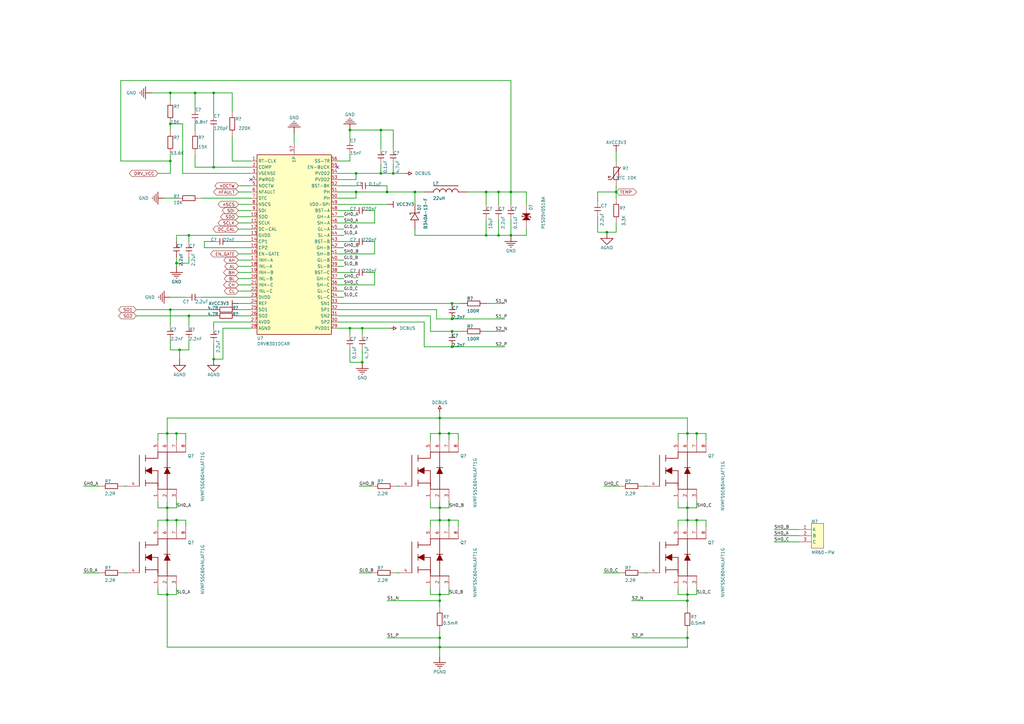
<source format=kicad_sch>
(kicad_sch (version 20211123) (generator eeschema)

  (uuid 4ab6a7ea-cbae-44d8-a152-f6ccf4877693)

  (paper "A3")

  (title_block
    (title "Odrive 1")
    (date "2022-07-28")
    (company "Sarcomere Dynamics")
  )

  (lib_symbols
    (symbol "Sarcomere-altium-import:0_BSC037N08NS5ATMA1" (in_bom yes) (on_board yes)
      (property "Reference" "" (id 0) (at 0 0 0)
        (effects (font (size 1.27 1.27)))
      )
      (property "Value" "0_BSC037N08NS5ATMA1" (id 1) (at 0 0 0)
        (effects (font (size 1.27 1.27)))
      )
      (property "Footprint" "" (id 2) (at 0 0 0)
        (effects (font (size 1.27 1.27)) hide)
      )
      (property "Datasheet" "" (id 3) (at 0 0 0)
        (effects (font (size 1.27 1.27)) hide)
      )
      (property "ki_fp_filters" "PG-TDSON-8_L5.0-W6.0-P1.27-LS6.2-BL-EP" (id 4) (at 0 0 0)
        (effects (font (size 1.27 1.27)) hide)
      )
      (symbol "0_BSC037N08NS5ATMA1_1_0"
        (polyline
          (pts
            (xy -7.62 6.35)
            (xy -7.62 19.05)
          )
          (stroke (width 0.254) (type default) (color 0 0 0 0))
          (fill (type none))
        )
        (polyline
          (pts
            (xy -5.08 8.89)
            (xy -5.08 6.35)
          )
          (stroke (width 0.254) (type default) (color 0 0 0 0))
          (fill (type none))
        )
        (polyline
          (pts
            (xy -5.08 11.43)
            (xy -5.08 13.97)
          )
          (stroke (width 0.254) (type default) (color 0 0 0 0))
          (fill (type none))
        )
        (polyline
          (pts
            (xy -5.08 12.7)
            (xy 0 12.7)
          )
          (stroke (width 0.254) (type default) (color 0 0 0 0))
          (fill (type none))
        )
        (polyline
          (pts
            (xy -5.08 16.51)
            (xy -5.08 19.05)
          )
          (stroke (width 0.254) (type default) (color 0 0 0 0))
          (fill (type none))
        )
        (polyline
          (pts
            (xy 0 5.08)
            (xy 7.62 5.08)
          )
          (stroke (width 0.254) (type default) (color 0 0 0 0))
          (fill (type none))
        )
        (polyline
          (pts
            (xy 0 12.7)
            (xy 0 6.35)
          )
          (stroke (width 0.254) (type default) (color 0 0 0 0))
          (fill (type none))
        )
        (polyline
          (pts
            (xy 0 20.32)
            (xy 11.43 20.32)
          )
          (stroke (width 0.254) (type default) (color 0 0 0 0))
          (fill (type none))
        )
        (polyline
          (pts
            (xy 2.54 13.97)
            (xy 5.08 13.97)
          )
          (stroke (width 0.254) (type default) (color 0 0 0 0))
          (fill (type none))
        )
        (polyline
          (pts
            (xy 3.81 5.08)
            (xy 3.81 20.32)
          )
          (stroke (width 0.254) (type default) (color 0 0 0 0))
          (fill (type none))
        )
        (polyline
          (pts
            (xy -5.08 7.62)
            (xy 0 7.62)
            (xy 0 5.08)
          )
          (stroke (width 0.254) (type default) (color 0 0 0 0))
          (fill (type none))
        )
        (polyline
          (pts
            (xy -5.08 17.78)
            (xy 0 17.78)
            (xy 0 20.32)
          )
          (stroke (width 0.254) (type default) (color 0 0 0 0))
          (fill (type none))
        )
        (polyline
          (pts
            (xy -5.08 12.7)
            (xy -2.54 13.97)
            (xy -2.54 11.43)
            (xy -5.08 12.7)
            (xy -5.08 12.7)
          )
          (stroke (width 0.254) (type default) (color 0 0 0 0))
          (fill (type outline))
        )
        (polyline
          (pts
            (xy 3.81 13.97)
            (xy 2.54 11.43)
            (xy 5.08 11.43)
            (xy 3.81 13.97)
            (xy 3.81 13.97)
          )
          (stroke (width 0) (type default) (color 0 0 0 0))
          (fill (type outline))
        )
        (pin passive line (at 0 0 90) (length 5.08)
          (name "1" (effects (font (size 0 0))))
          (number "1" (effects (font (size 1.27 1.27))))
        )
        (pin passive line (at 3.81 0 90) (length 5.08)
          (name "2" (effects (font (size 0 0))))
          (number "2" (effects (font (size 1.27 1.27))))
        )
        (pin passive line (at 7.62 0 90) (length 5.08)
          (name "3" (effects (font (size 0 0))))
          (number "3" (effects (font (size 1.27 1.27))))
        )
        (pin passive line (at -12.7 6.35 0) (length 5.08)
          (name "4" (effects (font (size 0 0))))
          (number "4" (effects (font (size 1.27 1.27))))
        )
        (pin passive line (at 0 25.4 270) (length 5.08)
          (name "5" (effects (font (size 0 0))))
          (number "5" (effects (font (size 1.27 1.27))))
        )
        (pin passive line (at 3.81 25.4 270) (length 5.08)
          (name "6" (effects (font (size 0 0))))
          (number "6" (effects (font (size 1.27 1.27))))
        )
        (pin passive line (at 7.62 25.4 270) (length 5.08)
          (name "7" (effects (font (size 0 0))))
          (number "7" (effects (font (size 1.27 1.27))))
        )
        (pin passive line (at 11.43 25.4 270) (length 5.08)
          (name "8" (effects (font (size 0 0))))
          (number "8" (effects (font (size 1.27 1.27))))
        )
      )
    )
    (symbol "Sarcomere-altium-import:0_C" (in_bom yes) (on_board yes)
      (property "Reference" "" (id 0) (at 0 0 0)
        (effects (font (size 1.27 1.27)))
      )
      (property "Value" "0_C" (id 1) (at 0 0 0)
        (effects (font (size 1.27 1.27)))
      )
      (property "Footprint" "" (id 2) (at 0 0 0)
        (effects (font (size 1.27 1.27)) hide)
      )
      (property "Datasheet" "" (id 3) (at 0 0 0)
        (effects (font (size 1.27 1.27)) hide)
      )
      (property "ki_description" "贴片电容" (id 4) (at 0 0 0)
        (effects (font (size 1.27 1.27)) hide)
      )
      (property "ki_fp_filters" "C{space}0805_L" (id 5) (at 0 0 0)
        (effects (font (size 1.27 1.27)) hide)
      )
      (symbol "0_C_1_0"
        (polyline
          (pts
            (xy 2.54 1.27)
            (xy 2.54 -1.27)
          )
          (stroke (width 0.254) (type default) (color 0 0 0 0))
          (fill (type none))
        )
        (polyline
          (pts
            (xy 3.81 1.27)
            (xy 3.81 -1.27)
          )
          (stroke (width 0.254) (type default) (color 0 0 0 0))
          (fill (type none))
        )
        (pin passive line (at 0 0 0) (length 2.54)
          (name "1" (effects (font (size 0 0))))
          (number "1" (effects (font (size 0 0))))
        )
        (pin passive line (at 6.35 0 180) (length 2.54)
          (name "2" (effects (font (size 0 0))))
          (number "2" (effects (font (size 0 0))))
        )
      )
    )
    (symbol "Sarcomere-altium-import:0_DRV8301DCAR" (in_bom yes) (on_board yes)
      (property "Reference" "" (id 0) (at 0 0 0)
        (effects (font (size 1.27 1.27)))
      )
      (property "Value" "0_DRV8301DCAR" (id 1) (at 0 0 0)
        (effects (font (size 1.27 1.27)))
      )
      (property "Footprint" "" (id 2) (at 0 0 0)
        (effects (font (size 1.27 1.27)) hide)
      )
      (property "Datasheet" "" (id 3) (at 0 0 0)
        (effects (font (size 1.27 1.27)) hide)
      )
      (property "ki_fp_filters" "HTSSOP-56_L14.0-W6.0-P0.50-LS8.0-BL" (id 4) (at 0 0 0)
        (effects (font (size 1.27 1.27)) hide)
      )
      (symbol "0_DRV8301DCAR_1_0"
        (rectangle (start 15.24 34.29) (end -15.24 -39.37)
          (stroke (width 0.254) (type default) (color 0 0 0 0))
          (fill (type background))
        )
        (pin passive line (at -17.78 31.75 0) (length 2.54)
          (name "RT-CLK" (effects (font (size 1.27 1.27))))
          (number "1" (effects (font (size 1.27 1.27))))
        )
        (pin passive line (at -17.78 8.89 0) (length 2.54)
          (name "SDO" (effects (font (size 1.27 1.27))))
          (number "10" (effects (font (size 1.27 1.27))))
        )
        (pin passive line (at -17.78 6.35 0) (length 2.54)
          (name "SCLK" (effects (font (size 1.27 1.27))))
          (number "11" (effects (font (size 1.27 1.27))))
        )
        (pin passive line (at -17.78 3.81 0) (length 2.54)
          (name "DC-CAL" (effects (font (size 1.27 1.27))))
          (number "12" (effects (font (size 1.27 1.27))))
        )
        (pin passive line (at -17.78 1.27 0) (length 2.54)
          (name "GVDD" (effects (font (size 1.27 1.27))))
          (number "13" (effects (font (size 1.27 1.27))))
        )
        (pin passive line (at -17.78 -1.27 0) (length 2.54)
          (name "CP1" (effects (font (size 1.27 1.27))))
          (number "14" (effects (font (size 1.27 1.27))))
        )
        (pin passive line (at -17.78 -3.81 0) (length 2.54)
          (name "CP2" (effects (font (size 1.27 1.27))))
          (number "15" (effects (font (size 1.27 1.27))))
        )
        (pin passive line (at -17.78 -6.35 0) (length 2.54)
          (name "EN-GATE" (effects (font (size 1.27 1.27))))
          (number "16" (effects (font (size 1.27 1.27))))
        )
        (pin passive line (at -17.78 -8.89 0) (length 2.54)
          (name "INH-A" (effects (font (size 1.27 1.27))))
          (number "17" (effects (font (size 1.27 1.27))))
        )
        (pin passive line (at -17.78 -11.43 0) (length 2.54)
          (name "INL-A" (effects (font (size 1.27 1.27))))
          (number "18" (effects (font (size 1.27 1.27))))
        )
        (pin passive line (at -17.78 -13.97 0) (length 2.54)
          (name "INH-B" (effects (font (size 1.27 1.27))))
          (number "19" (effects (font (size 1.27 1.27))))
        )
        (pin passive line (at -17.78 29.21 0) (length 2.54)
          (name "COMP" (effects (font (size 1.27 1.27))))
          (number "2" (effects (font (size 1.27 1.27))))
        )
        (pin passive line (at -17.78 -16.51 0) (length 2.54)
          (name "INL-B" (effects (font (size 1.27 1.27))))
          (number "20" (effects (font (size 1.27 1.27))))
        )
        (pin passive line (at -17.78 -19.05 0) (length 2.54)
          (name "INH-C" (effects (font (size 1.27 1.27))))
          (number "21" (effects (font (size 1.27 1.27))))
        )
        (pin passive line (at -17.78 -21.59 0) (length 2.54)
          (name "INL-C" (effects (font (size 1.27 1.27))))
          (number "22" (effects (font (size 1.27 1.27))))
        )
        (pin passive line (at -17.78 -24.13 0) (length 2.54)
          (name "DVDD" (effects (font (size 1.27 1.27))))
          (number "23" (effects (font (size 1.27 1.27))))
        )
        (pin passive line (at -17.78 -26.67 0) (length 2.54)
          (name "REF" (effects (font (size 1.27 1.27))))
          (number "24" (effects (font (size 1.27 1.27))))
        )
        (pin passive line (at -17.78 -29.21 0) (length 2.54)
          (name "SO1" (effects (font (size 1.27 1.27))))
          (number "25" (effects (font (size 1.27 1.27))))
        )
        (pin passive line (at -17.78 -31.75 0) (length 2.54)
          (name "SO2" (effects (font (size 1.27 1.27))))
          (number "26" (effects (font (size 1.27 1.27))))
        )
        (pin passive line (at -17.78 -34.29 0) (length 2.54)
          (name "AVDD" (effects (font (size 1.27 1.27))))
          (number "27" (effects (font (size 1.27 1.27))))
        )
        (pin passive line (at -17.78 -36.83 0) (length 2.54)
          (name "AGND" (effects (font (size 1.27 1.27))))
          (number "28" (effects (font (size 1.27 1.27))))
        )
        (pin passive line (at 17.78 -36.83 180) (length 2.54)
          (name "PVDD1" (effects (font (size 1.27 1.27))))
          (number "29" (effects (font (size 1.27 1.27))))
        )
        (pin passive line (at -17.78 26.67 0) (length 2.54)
          (name "VSENSE" (effects (font (size 1.27 1.27))))
          (number "3" (effects (font (size 1.27 1.27))))
        )
        (pin passive line (at 17.78 -34.29 180) (length 2.54)
          (name "SP2" (effects (font (size 1.27 1.27))))
          (number "30" (effects (font (size 1.27 1.27))))
        )
        (pin passive line (at 17.78 -31.75 180) (length 2.54)
          (name "SN2" (effects (font (size 1.27 1.27))))
          (number "31" (effects (font (size 1.27 1.27))))
        )
        (pin passive line (at 17.78 -29.21 180) (length 2.54)
          (name "SP1" (effects (font (size 1.27 1.27))))
          (number "32" (effects (font (size 1.27 1.27))))
        )
        (pin passive line (at 17.78 -26.67 180) (length 2.54)
          (name "SN1" (effects (font (size 1.27 1.27))))
          (number "33" (effects (font (size 1.27 1.27))))
        )
        (pin passive line (at 17.78 -24.13 180) (length 2.54)
          (name "SL-C" (effects (font (size 1.27 1.27))))
          (number "34" (effects (font (size 1.27 1.27))))
        )
        (pin passive line (at 17.78 -21.59 180) (length 2.54)
          (name "GL-C" (effects (font (size 1.27 1.27))))
          (number "35" (effects (font (size 1.27 1.27))))
        )
        (pin passive line (at 17.78 -19.05 180) (length 2.54)
          (name "SH-C" (effects (font (size 1.27 1.27))))
          (number "36" (effects (font (size 1.27 1.27))))
        )
        (pin passive line (at 17.78 -16.51 180) (length 2.54)
          (name "GH-C" (effects (font (size 1.27 1.27))))
          (number "37" (effects (font (size 1.27 1.27))))
        )
        (pin passive line (at 17.78 -13.97 180) (length 2.54)
          (name "BST-C" (effects (font (size 1.27 1.27))))
          (number "38" (effects (font (size 1.27 1.27))))
        )
        (pin passive line (at 17.78 -11.43 180) (length 2.54)
          (name "SL-B" (effects (font (size 1.27 1.27))))
          (number "39" (effects (font (size 1.27 1.27))))
        )
        (pin passive line (at -17.78 24.13 0) (length 2.54)
          (name "PWRGD" (effects (font (size 1.27 1.27))))
          (number "4" (effects (font (size 1.27 1.27))))
        )
        (pin passive line (at 17.78 -8.89 180) (length 2.54)
          (name "GL-B" (effects (font (size 1.27 1.27))))
          (number "40" (effects (font (size 1.27 1.27))))
        )
        (pin passive line (at 17.78 -6.35 180) (length 2.54)
          (name "SH-B" (effects (font (size 1.27 1.27))))
          (number "41" (effects (font (size 1.27 1.27))))
        )
        (pin passive line (at 17.78 -3.81 180) (length 2.54)
          (name "GH-B" (effects (font (size 1.27 1.27))))
          (number "42" (effects (font (size 1.27 1.27))))
        )
        (pin passive line (at 17.78 -1.27 180) (length 2.54)
          (name "BST-B" (effects (font (size 1.27 1.27))))
          (number "43" (effects (font (size 1.27 1.27))))
        )
        (pin passive line (at 17.78 1.27 180) (length 2.54)
          (name "SL-A" (effects (font (size 1.27 1.27))))
          (number "44" (effects (font (size 1.27 1.27))))
        )
        (pin passive line (at 17.78 3.81 180) (length 2.54)
          (name "GL-A" (effects (font (size 1.27 1.27))))
          (number "45" (effects (font (size 1.27 1.27))))
        )
        (pin passive line (at 17.78 6.35 180) (length 2.54)
          (name "SH-A" (effects (font (size 1.27 1.27))))
          (number "46" (effects (font (size 1.27 1.27))))
        )
        (pin passive line (at 17.78 8.89 180) (length 2.54)
          (name "GH-A" (effects (font (size 1.27 1.27))))
          (number "47" (effects (font (size 1.27 1.27))))
        )
        (pin passive line (at 17.78 11.43 180) (length 2.54)
          (name "BST-A" (effects (font (size 1.27 1.27))))
          (number "48" (effects (font (size 1.27 1.27))))
        )
        (pin passive line (at 17.78 13.97 180) (length 2.54)
          (name "VDD-SPI" (effects (font (size 1.27 1.27))))
          (number "49" (effects (font (size 1.27 1.27))))
        )
        (pin passive line (at -17.78 21.59 0) (length 2.54)
          (name "NOCTW" (effects (font (size 1.27 1.27))))
          (number "5" (effects (font (size 1.27 1.27))))
        )
        (pin passive line (at 17.78 16.51 180) (length 2.54)
          (name "PH" (effects (font (size 1.27 1.27))))
          (number "50" (effects (font (size 1.27 1.27))))
        )
        (pin passive line (at 17.78 19.05 180) (length 2.54)
          (name "PH" (effects (font (size 1.27 1.27))))
          (number "51" (effects (font (size 1.27 1.27))))
        )
        (pin passive line (at 17.78 21.59 180) (length 2.54)
          (name "BST-BK" (effects (font (size 1.27 1.27))))
          (number "52" (effects (font (size 1.27 1.27))))
        )
        (pin passive line (at 17.78 24.13 180) (length 2.54)
          (name "PVDD2" (effects (font (size 1.27 1.27))))
          (number "53" (effects (font (size 1.27 1.27))))
        )
        (pin passive line (at 17.78 26.67 180) (length 2.54)
          (name "PVDD2" (effects (font (size 1.27 1.27))))
          (number "54" (effects (font (size 1.27 1.27))))
        )
        (pin passive line (at 17.78 29.21 180) (length 2.54)
          (name "EN-BUCK" (effects (font (size 1.27 1.27))))
          (number "55" (effects (font (size 1.27 1.27))))
        )
        (pin passive line (at 17.78 31.75 180) (length 2.54)
          (name "SS-TR" (effects (font (size 1.27 1.27))))
          (number "56" (effects (font (size 1.27 1.27))))
        )
        (pin passive line (at 0 39.37 270) (length 5.08)
          (name "EP" (effects (font (size 1.27 1.27))))
          (number "57" (effects (font (size 1.27 1.27))))
        )
        (pin passive line (at -17.78 19.05 0) (length 2.54)
          (name "NFAULT" (effects (font (size 1.27 1.27))))
          (number "6" (effects (font (size 1.27 1.27))))
        )
        (pin passive line (at -17.78 16.51 0) (length 2.54)
          (name "DTC" (effects (font (size 1.27 1.27))))
          (number "7" (effects (font (size 1.27 1.27))))
        )
        (pin passive line (at -17.78 13.97 0) (length 2.54)
          (name "NSCS" (effects (font (size 1.27 1.27))))
          (number "8" (effects (font (size 1.27 1.27))))
        )
        (pin passive line (at -17.78 11.43 0) (length 2.54)
          (name "SDI" (effects (font (size 1.27 1.27))))
          (number "9" (effects (font (size 1.27 1.27))))
        )
      )
    )
    (symbol "Sarcomere-altium-import:0_L-SMD" (in_bom yes) (on_board yes)
      (property "Reference" "" (id 0) (at 0 0 0)
        (effects (font (size 1.27 1.27)))
      )
      (property "Value" "0_L-SMD" (id 1) (at 0 0 0)
        (effects (font (size 1.27 1.27)))
      )
      (property "Footprint" "" (id 2) (at 0 0 0)
        (effects (font (size 1.27 1.27)) hide)
      )
      (property "Datasheet" "" (id 3) (at 0 0 0)
        (effects (font (size 1.27 1.27)) hide)
      )
      (property "ki_description" "CD系列贴片线绕功率电感" (id 4) (at 0 0 0)
        (effects (font (size 1.27 1.27)) hide)
      )
      (property "ki_fp_filters" "CD53" (id 5) (at 0 0 0)
        (effects (font (size 1.27 1.27)) hide)
      )
      (symbol "0_L-SMD_1_0"
        (polyline
          (pts
            (xy 3.81 2.54)
            (xy 13.97 2.54)
          )
          (stroke (width 0.254) (type default) (color 0 0 0 0))
          (fill (type none))
        )
        (arc (start 5.08 1.27) (mid 4.182 0.898) (end 3.81 0)
          (stroke (width 0.254) (type default) (color 0 0 0 0))
          (fill (type none))
        )
        (arc (start 6.35 0) (mid 5.978 0.898) (end 5.08 1.27)
          (stroke (width 0.254) (type default) (color 0 0 0 0))
          (fill (type none))
        )
        (arc (start 7.62 1.27) (mid 6.722 0.898) (end 6.35 0)
          (stroke (width 0.254) (type default) (color 0 0 0 0))
          (fill (type none))
        )
        (arc (start 8.89 0) (mid 8.518 0.898) (end 7.62 1.27)
          (stroke (width 0.254) (type default) (color 0 0 0 0))
          (fill (type none))
        )
        (arc (start 10.16 1.27) (mid 9.262 0.898) (end 8.89 0)
          (stroke (width 0.254) (type default) (color 0 0 0 0))
          (fill (type none))
        )
        (arc (start 11.43 0) (mid 11.058 0.898) (end 10.16 1.27)
          (stroke (width 0.254) (type default) (color 0 0 0 0))
          (fill (type none))
        )
        (arc (start 12.7 1.27) (mid 11.802 0.898) (end 11.43 0)
          (stroke (width 0.254) (type default) (color 0 0 0 0))
          (fill (type none))
        )
        (arc (start 13.97 0) (mid 13.598 0.898) (end 12.7 1.27)
          (stroke (width 0.254) (type default) (color 0 0 0 0))
          (fill (type none))
        )
        (pin passive line (at 0 0 0) (length 3.81)
          (name "1" (effects (font (size 0 0))))
          (number "1" (effects (font (size 0 0))))
        )
        (pin passive line (at 17.78 0 180) (length 3.81)
          (name "2" (effects (font (size 0 0))))
          (number "2" (effects (font (size 0 0))))
        )
      )
    )
    (symbol "Sarcomere-altium-import:0_MR60-PW" (in_bom yes) (on_board yes)
      (property "Reference" "" (id 0) (at 0 0 0)
        (effects (font (size 1.27 1.27)))
      )
      (property "Value" "0_MR60-PW" (id 1) (at 0 0 0)
        (effects (font (size 1.27 1.27)))
      )
      (property "Footprint" "" (id 2) (at 0 0 0)
        (effects (font (size 1.27 1.27)) hide)
      )
      (property "Datasheet" "" (id 3) (at 0 0 0)
        (effects (font (size 1.27 1.27)) hide)
      )
      (property "ki_fp_filters" "MR60-PW" (id 4) (at 0 0 0)
        (effects (font (size 1.27 1.27)) hide)
      )
      (symbol "0_MR60-PW_1_0"
        (rectangle (start 5.08 10.16) (end 0 0)
          (stroke (width 0) (type default) (color 0 0 0 0))
          (fill (type background))
        )
        (pin passive line (at -5.08 7.62 0) (length 5.08)
          (name "A" (effects (font (size 1.27 1.27))))
          (number "1" (effects (font (size 1.27 1.27))))
        )
        (pin passive line (at -5.08 5.08 0) (length 5.08)
          (name "B" (effects (font (size 1.27 1.27))))
          (number "2" (effects (font (size 1.27 1.27))))
        )
        (pin passive line (at -5.08 2.54 0) (length 5.08)
          (name "C" (effects (font (size 1.27 1.27))))
          (number "3" (effects (font (size 1.27 1.27))))
        )
      )
    )
    (symbol "Sarcomere-altium-import:0_PESD5V0S1BA" (in_bom yes) (on_board yes)
      (property "Reference" "" (id 0) (at 0 0 0)
        (effects (font (size 1.27 1.27)))
      )
      (property "Value" "0_PESD5V0S1BA" (id 1) (at 0 0 0)
        (effects (font (size 1.27 1.27)))
      )
      (property "Footprint" "" (id 2) (at 0 0 0)
        (effects (font (size 1.27 1.27)) hide)
      )
      (property "Datasheet" "" (id 3) (at 0 0 0)
        (effects (font (size 1.27 1.27)) hide)
      )
      (property "ki_description" "PESD5V0S1BA、ESD二极管、5V" (id 4) (at 0 0 0)
        (effects (font (size 1.27 1.27)) hide)
      )
      (property "ki_fp_filters" "SOD-323" (id 5) (at 0 0 0)
        (effects (font (size 1.27 1.27)) hide)
      )
      (symbol "0_PESD5V0S1BA_1_0"
        (polyline
          (pts
            (xy -1.778 -4.572)
            (xy -1.778 -5.08)
            (xy 1.778 -5.08)
            (xy 1.778 -5.588)
          )
          (stroke (width 0.254) (type default) (color 0 0 0 0))
          (fill (type none))
        )
        (polyline
          (pts
            (xy -1.524 -3.81)
            (xy 0 -5.08)
            (xy 1.524 -3.81)
            (xy -1.524 -3.81)
          )
          (stroke (width 0.254) (type default) (color 0 0 0 0))
          (fill (type outline))
        )
        (polyline
          (pts
            (xy 1.524 -6.35)
            (xy 0 -5.08)
            (xy -1.524 -6.35)
            (xy 1.524 -6.35)
          )
          (stroke (width 0.254) (type default) (color 0 0 0 0))
          (fill (type outline))
        )
        (pin passive line (at 0 0 270) (length 3.81)
          (name "A" (effects (font (size 0 0))))
          (number "1" (effects (font (size 0 0))))
        )
        (pin passive line (at 0 -10.16 90) (length 3.81)
          (name "K" (effects (font (size 0 0))))
          (number "2" (effects (font (size 0 0))))
        )
      )
    )
    (symbol "Sarcomere-altium-import:0_R" (in_bom yes) (on_board yes)
      (property "Reference" "" (id 0) (at 0 0 0)
        (effects (font (size 1.27 1.27)))
      )
      (property "Value" "0_R" (id 1) (at 0 0 0)
        (effects (font (size 1.27 1.27)))
      )
      (property "Footprint" "" (id 2) (at 0 0 0)
        (effects (font (size 1.27 1.27)) hide)
      )
      (property "Datasheet" "" (id 3) (at 0 0 0)
        (effects (font (size 1.27 1.27)) hide)
      )
      (property "ki_description" "贴片电阻" (id 4) (at 0 0 0)
        (effects (font (size 1.27 1.27)) hide)
      )
      (property "ki_fp_filters" "R{space}0603_L" (id 5) (at 0 0 0)
        (effects (font (size 1.27 1.27)) hide)
      )
      (symbol "0_R_1_0"
        (polyline
          (pts
            (xy 7.62 -1.016)
            (xy 7.62 1.016)
            (xy 2.54 1.016)
            (xy 2.54 -1.016)
            (xy 7.62 -1.016)
          )
          (stroke (width 0.254) (type default) (color 0 0 0 0))
          (fill (type none))
        )
        (pin passive line (at 0 0 0) (length 2.54)
          (name "1" (effects (font (size 0 0))))
          (number "1" (effects (font (size 0 0))))
        )
        (pin passive line (at 10.16 0 180) (length 2.54)
          (name "2" (effects (font (size 0 0))))
          (number "2" (effects (font (size 0 0))))
        )
      )
    )
    (symbol "Sarcomere-altium-import:0_RT" (in_bom yes) (on_board yes)
      (property "Reference" "" (id 0) (at 0 0 0)
        (effects (font (size 1.27 1.27)))
      )
      (property "Value" "0_RT" (id 1) (at 0 0 0)
        (effects (font (size 1.27 1.27)))
      )
      (property "Footprint" "" (id 2) (at 0 0 0)
        (effects (font (size 1.27 1.27)) hide)
      )
      (property "Datasheet" "" (id 3) (at 0 0 0)
        (effects (font (size 1.27 1.27)) hide)
      )
      (property "ki_description" "热敏电阻" (id 4) (at 0 0 0)
        (effects (font (size 1.27 1.27)) hide)
      )
      (property "ki_fp_filters" "R{space}0805-HP_L" (id 5) (at 0 0 0)
        (effects (font (size 1.27 1.27)) hide)
      )
      (symbol "0_RT_1_0"
        (polyline
          (pts
            (xy -3.302 2.54)
            (xy -2.032 2.54)
            (xy 1.778 7.62)
          )
          (stroke (width 0.254) (type default) (color 0 0 0 0))
          (fill (type none))
        )
        (polyline
          (pts
            (xy 1.016 7.62)
            (xy -1.016 7.62)
            (xy -1.016 2.54)
            (xy 1.016 2.54)
            (xy 1.016 7.62)
          )
          (stroke (width 0.254) (type default) (color 0 0 0 0))
          (fill (type none))
        )
        (text "RT" (at -3.556 3.048 0)
          (effects (font (size 0.762 0.762)) (justify left bottom))
        )
        (pin passive line (at 0 0 90) (length 2.54)
          (name "1" (effects (font (size 0 0))))
          (number "1" (effects (font (size 0 0))))
        )
        (pin passive line (at 0 10.16 270) (length 2.54)
          (name "2" (effects (font (size 0 0))))
          (number "2" (effects (font (size 0 0))))
        )
      )
    )
    (symbol "Sarcomere-altium-import:1_C" (in_bom yes) (on_board yes)
      (property "Reference" "" (id 0) (at 0 0 0)
        (effects (font (size 1.27 1.27)))
      )
      (property "Value" "1_C" (id 1) (at 0 0 0)
        (effects (font (size 1.27 1.27)))
      )
      (property "Footprint" "" (id 2) (at 0 0 0)
        (effects (font (size 1.27 1.27)) hide)
      )
      (property "Datasheet" "" (id 3) (at 0 0 0)
        (effects (font (size 1.27 1.27)) hide)
      )
      (property "ki_description" "贴片电容" (id 4) (at 0 0 0)
        (effects (font (size 1.27 1.27)) hide)
      )
      (property "ki_fp_filters" "C{space}0603_L" (id 5) (at 0 0 0)
        (effects (font (size 1.27 1.27)) hide)
      )
      (symbol "1_C_1_0"
        (polyline
          (pts
            (xy -1.27 2.54)
            (xy 1.27 2.54)
          )
          (stroke (width 0.254) (type default) (color 0 0 0 0))
          (fill (type none))
        )
        (polyline
          (pts
            (xy -1.27 3.81)
            (xy 1.27 3.81)
          )
          (stroke (width 0.254) (type default) (color 0 0 0 0))
          (fill (type none))
        )
        (pin passive line (at 0 0 90) (length 2.54)
          (name "1" (effects (font (size 0 0))))
          (number "1" (effects (font (size 0 0))))
        )
        (pin passive line (at 0 6.35 270) (length 2.54)
          (name "2" (effects (font (size 0 0))))
          (number "2" (effects (font (size 0 0))))
        )
      )
    )
    (symbol "Sarcomere-altium-import:1_R" (in_bom yes) (on_board yes)
      (property "Reference" "" (id 0) (at 0 0 0)
        (effects (font (size 1.27 1.27)))
      )
      (property "Value" "1_R" (id 1) (at 0 0 0)
        (effects (font (size 1.27 1.27)))
      )
      (property "Footprint" "" (id 2) (at 0 0 0)
        (effects (font (size 1.27 1.27)) hide)
      )
      (property "Datasheet" "" (id 3) (at 0 0 0)
        (effects (font (size 1.27 1.27)) hide)
      )
      (property "ki_description" "贴片电阻" (id 4) (at 0 0 0)
        (effects (font (size 1.27 1.27)) hide)
      )
      (property "ki_fp_filters" "R{space}0805_L" (id 5) (at 0 0 0)
        (effects (font (size 1.27 1.27)) hide)
      )
      (symbol "1_R_1_0"
        (polyline
          (pts
            (xy 1.016 7.62)
            (xy -1.016 7.62)
            (xy -1.016 2.54)
            (xy 1.016 2.54)
            (xy 1.016 7.62)
          )
          (stroke (width 0.254) (type default) (color 0 0 0 0))
          (fill (type none))
        )
        (pin passive line (at 0 0 90) (length 2.54)
          (name "1" (effects (font (size 0 0))))
          (number "1" (effects (font (size 0 0))))
        )
        (pin passive line (at 0 10.16 270) (length 2.54)
          (name "2" (effects (font (size 0 0))))
          (number "2" (effects (font (size 0 0))))
        )
      )
    )
    (symbol "Sarcomere-altium-import:1_R-Precision" (in_bom yes) (on_board yes)
      (property "Reference" "" (id 0) (at 0 0 0)
        (effects (font (size 1.27 1.27)))
      )
      (property "Value" "1_R-Precision" (id 1) (at 0 0 0)
        (effects (font (size 1.27 1.27)))
      )
      (property "Footprint" "" (id 2) (at 0 0 0)
        (effects (font (size 1.27 1.27)) hide)
      )
      (property "Datasheet" "" (id 3) (at 0 0 0)
        (effects (font (size 1.27 1.27)) hide)
      )
      (property "ki_description" "精密贴片电阻" (id 4) (at 0 0 0)
        (effects (font (size 1.27 1.27)) hide)
      )
      (property "ki_fp_filters" "R3920" (id 5) (at 0 0 0)
        (effects (font (size 1.27 1.27)) hide)
      )
      (symbol "1_R-Precision_1_0"
        (polyline
          (pts
            (xy 1.016 7.62)
            (xy -1.016 7.62)
            (xy -1.016 2.54)
            (xy 1.016 2.54)
            (xy 1.016 7.62)
          )
          (stroke (width 0.254) (type default) (color 0 0 0 0))
          (fill (type none))
        )
        (pin passive line (at 0 0 90) (length 2.54)
          (name "1" (effects (font (size 0 0))))
          (number "1" (effects (font (size 0 0))))
        )
        (pin passive line (at 0 10.16 270) (length 2.54)
          (name "2" (effects (font (size 0 0))))
          (number "2" (effects (font (size 0 0))))
        )
      )
    )
    (symbol "Sarcomere-altium-import:2_C" (in_bom yes) (on_board yes)
      (property "Reference" "" (id 0) (at 0 0 0)
        (effects (font (size 1.27 1.27)))
      )
      (property "Value" "2_C" (id 1) (at 0 0 0)
        (effects (font (size 1.27 1.27)))
      )
      (property "Footprint" "" (id 2) (at 0 0 0)
        (effects (font (size 1.27 1.27)) hide)
      )
      (property "Datasheet" "" (id 3) (at 0 0 0)
        (effects (font (size 1.27 1.27)) hide)
      )
      (property "ki_description" "贴片电容" (id 4) (at 0 0 0)
        (effects (font (size 1.27 1.27)) hide)
      )
      (property "ki_fp_filters" "C{space}0603_L" (id 5) (at 0 0 0)
        (effects (font (size 1.27 1.27)) hide)
      )
      (symbol "2_C_1_0"
        (polyline
          (pts
            (xy -3.81 -1.27)
            (xy -3.81 1.27)
          )
          (stroke (width 0.254) (type default) (color 0 0 0 0))
          (fill (type none))
        )
        (polyline
          (pts
            (xy -2.54 -1.27)
            (xy -2.54 1.27)
          )
          (stroke (width 0.254) (type default) (color 0 0 0 0))
          (fill (type none))
        )
        (pin passive line (at 0 0 180) (length 2.54)
          (name "1" (effects (font (size 0 0))))
          (number "1" (effects (font (size 0 0))))
        )
        (pin passive line (at -6.35 0 0) (length 2.54)
          (name "2" (effects (font (size 0 0))))
          (number "2" (effects (font (size 0 0))))
        )
      )
    )
    (symbol "Sarcomere-altium-import:2_R" (in_bom yes) (on_board yes)
      (property "Reference" "" (id 0) (at 0 0 0)
        (effects (font (size 1.27 1.27)))
      )
      (property "Value" "2_R" (id 1) (at 0 0 0)
        (effects (font (size 1.27 1.27)))
      )
      (property "Footprint" "" (id 2) (at 0 0 0)
        (effects (font (size 1.27 1.27)) hide)
      )
      (property "Datasheet" "" (id 3) (at 0 0 0)
        (effects (font (size 1.27 1.27)) hide)
      )
      (property "ki_description" "贴片电阻" (id 4) (at 0 0 0)
        (effects (font (size 1.27 1.27)) hide)
      )
      (property "ki_fp_filters" "R{space}0603_L" (id 5) (at 0 0 0)
        (effects (font (size 1.27 1.27)) hide)
      )
      (symbol "2_R_1_0"
        (polyline
          (pts
            (xy -7.62 1.016)
            (xy -7.62 -1.016)
            (xy -2.54 -1.016)
            (xy -2.54 1.016)
            (xy -7.62 1.016)
          )
          (stroke (width 0.254) (type default) (color 0 0 0 0))
          (fill (type none))
        )
        (pin passive line (at 0 0 180) (length 2.54)
          (name "1" (effects (font (size 0 0))))
          (number "1" (effects (font (size 0 0))))
        )
        (pin passive line (at -10.16 0 0) (length 2.54)
          (name "2" (effects (font (size 0 0))))
          (number "2" (effects (font (size 0 0))))
        )
      )
    )
    (symbol "Sarcomere-altium-import:3_B340A-13-F" (in_bom yes) (on_board yes)
      (property "Reference" "" (id 0) (at 0 0 0)
        (effects (font (size 1.27 1.27)))
      )
      (property "Value" "3_B340A-13-F" (id 1) (at 0 0 0)
        (effects (font (size 1.27 1.27)))
      )
      (property "Footprint" "" (id 2) (at 0 0 0)
        (effects (font (size 1.27 1.27)) hide)
      )
      (property "Datasheet" "" (id 3) (at 0 0 0)
        (effects (font (size 1.27 1.27)) hide)
      )
      (property "ki_fp_filters" "SMA_L4.4-W2.6-LS5.0-RD" (id 4) (at 0 0 0)
        (effects (font (size 1.27 1.27)) hide)
      )
      (symbol "3_B340A-13-F_1_0"
        (polyline
          (pts
            (xy 1.524 -1.27)
            (xy 0 1.27)
            (xy 0 1.27)
            (xy -1.778 -1.27)
            (xy -1.778 -1.27)
            (xy 1.524 -1.27)
          )
          (stroke (width 0.254) (type default) (color 0 0 0 0))
          (fill (type none))
        )
        (polyline
          (pts
            (xy 1.5241 2.032)
            (xy 1.7781 2.032)
            (xy 1.7781 2.032)
            (xy 1.7781 1.524)
            (xy 1.7781 1.524)
            (xy -2.0319 1.524)
            (xy -2.0319 1.524)
            (xy -2.0319 1.016)
            (xy -2.0319 1.016)
            (xy -1.7779 1.016)
          )
          (stroke (width 0.254) (type default) (color 0 0 0 0))
          (fill (type none))
        )
        (pin passive line (at 0.0001 5.08 270) (length 3.81)
          (name "K" (effects (font (size 0 0))))
          (number "1" (effects (font (size 0 0))))
        )
        (pin passive line (at 0.0001 -5.08 90) (length 3.81)
          (name "A" (effects (font (size 0 0))))
          (number "2" (effects (font (size 0 0))))
        )
      )
    )
    (symbol "Sarcomere-altium-import:3_C" (in_bom yes) (on_board yes)
      (property "Reference" "" (id 0) (at 0 0 0)
        (effects (font (size 1.27 1.27)))
      )
      (property "Value" "3_C" (id 1) (at 0 0 0)
        (effects (font (size 1.27 1.27)))
      )
      (property "Footprint" "" (id 2) (at 0 0 0)
        (effects (font (size 1.27 1.27)) hide)
      )
      (property "Datasheet" "" (id 3) (at 0 0 0)
        (effects (font (size 1.27 1.27)) hide)
      )
      (property "ki_description" "贴片电容" (id 4) (at 0 0 0)
        (effects (font (size 1.27 1.27)) hide)
      )
      (property "ki_fp_filters" "C{space}0603_L" (id 5) (at 0 0 0)
        (effects (font (size 1.27 1.27)) hide)
      )
      (symbol "3_C_1_0"
        (polyline
          (pts
            (xy 1.27 -3.81)
            (xy -1.27 -3.81)
          )
          (stroke (width 0.254) (type default) (color 0 0 0 0))
          (fill (type none))
        )
        (polyline
          (pts
            (xy 1.27 -2.54)
            (xy -1.27 -2.54)
          )
          (stroke (width 0.254) (type default) (color 0 0 0 0))
          (fill (type none))
        )
        (pin passive line (at 0 0 270) (length 2.54)
          (name "1" (effects (font (size 0 0))))
          (number "1" (effects (font (size 0 0))))
        )
        (pin passive line (at 0 -6.35 90) (length 2.54)
          (name "2" (effects (font (size 0 0))))
          (number "2" (effects (font (size 0 0))))
        )
      )
    )
    (symbol "Sarcomere-altium-import:AGND" (power) (in_bom yes) (on_board yes)
      (property "Reference" "#PWR" (id 0) (at 0 0 0)
        (effects (font (size 1.27 1.27)))
      )
      (property "Value" "AGND" (id 1) (at 0 6.35 0)
        (effects (font (size 1.27 1.27)))
      )
      (property "Footprint" "" (id 2) (at 0 0 0)
        (effects (font (size 1.27 1.27)) hide)
      )
      (property "Datasheet" "" (id 3) (at 0 0 0)
        (effects (font (size 1.27 1.27)) hide)
      )
      (property "ki_keywords" "power-flag" (id 4) (at 0 0 0)
        (effects (font (size 1.27 1.27)) hide)
      )
      (property "ki_description" "Power symbol creates a global label with name 'AGND'" (id 5) (at 0 0 0)
        (effects (font (size 1.27 1.27)) hide)
      )
      (symbol "AGND_0_0"
        (polyline
          (pts
            (xy 0 0)
            (xy 0 -2.54)
          )
          (stroke (width 0.254) (type default) (color 0 0 0 0))
          (fill (type none))
        )
        (polyline
          (pts
            (xy -2.54 -2.54)
            (xy 2.54 -2.54)
            (xy 0 -5.08)
            (xy -2.54 -2.54)
          )
          (stroke (width 0.254) (type default) (color 0 0 0 0))
          (fill (type none))
        )
        (pin power_in line (at 0 0 0) (length 0) hide
          (name "AGND" (effects (font (size 1.27 1.27))))
          (number "" (effects (font (size 1.27 1.27))))
        )
      )
    )
    (symbol "Sarcomere-altium-import:AVCC3V3" (power) (in_bom yes) (on_board yes)
      (property "Reference" "#PWR" (id 0) (at 0 0 0)
        (effects (font (size 1.27 1.27)))
      )
      (property "Value" "AVCC3V3" (id 1) (at 0 3.81 0)
        (effects (font (size 1.27 1.27)))
      )
      (property "Footprint" "" (id 2) (at 0 0 0)
        (effects (font (size 1.27 1.27)) hide)
      )
      (property "Datasheet" "" (id 3) (at 0 0 0)
        (effects (font (size 1.27 1.27)) hide)
      )
      (property "ki_keywords" "power-flag" (id 4) (at 0 0 0)
        (effects (font (size 1.27 1.27)) hide)
      )
      (property "ki_description" "Power symbol creates a global label with name 'AVCC3V3'" (id 5) (at 0 0 0)
        (effects (font (size 1.27 1.27)) hide)
      )
      (symbol "AVCC3V3_0_0"
        (polyline
          (pts
            (xy -1.27 -2.54)
            (xy 1.27 -2.54)
          )
          (stroke (width 0.254) (type default) (color 0 0 0 0))
          (fill (type none))
        )
        (polyline
          (pts
            (xy 0 0)
            (xy 0 -2.54)
          )
          (stroke (width 0.254) (type default) (color 0 0 0 0))
          (fill (type none))
        )
        (pin power_in line (at 0 0 0) (length 0) hide
          (name "AVCC3V3" (effects (font (size 1.27 1.27))))
          (number "" (effects (font (size 1.27 1.27))))
        )
      )
    )
    (symbol "Sarcomere-altium-import:DCBUS" (power) (in_bom yes) (on_board yes)
      (property "Reference" "#PWR" (id 0) (at 0 0 0)
        (effects (font (size 1.27 1.27)))
      )
      (property "Value" "DCBUS" (id 1) (at 0 3.81 0)
        (effects (font (size 1.27 1.27)))
      )
      (property "Footprint" "" (id 2) (at 0 0 0)
        (effects (font (size 1.27 1.27)) hide)
      )
      (property "Datasheet" "" (id 3) (at 0 0 0)
        (effects (font (size 1.27 1.27)) hide)
      )
      (property "ki_keywords" "power-flag" (id 4) (at 0 0 0)
        (effects (font (size 1.27 1.27)) hide)
      )
      (property "ki_description" "Power symbol creates a global label with name 'DCBUS'" (id 5) (at 0 0 0)
        (effects (font (size 1.27 1.27)) hide)
      )
      (symbol "DCBUS_0_0"
        (polyline
          (pts
            (xy 0 0)
            (xy 0 -1.27)
          )
          (stroke (width 0.254) (type default) (color 0 0 0 0))
          (fill (type none))
        )
        (polyline
          (pts
            (xy -0.635 -1.27)
            (xy 0.635 -1.27)
            (xy 0 -2.54)
            (xy -0.635 -1.27)
          )
          (stroke (width 0.254) (type default) (color 0 0 0 0))
          (fill (type none))
        )
        (pin power_in line (at 0 0 0) (length 0) hide
          (name "DCBUS" (effects (font (size 1.27 1.27))))
          (number "" (effects (font (size 1.27 1.27))))
        )
      )
    )
    (symbol "Sarcomere-altium-import:GND" (power) (in_bom yes) (on_board yes)
      (property "Reference" "#PWR" (id 0) (at 0 0 0)
        (effects (font (size 1.27 1.27)))
      )
      (property "Value" "GND" (id 1) (at 0 6.35 0)
        (effects (font (size 1.27 1.27)))
      )
      (property "Footprint" "" (id 2) (at 0 0 0)
        (effects (font (size 1.27 1.27)) hide)
      )
      (property "Datasheet" "" (id 3) (at 0 0 0)
        (effects (font (size 1.27 1.27)) hide)
      )
      (property "ki_keywords" "power-flag" (id 4) (at 0 0 0)
        (effects (font (size 1.27 1.27)) hide)
      )
      (property "ki_description" "Power symbol creates a global label with name 'GND'" (id 5) (at 0 0 0)
        (effects (font (size 1.27 1.27)) hide)
      )
      (symbol "GND_0_0"
        (polyline
          (pts
            (xy -2.54 -2.54)
            (xy 2.54 -2.54)
          )
          (stroke (width 0.254) (type default) (color 0 0 0 0))
          (fill (type none))
        )
        (polyline
          (pts
            (xy -1.778 -3.302)
            (xy 1.778 -3.302)
          )
          (stroke (width 0.254) (type default) (color 0 0 0 0))
          (fill (type none))
        )
        (polyline
          (pts
            (xy -1.016 -4.064)
            (xy 1.016 -4.064)
          )
          (stroke (width 0.254) (type default) (color 0 0 0 0))
          (fill (type none))
        )
        (polyline
          (pts
            (xy -0.254 -4.826)
            (xy 0.254 -4.826)
          )
          (stroke (width 0.254) (type default) (color 0 0 0 0))
          (fill (type none))
        )
        (polyline
          (pts
            (xy 0 0)
            (xy 0 -2.54)
          )
          (stroke (width 0.254) (type default) (color 0 0 0 0))
          (fill (type none))
        )
        (pin power_in line (at 0 0 0) (length 0) hide
          (name "GND" (effects (font (size 1.27 1.27))))
          (number "" (effects (font (size 1.27 1.27))))
        )
      )
    )
    (symbol "Sarcomere-altium-import:PGND" (power) (in_bom yes) (on_board yes)
      (property "Reference" "#PWR" (id 0) (at 0 0 0)
        (effects (font (size 1.27 1.27)))
      )
      (property "Value" "PGND" (id 1) (at 0 6.35 0)
        (effects (font (size 1.27 1.27)))
      )
      (property "Footprint" "" (id 2) (at 0 0 0)
        (effects (font (size 1.27 1.27)) hide)
      )
      (property "Datasheet" "" (id 3) (at 0 0 0)
        (effects (font (size 1.27 1.27)) hide)
      )
      (property "ki_keywords" "power-flag" (id 4) (at 0 0 0)
        (effects (font (size 1.27 1.27)) hide)
      )
      (property "ki_description" "Power symbol creates a global label with name 'PGND'" (id 5) (at 0 0 0)
        (effects (font (size 1.27 1.27)) hide)
      )
      (symbol "PGND_0_0"
        (polyline
          (pts
            (xy -2.54 -2.54)
            (xy 2.54 -2.54)
          )
          (stroke (width 0.254) (type default) (color 0 0 0 0))
          (fill (type none))
        )
        (polyline
          (pts
            (xy -1.778 -3.302)
            (xy 1.778 -3.302)
          )
          (stroke (width 0.254) (type default) (color 0 0 0 0))
          (fill (type none))
        )
        (polyline
          (pts
            (xy -1.016 -4.064)
            (xy 1.016 -4.064)
          )
          (stroke (width 0.254) (type default) (color 0 0 0 0))
          (fill (type none))
        )
        (polyline
          (pts
            (xy -0.254 -4.826)
            (xy 0.254 -4.826)
          )
          (stroke (width 0.254) (type default) (color 0 0 0 0))
          (fill (type none))
        )
        (polyline
          (pts
            (xy 0 0)
            (xy 0 -2.54)
          )
          (stroke (width 0.254) (type default) (color 0 0 0 0))
          (fill (type none))
        )
        (pin power_in line (at 0 0 0) (length 0) hide
          (name "PGND" (effects (font (size 1.27 1.27))))
          (number "" (effects (font (size 1.27 1.27))))
        )
      )
    )
    (symbol "Sarcomere-altium-import:VCC3V3" (power) (in_bom yes) (on_board yes)
      (property "Reference" "#PWR" (id 0) (at 0 0 0)
        (effects (font (size 1.27 1.27)))
      )
      (property "Value" "VCC3V3" (id 1) (at 0 3.81 0)
        (effects (font (size 1.27 1.27)))
      )
      (property "Footprint" "" (id 2) (at 0 0 0)
        (effects (font (size 1.27 1.27)) hide)
      )
      (property "Datasheet" "" (id 3) (at 0 0 0)
        (effects (font (size 1.27 1.27)) hide)
      )
      (property "ki_keywords" "power-flag" (id 4) (at 0 0 0)
        (effects (font (size 1.27 1.27)) hide)
      )
      (property "ki_description" "Power symbol creates a global label with name 'VCC3V3'" (id 5) (at 0 0 0)
        (effects (font (size 1.27 1.27)) hide)
      )
      (symbol "VCC3V3_0_0"
        (polyline
          (pts
            (xy -1.27 -2.54)
            (xy 1.27 -2.54)
          )
          (stroke (width 0.254) (type default) (color 0 0 0 0))
          (fill (type none))
        )
        (polyline
          (pts
            (xy 0 0)
            (xy 0 -2.54)
          )
          (stroke (width 0.254) (type default) (color 0 0 0 0))
          (fill (type none))
        )
        (pin power_in line (at 0 0 0) (length 0) hide
          (name "VCC3V3" (effects (font (size 1.27 1.27))))
          (number "" (effects (font (size 1.27 1.27))))
        )
      )
    )
  )

  (junction (at 248.92 95.25) (diameter 0) (color 0 0 0 0)
    (uuid 00aae6ed-9146-4a96-a37d-3cebb3cd3bbb)
  )
  (junction (at 209.55 96.52) (diameter 0) (color 0 0 0 0)
    (uuid 0843f860-1613-4d8e-a246-246f2cfab550)
  )
  (junction (at 69.85 50.8) (diameter 0) (color 0 0 0 0)
    (uuid 0a6971d8-df81-47ff-9694-989dcdd8b573)
  )
  (junction (at 77.47 96.52) (diameter 0) (color 0 0 0 0)
    (uuid 0e39ccaf-72f1-4c51-a6b4-c50a130ed34b)
  )
  (junction (at 204.47 78.74) (diameter 0) (color 0 0 0 0)
    (uuid 140e7e0b-9121-489a-8e0d-0db961e1ae24)
  )
  (junction (at 72.39 213.36) (diameter 0) (color 0 0 0 0)
    (uuid 15bc2c82-b0e3-4b2b-869d-b8b039db9a1a)
  )
  (junction (at 180.34 265.43) (diameter 0) (color 0 0 0 0)
    (uuid 19fccc2b-cef7-42af-a63f-baf6376bfaf5)
  )
  (junction (at 185.42 142.24) (diameter 0) (color 0 0 0 0)
    (uuid 259849f3-a881-4291-b5e5-6f7f51cfd44b)
  )
  (junction (at 80.01 38.1) (diameter 0) (color 0 0 0 0)
    (uuid 25e35743-7ad7-4b88-980a-001ff5a59857)
  )
  (junction (at 146.05 71.12) (diameter 0) (color 0 0 0 0)
    (uuid 2906b79a-4c1d-4ccb-bd9c-079d1b210620)
  )
  (junction (at 146.05 78.74) (diameter 0) (color 0 0 0 0)
    (uuid 292b2113-46fe-4deb-a9b9-0802b35c3055)
  )
  (junction (at 87.63 147.32) (diameter 0) (color 0 0 0 0)
    (uuid 33b06655-7ff3-4f1c-a649-d3862f921f7b)
  )
  (junction (at 204.47 96.52) (diameter 0) (color 0 0 0 0)
    (uuid 379c96cc-491f-4b4c-8bcb-4cdc412a4fdd)
  )
  (junction (at 87.63 68.58) (diameter 0) (color 0 0 0 0)
    (uuid 3a75252c-8840-414c-8a07-9b0417a74da1)
  )
  (junction (at 180.34 171.45) (diameter 0) (color 0 0 0 0)
    (uuid 475d9ce4-5208-4d61-9bce-2783de2f53c2)
  )
  (junction (at 69.85 38.1) (diameter 0) (color 0 0 0 0)
    (uuid 4de8b93a-034f-46c8-9b25-5cc9c17f8086)
  )
  (junction (at 156.21 71.12) (diameter 0) (color 0 0 0 0)
    (uuid 517e7a7b-79c2-4b11-8370-0d6909b3ed9c)
  )
  (junction (at 156.21 53.34) (diameter 0) (color 0 0 0 0)
    (uuid 5206208e-a3a1-4d78-a203-78af8c86edef)
  )
  (junction (at 180.34 261.62) (diameter 0) (color 0 0 0 0)
    (uuid 528aec0f-a665-4923-9b54-6fb86dedb1c9)
  )
  (junction (at 148.59 148.59) (diameter 0) (color 0 0 0 0)
    (uuid 5585b81d-8009-4f67-b02f-22579c3da0b5)
  )
  (junction (at 143.51 134.62) (diameter 0) (color 0 0 0 0)
    (uuid 5c4b00e8-7783-4f6f-9c7b-41cc4197d047)
  )
  (junction (at 281.94 243.84) (diameter 0) (color 0 0 0 0)
    (uuid 60fdc54a-500f-4e0e-bf7e-a7d143ee7d8a)
  )
  (junction (at 69.85 66.04) (diameter 0) (color 0 0 0 0)
    (uuid 61eb3b87-774d-4043-9ec9-7ae2f07acdaf)
  )
  (junction (at 185.42 135.89) (diameter 0) (color 0 0 0 0)
    (uuid 6254e0e9-b72d-4ef1-a70d-f373edddb7cf)
  )
  (junction (at 161.29 71.12) (diameter 0) (color 0 0 0 0)
    (uuid 64e4b427-c04a-41d1-a42b-1187ef56376f)
  )
  (junction (at 199.39 78.74) (diameter 0) (color 0 0 0 0)
    (uuid 651755e4-004a-4ca2-98be-e95f4916ab64)
  )
  (junction (at 184.15 177.8) (diameter 0) (color 0 0 0 0)
    (uuid 65dbca23-7471-456c-915c-8a75c4074ba4)
  )
  (junction (at 180.34 243.84) (diameter 0) (color 0 0 0 0)
    (uuid 67b33279-8fcf-4b51-b341-e4211f14f419)
  )
  (junction (at 185.42 130.81) (diameter 0) (color 0 0 0 0)
    (uuid 764d5bba-aa72-4ffb-9fa8-f442616d8d18)
  )
  (junction (at 180.34 246.38) (diameter 0) (color 0 0 0 0)
    (uuid 8057fc82-f0b8-4ab0-af3c-268253100a7a)
  )
  (junction (at 281.94 208.28) (diameter 0) (color 0 0 0 0)
    (uuid 83e4610d-ede2-49b6-b6a6-00e0b56adc64)
  )
  (junction (at 158.75 78.74) (diameter 0) (color 0 0 0 0)
    (uuid 8860b9fb-3b66-4553-b4b9-f6873fcf38de)
  )
  (junction (at 180.34 213.36) (diameter 0) (color 0 0 0 0)
    (uuid 88749864-602c-4946-ada3-5105fdf4b385)
  )
  (junction (at 209.55 78.74) (diameter 0) (color 0 0 0 0)
    (uuid 8f99f999-5f61-40d7-9532-bf9db8512794)
  )
  (junction (at 184.15 213.36) (diameter 0) (color 0 0 0 0)
    (uuid 915e905b-85a8-491c-9970-341ff5ba7eef)
  )
  (junction (at 73.66 143.51) (diameter 0) (color 0 0 0 0)
    (uuid 92e09577-025d-4137-b461-cbd5776c1684)
  )
  (junction (at 281.94 213.36) (diameter 0) (color 0 0 0 0)
    (uuid 93142162-0c9c-457c-87bb-c246bf3401a1)
  )
  (junction (at 285.75 177.8) (diameter 0) (color 0 0 0 0)
    (uuid aa78e17b-b817-4671-8b28-b0cda452b8e7)
  )
  (junction (at 185.42 124.46) (diameter 0) (color 0 0 0 0)
    (uuid b0827c4d-ee0e-42ba-bbf5-fbf5243aa632)
  )
  (junction (at 180.34 177.8) (diameter 0) (color 0 0 0 0)
    (uuid b582fcb1-c128-4ccd-8c27-4d4745b5a6b2)
  )
  (junction (at 68.58 177.8) (diameter 0) (color 0 0 0 0)
    (uuid bc93695b-358a-4c69-9175-9fb8a0bc61f2)
  )
  (junction (at 281.94 246.38) (diameter 0) (color 0 0 0 0)
    (uuid bede26c0-887c-49c4-9cfb-ee4c481d82f3)
  )
  (junction (at 281.94 261.62) (diameter 0) (color 0 0 0 0)
    (uuid c07fee24-7728-4b15-bfa1-d506907ded39)
  )
  (junction (at 170.18 78.74) (diameter 0) (color 0 0 0 0)
    (uuid c5f886c2-c6a5-4c5a-9d3d-1961422a1bae)
  )
  (junction (at 285.75 213.36) (diameter 0) (color 0 0 0 0)
    (uuid c6afe15b-6cfd-4a8a-92bc-f73e7aa8798a)
  )
  (junction (at 72.39 107.95) (diameter 0) (color 0 0 0 0)
    (uuid d2717764-7015-4b44-a400-650917b78f3a)
  )
  (junction (at 148.59 134.62) (diameter 0) (color 0 0 0 0)
    (uuid d62cbbd8-d26b-480e-b577-fa7fd4fd64e5)
  )
  (junction (at 68.58 213.36) (diameter 0) (color 0 0 0 0)
    (uuid d6b25929-34f7-4fb4-b921-67dd7c7e0aa2)
  )
  (junction (at 199.39 96.52) (diameter 0) (color 0 0 0 0)
    (uuid dbb8ed8f-645c-4c61-9915-d63fbf3a0836)
  )
  (junction (at 252.73 78.74) (diameter 0) (color 0 0 0 0)
    (uuid dd99ccf7-cedf-4f35-9dd5-71615a5fab00)
  )
  (junction (at 72.39 177.8) (diameter 0) (color 0 0 0 0)
    (uuid dfda818d-33a0-4561-99f7-e70d7969c30a)
  )
  (junction (at 281.94 177.8) (diameter 0) (color 0 0 0 0)
    (uuid e15ac10f-661f-4546-ae3e-4bfd34089b64)
  )
  (junction (at 143.51 53.34) (diameter 0) (color 0 0 0 0)
    (uuid e7b41d05-074a-45c8-920a-de5a73ae5905)
  )
  (junction (at 180.34 208.28) (diameter 0) (color 0 0 0 0)
    (uuid e91477e9-6398-4abb-8603-e872a59c8b76)
  )
  (junction (at 69.85 127) (diameter 0) (color 0 0 0 0)
    (uuid ec7b6797-1fe5-4030-b937-abf78949f80f)
  )
  (junction (at 77.47 129.54) (diameter 0) (color 0 0 0 0)
    (uuid ef1edaa7-8b59-40db-acfc-950079c9e57c)
  )
  (junction (at 87.63 38.1) (diameter 0) (color 0 0 0 0)
    (uuid f5989bac-07ba-42ff-a799-3054d64cbb25)
  )
  (junction (at 68.58 208.28) (diameter 0) (color 0 0 0 0)
    (uuid f637f751-1eaa-47c2-89d8-ad491c005096)
  )
  (junction (at 68.58 243.84) (diameter 0) (color 0 0 0 0)
    (uuid fcee9427-2562-4cc6-b38f-840bf9ab4de5)
  )

  (no_connect (at 102.87 73.66) (uuid 32ba96ce-5467-445c-af59-be596593296b))
  (no_connect (at 138.43 68.58) (uuid 3e0c6cf7-3435-4ce7-a2e6-f97acf261e97))

  (wire (pts (xy 281.94 171.45) (xy 180.34 171.45))
    (stroke (width 0.254) (type default) (color 0 0 0 0))
    (uuid 00014562-5d65-4220-ba34-a3531e36a16f)
  )
  (wire (pts (xy 138.43 66.04) (xy 143.51 66.04))
    (stroke (width 0.254) (type default) (color 0 0 0 0))
    (uuid 001abc90-f920-44d7-b310-8ad50cf9aad2)
  )
  (wire (pts (xy 199.39 78.74) (xy 204.47 78.74))
    (stroke (width 0.254) (type default) (color 0 0 0 0))
    (uuid 001ce050-61a8-440d-b786-3368a24c9bef)
  )
  (wire (pts (xy 285.75 177.8) (xy 281.94 177.8))
    (stroke (width 0.254) (type default) (color 0 0 0 0))
    (uuid 00d0aa62-8234-49ac-86ee-6b2609761394)
  )
  (wire (pts (xy 199.39 90.17) (xy 199.39 96.52))
    (stroke (width 0.254) (type default) (color 0 0 0 0))
    (uuid 00dd4fda-a0f6-47e1-a8b4-0246de3bdb39)
  )
  (wire (pts (xy 156.21 60.96) (xy 156.21 53.34))
    (stroke (width 0.254) (type default) (color 0 0 0 0))
    (uuid 04776712-6f1b-4270-b0e6-6dacd13bd4c9)
  )
  (wire (pts (xy 68.58 265.43) (xy 180.34 265.43))
    (stroke (width 0.254) (type default) (color 0 0 0 0))
    (uuid 05dc9d33-db63-428c-946f-bc628a9b1817)
  )
  (wire (pts (xy 138.43 119.38) (xy 140.97 119.38))
    (stroke (width 0.254) (type default) (color 0 0 0 0))
    (uuid 081048b4-7d56-438f-ba76-f434b46ad6ba)
  )
  (wire (pts (xy 138.43 86.36) (xy 144.78 86.36))
    (stroke (width 0.254) (type default) (color 0 0 0 0))
    (uuid 087eef64-4756-4d3d-9ff3-b362a81eabef)
  )
  (wire (pts (xy 153.67 91.44) (xy 138.43 91.44))
    (stroke (width 0.254) (type default) (color 0 0 0 0))
    (uuid 0a0de8f5-ad3f-483d-aec0-13125aca92e6)
  )
  (wire (pts (xy 151.13 99.06) (xy 153.67 99.06))
    (stroke (width 0.254) (type default) (color 0 0 0 0))
    (uuid 0bda38b4-3761-4462-b0ea-48c9e7ca4331)
  )
  (wire (pts (xy 49.53 66.04) (xy 69.85 66.04))
    (stroke (width 0.254) (type default) (color 0 0 0 0))
    (uuid 0c0cea90-6d1d-4a2c-acef-5e08b1815298)
  )
  (wire (pts (xy 161.29 60.96) (xy 161.29 53.34))
    (stroke (width 0.254) (type default) (color 0 0 0 0))
    (uuid 0cb71393-e704-4758-a351-51bbff9ccf5d)
  )
  (wire (pts (xy 143.51 66.04) (xy 143.51 63.5))
    (stroke (width 0.254) (type default) (color 0 0 0 0))
    (uuid 0cf0546b-0728-4671-9bb4-19eec565a1f1)
  )
  (wire (pts (xy 64.77 205.74) (xy 64.77 208.28))
    (stroke (width 0.254) (type default) (color 0 0 0 0))
    (uuid 0e15795e-d77c-4757-84e6-3c2cc356b7ad)
  )
  (wire (pts (xy 87.63 38.1) (xy 80.01 38.1))
    (stroke (width 0.254) (type default) (color 0 0 0 0))
    (uuid 0f2de180-e873-473d-afeb-31f43b0e4ea9)
  )
  (wire (pts (xy 158.75 261.62) (xy 180.34 261.62))
    (stroke (width 0.254) (type default) (color 0 0 0 0))
    (uuid 11380a9a-76d4-45be-925c-49bb8ef6c9f2)
  )
  (wire (pts (xy 72.39 205.74) (xy 72.39 208.28))
    (stroke (width 0.254) (type default) (color 0 0 0 0))
    (uuid 129ae7a2-be27-4c15-91c6-b22c27ff51fe)
  )
  (wire (pts (xy 64.77 213.36) (xy 68.58 213.36))
    (stroke (width 0.254) (type default) (color 0 0 0 0))
    (uuid 13a1424d-10f6-479e-80fc-6ec9d3d30708)
  )
  (wire (pts (xy 151.13 86.36) (xy 153.67 86.36))
    (stroke (width 0.254) (type default) (color 0 0 0 0))
    (uuid 14fd0055-e298-4d74-ad3d-f849e4462129)
  )
  (wire (pts (xy 209.55 78.74) (xy 209.55 83.82))
    (stroke (width 0.254) (type default) (color 0 0 0 0))
    (uuid 14fe63f4-15c3-41b7-be75-4b874a99c939)
  )
  (wire (pts (xy 180.34 241.3) (xy 180.34 243.84))
    (stroke (width 0.254) (type default) (color 0 0 0 0))
    (uuid 1615c758-82c0-4edd-920a-afbadd7c8785)
  )
  (wire (pts (xy 245.11 95.25) (xy 245.11 88.9))
    (stroke (width 0.254) (type default) (color 0 0 0 0))
    (uuid 16562698-9868-47ba-942a-9c17b419952e)
  )
  (wire (pts (xy 184.15 241.3) (xy 184.15 243.84))
    (stroke (width 0.254) (type default) (color 0 0 0 0))
    (uuid 17b337d2-78cd-4640-bab8-ee32d6991028)
  )
  (wire (pts (xy 173.99 132.08) (xy 173.99 142.24))
    (stroke (width 0.254) (type default) (color 0 0 0 0))
    (uuid 18c03468-d8ca-45d1-8803-728ba375f7f2)
  )
  (wire (pts (xy 138.43 71.12) (xy 146.05 71.12))
    (stroke (width 0.254) (type default) (color 0 0 0 0))
    (uuid 197e53cc-9e09-47b1-b5f9-9050a28f8b26)
  )
  (wire (pts (xy 170.18 78.74) (xy 173.99 78.74))
    (stroke (width 0.254) (type default) (color 0 0 0 0))
    (uuid 19bf02e4-1af3-44df-8bc9-9a6f23348ef0)
  )
  (wire (pts (xy 152.4 76.2) (xy 158.75 76.2))
    (stroke (width 0.254) (type default) (color 0 0 0 0))
    (uuid 19c1419b-a491-4f47-baf4-6035ab55ecf4)
  )
  (wire (pts (xy 278.13 213.36) (xy 281.94 213.36))
    (stroke (width 0.254) (type default) (color 0 0 0 0))
    (uuid 19cdd8b1-b9b4-445e-b8f4-5f53c2b2881e)
  )
  (wire (pts (xy 102.87 66.04) (xy 95.25 66.04))
    (stroke (width 0.254) (type default) (color 0 0 0 0))
    (uuid 1acb6f62-0bfe-468c-96b3-a496f9cbe3e1)
  )
  (wire (pts (xy 317.5 222.25) (xy 327.66 222.25))
    (stroke (width 0.254) (type default) (color 0 0 0 0))
    (uuid 1b87755c-a087-4483-9489-2670db5419f0)
  )
  (wire (pts (xy 138.43 93.98) (xy 140.97 93.98))
    (stroke (width 0.254) (type default) (color 0 0 0 0))
    (uuid 1c16ad47-c31d-4885-9f2e-07e4e5db67fb)
  )
  (wire (pts (xy 80.01 38.1) (xy 69.85 38.1))
    (stroke (width 0.254) (type default) (color 0 0 0 0))
    (uuid 1c1ab9a7-299c-4df2-a10a-6b5a3c92ad53)
  )
  (wire (pts (xy 102.87 68.58) (xy 87.63 68.58))
    (stroke (width 0.254) (type default) (color 0 0 0 0))
    (uuid 1d090635-d2f7-4a26-afbe-b7810276cdfd)
  )
  (wire (pts (xy 180.34 168.91) (xy 180.34 171.45))
    (stroke (width 0.254) (type default) (color 0 0 0 0))
    (uuid 1d2d8b76-91ca-4801-829b-911ad88eb6fb)
  )
  (wire (pts (xy 76.2 213.36) (xy 72.39 213.36))
    (stroke (width 0.254) (type default) (color 0 0 0 0))
    (uuid 1d4db2de-2363-422a-906d-8bd0a3586fef)
  )
  (wire (pts (xy 180.34 261.62) (xy 180.34 265.43))
    (stroke (width 0.254) (type default) (color 0 0 0 0))
    (uuid 1d72481b-4770-4148-a68e-13a06c6eee47)
  )
  (wire (pts (xy 68.58 243.84) (xy 72.39 243.84))
    (stroke (width 0.254) (type default) (color 0 0 0 0))
    (uuid 1f2bc5c5-8ba5-4042-8ce8-a6c234dc55a1)
  )
  (wire (pts (xy 158.75 78.74) (xy 170.18 78.74))
    (stroke (width 0.254) (type default) (color 0 0 0 0))
    (uuid 1fe82aec-b579-4b6b-b1b3-084aa81f1ec0)
  )
  (wire (pts (xy 184.15 180.34) (xy 184.15 177.8))
    (stroke (width 0.254) (type default) (color 0 0 0 0))
    (uuid 2184abc3-6edc-4995-aea1-7271ab334e46)
  )
  (wire (pts (xy 281.94 180.34) (xy 281.94 177.8))
    (stroke (width 0.254) (type default) (color 0 0 0 0))
    (uuid 218eb7a2-34fa-420f-8413-e30904775cb6)
  )
  (wire (pts (xy 120.65 54.61) (xy 120.65 58.42))
    (stroke (width 0.254) (type default) (color 0 0 0 0))
    (uuid 22d5ad6b-300c-4b14-a30f-65699afbb0d5)
  )
  (wire (pts (xy 180.34 177.8) (xy 184.15 177.8))
    (stroke (width 0.254) (type default) (color 0 0 0 0))
    (uuid 23c3b3af-c75f-4d97-b4aa-6374ff982792)
  )
  (wire (pts (xy 285.75 213.36) (xy 281.94 213.36))
    (stroke (width 0.254) (type default) (color 0 0 0 0))
    (uuid 24e936f1-fdf8-494b-9c98-aa71a6a5900d)
  )
  (wire (pts (xy 87.63 127) (xy 69.85 127))
    (stroke (width 0.254) (type default) (color 0 0 0 0))
    (uuid 254ded89-af75-4749-92ab-68d49b9b2038)
  )
  (wire (pts (xy 77.47 143.51) (xy 73.66 143.51))
    (stroke (width 0.254) (type default) (color 0 0 0 0))
    (uuid 25ccdd7a-2981-40ff-abaa-6c26f8d75057)
  )
  (wire (pts (xy 259.08 246.38) (xy 281.94 246.38))
    (stroke (width 0.254) (type default) (color 0 0 0 0))
    (uuid 264f385d-8b22-40ee-87a7-2afb7dec4a31)
  )
  (wire (pts (xy 176.53 208.28) (xy 180.34 208.28))
    (stroke (width 0.254) (type default) (color 0 0 0 0))
    (uuid 2881446a-90d5-4949-aa3c-3fcd96932046)
  )
  (wire (pts (xy 64.77 180.34) (xy 64.77 177.8))
    (stroke (width 0.254) (type default) (color 0 0 0 0))
    (uuid 29648291-f370-4e7b-90d9-a0c4d7b43260)
  )
  (wire (pts (xy 281.94 213.36) (xy 281.94 215.9))
    (stroke (width 0.254) (type default) (color 0 0 0 0))
    (uuid 2976c1c2-3d19-471c-8077-a1597baa9393)
  )
  (wire (pts (xy 138.43 99.06) (xy 144.78 99.06))
    (stroke (width 0.254) (type default) (color 0 0 0 0))
    (uuid 2ab0e9a3-edb5-4135-a5b1-bd171535dca1)
  )
  (wire (pts (xy 187.96 213.36) (xy 184.15 213.36))
    (stroke (width 0.254) (type default) (color 0 0 0 0))
    (uuid 2ae4cda3-f9ee-4285-acd2-21a511c58297)
  )
  (wire (pts (xy 252.73 91.44) (xy 252.73 95.25))
    (stroke (width 0.254) (type default) (color 0 0 0 0))
    (uuid 2fdffb05-258e-4b85-9907-71f22aee3d39)
  )
  (wire (pts (xy 289.56 215.9) (xy 289.56 213.36))
    (stroke (width 0.254) (type default) (color 0 0 0 0))
    (uuid 307981c8-f69f-4e81-92ff-b778c9acbf3c)
  )
  (wire (pts (xy 138.43 124.46) (xy 185.42 124.46))
    (stroke (width 0.254) (type default) (color 0 0 0 0))
    (uuid 30e28b42-b78d-42fa-84ae-5fe17c70f053)
  )
  (wire (pts (xy 97.79 109.22) (xy 102.87 109.22))
    (stroke (width 0.254) (type default) (color 0 0 0 0))
    (uuid 3202f93f-b908-4eb3-889e-1a195ff6ea3e)
  )
  (wire (pts (xy 91.44 147.32) (xy 91.44 134.62))
    (stroke (width 0.254) (type default) (color 0 0 0 0))
    (uuid 33aa8cfc-43ad-4a01-bf5d-c1487e343ef9)
  )
  (wire (pts (xy 68.58 241.3) (xy 68.58 243.84))
    (stroke (width 0.254) (type default) (color 0 0 0 0))
    (uuid 3486b226-870a-4366-96cd-facb250cde28)
  )
  (wire (pts (xy 146.05 71.12) (xy 156.21 71.12))
    (stroke (width 0.254) (type default) (color 0 0 0 0))
    (uuid 34ad7d34-36b9-4774-bf56-3a2600c633ff)
  )
  (wire (pts (xy 80.01 68.58) (xy 80.01 63.5))
    (stroke (width 0.254) (type default) (color 0 0 0 0))
    (uuid 3677bf09-dbc6-43e8-a494-efa0f7067456)
  )
  (wire (pts (xy 87.63 134.62) (xy 87.63 132.08))
    (stroke (width 0.254) (type default) (color 0 0 0 0))
    (uuid 3730b249-1788-40e4-affc-fa0cece079a8)
  )
  (wire (pts (xy 64.77 71.12) (xy 69.85 71.12))
    (stroke (width 0.254) (type default) (color 0 0 0 0))
    (uuid 3804b15a-97a1-4573-ab69-54bf8bb70548)
  )
  (wire (pts (xy 281.94 265.43) (xy 180.34 265.43))
    (stroke (width 0.254) (type default) (color 0 0 0 0))
    (uuid 3b8fb345-c506-4cb5-9de5-96e57c1a2b88)
  )
  (wire (pts (xy 204.47 78.74) (xy 209.55 78.74))
    (stroke (width 0.254) (type default) (color 0 0 0 0))
    (uuid 3c987795-a4db-484f-8432-beae10c00f1f)
  )
  (wire (pts (xy 147.32 199.39) (xy 152.4 199.39))
    (stroke (width 0.254) (type default) (color 0 0 0 0))
    (uuid 3e08ee7e-4103-4009-8d54-1a1aad5e2d87)
  )
  (wire (pts (xy 281.94 177.8) (xy 281.94 171.45))
    (stroke (width 0.254) (type default) (color 0 0 0 0))
    (uuid 3eb0ccad-5058-459a-85b8-aba4095a5c05)
  )
  (wire (pts (xy 180.34 246.38) (xy 180.34 248.92))
    (stroke (width 0.254) (type default) (color 0 0 0 0))
    (uuid 403e154b-46aa-4538-aba2-e5c6eb2f83b6)
  )
  (wire (pts (xy 173.99 142.24) (xy 185.42 142.24))
    (stroke (width 0.254) (type default) (color 0 0 0 0))
    (uuid 410b27bb-be6d-4ce2-ba22-e6b7b83f2f0c)
  )
  (wire (pts (xy 281.94 208.28) (xy 281.94 213.36))
    (stroke (width 0.254) (type default) (color 0 0 0 0))
    (uuid 413c1d70-4775-4c17-bb95-a55457d89b80)
  )
  (wire (pts (xy 289.56 180.34) (xy 289.56 177.8))
    (stroke (width 0.254) (type default) (color 0 0 0 0))
    (uuid 42aaa338-af40-493b-b359-29de5cba5dbc)
  )
  (wire (pts (xy 68.58 180.34) (xy 68.58 177.8))
    (stroke (width 0.254) (type default) (color 0 0 0 0))
    (uuid 42e91675-4725-4c3f-bbd5-aa724e9e778a)
  )
  (wire (pts (xy 184.15 215.9) (xy 184.15 213.36))
    (stroke (width 0.254) (type default) (color 0 0 0 0))
    (uuid 43ba1ced-350e-45fc-938f-c0a4f3088a5c)
  )
  (wire (pts (xy 77.47 105.41) (xy 77.47 107.95))
    (stroke (width 0.254) (type default) (color 0 0 0 0))
    (uuid 43bb060a-72c4-4e95-b98c-d82dd3cfb9e5)
  )
  (wire (pts (xy 138.43 114.3) (xy 140.97 114.3))
    (stroke (width 0.254) (type default) (color 0 0 0 0))
    (uuid 44d6cb8a-dffb-45d2-a5a9-58b9616d2eed)
  )
  (wire (pts (xy 147.32 234.95) (xy 152.4 234.95))
    (stroke (width 0.254) (type default) (color 0 0 0 0))
    (uuid 46787458-554c-4980-82d3-0282fb771870)
  )
  (wire (pts (xy 68.58 171.45) (xy 180.34 171.45))
    (stroke (width 0.254) (type default) (color 0 0 0 0))
    (uuid 46d35f4a-c26e-4187-8b8d-4d0701366eca)
  )
  (wire (pts (xy 97.79 76.2) (xy 102.87 76.2))
    (stroke (width 0.254) (type default) (color 0 0 0 0))
    (uuid 46ef0299-8124-4b21-8298-bb57d247f7c6)
  )
  (wire (pts (xy 285.75 205.74) (xy 285.75 208.28))
    (stroke (width 0.254) (type default) (color 0 0 0 0))
    (uuid 4823688d-5b44-4df9-bec9-9ea1811fc3de)
  )
  (wire (pts (xy 176.53 177.8) (xy 180.34 177.8))
    (stroke (width 0.254) (type default) (color 0 0 0 0))
    (uuid 48cd4ceb-d385-4e07-8416-88348a358acb)
  )
  (wire (pts (xy 143.51 143.51) (xy 143.51 148.59))
    (stroke (width 0.254) (type default) (color 0 0 0 0))
    (uuid 494e5465-7e2a-4101-8004-24033ece1a04)
  )
  (wire (pts (xy 252.73 62.23) (xy 252.73 66.04))
    (stroke (width 0.254) (type default) (color 0 0 0 0))
    (uuid 49da7616-505e-46c9-b928-fce5e3c7d041)
  )
  (wire (pts (xy 209.55 96.52) (xy 204.47 96.52))
    (stroke (width 0.254) (type default) (color 0 0 0 0))
    (uuid 4a4a0726-b171-4e69-988f-88e41e4223fd)
  )
  (wire (pts (xy 138.43 129.54) (xy 176.53 129.54))
    (stroke (width 0.254) (type default) (color 0 0 0 0))
    (uuid 4b698445-47cc-47ab-b134-b508b9549349)
  )
  (wire (pts (xy 143.51 53.34) (xy 143.51 57.15))
    (stroke (width 0.254) (type default) (color 0 0 0 0))
    (uuid 4c2b8338-9b10-4934-96f5-0b2c45b76c56)
  )
  (wire (pts (xy 76.2 180.34) (xy 76.2 177.8))
    (stroke (width 0.254) (type default) (color 0 0 0 0))
    (uuid 4c58cf29-5390-43ea-ac05-0597089bf763)
  )
  (wire (pts (xy 285.75 180.34) (xy 285.75 177.8))
    (stroke (width 0.254) (type default) (color 0 0 0 0))
    (uuid 4d0f7a87-486f-46f2-b3fd-93404b845ecf)
  )
  (wire (pts (xy 148.59 134.62) (xy 160.02 134.62))
    (stroke (width 0.254) (type default) (color 0 0 0 0))
    (uuid 4f0e0328-51d3-45d9-855a-4e263a0fa603)
  )
  (wire (pts (xy 278.13 177.8) (xy 281.94 177.8))
    (stroke (width 0.254) (type default) (color 0 0 0 0))
    (uuid 501f544f-ca2d-4afb-b8cb-5de854fad0ee)
  )
  (wire (pts (xy 248.92 95.25) (xy 245.11 95.25))
    (stroke (width 0.254) (type default) (color 0 0 0 0))
    (uuid 50bf3780-477f-4065-a49b-5207f68246f7)
  )
  (wire (pts (xy 95.25 38.1) (xy 87.63 38.1))
    (stroke (width 0.254) (type default) (color 0 0 0 0))
    (uuid 51631883-d358-4837-8f82-3a6aae2d77e4)
  )
  (wire (pts (xy 50.8 234.95) (xy 52.07 234.95))
    (stroke (width 0.254) (type default) (color 0 0 0 0))
    (uuid 526b45e9-aca7-4537-8a1a-2f8285df0ff7)
  )
  (wire (pts (xy 146.05 71.12) (xy 146.05 73.66))
    (stroke (width 0.254) (type default) (color 0 0 0 0))
    (uuid 52d46fba-11f3-41a7-8352-a35f41ab74c2)
  )
  (wire (pts (xy 158.75 83.82) (xy 138.43 83.82))
    (stroke (width 0.254) (type default) (color 0 0 0 0))
    (uuid 54db7a6c-2607-457a-b3b4-df242f9d69da)
  )
  (wire (pts (xy 95.25 66.04) (xy 95.25 55.88))
    (stroke (width 0.254) (type default) (color 0 0 0 0))
    (uuid 551725dd-bc8e-46c9-89a8-2808bbd38014)
  )
  (wire (pts (xy 97.79 116.84) (xy 102.87 116.84))
    (stroke (width 0.254) (type default) (color 0 0 0 0))
    (uuid 59c0d4dd-fa61-47f5-83c1-77ab218a7194)
  )
  (wire (pts (xy 285.75 208.28) (xy 281.94 208.28))
    (stroke (width 0.254) (type default) (color 0 0 0 0))
    (uuid 5a8ef5a6-d1e1-40d4-ae7a-3753f2dceea8)
  )
  (wire (pts (xy 156.21 71.12) (xy 156.21 67.31))
    (stroke (width 0.254) (type default) (color 0 0 0 0))
    (uuid 5a96f70b-4f08-46f3-8c2f-622aaebbadc6)
  )
  (wire (pts (xy 73.66 147.32) (xy 73.66 143.51))
    (stroke (width 0.254) (type default) (color 0 0 0 0))
    (uuid 5b8c1735-e4af-4b8c-bfe0-eb9fa8954c83)
  )
  (wire (pts (xy 162.56 234.95) (xy 163.83 234.95))
    (stroke (width 0.254) (type default) (color 0 0 0 0))
    (uuid 5c21f97f-db97-438c-a5e0-d00e32b012d6)
  )
  (wire (pts (xy 68.58 243.84) (xy 68.58 265.43))
    (stroke (width 0.254) (type default) (color 0 0 0 0))
    (uuid 5d61fc62-5644-4a51-9e4c-59aebfc12b7a)
  )
  (wire (pts (xy 74.93 50.8) (xy 69.85 50.8))
    (stroke (width 0.254) (type default) (color 0 0 0 0))
    (uuid 5ea96330-a0c5-42a5-821a-9aaa3e1a4751)
  )
  (wire (pts (xy 176.53 243.84) (xy 180.34 243.84))
    (stroke (width 0.254) (type default) (color 0 0 0 0))
    (uuid 606349a5-7670-4b64-acb6-e5c158e441de)
  )
  (wire (pts (xy 170.18 83.82) (xy 170.18 78.74))
    (stroke (width 0.254) (type default) (color 0 0 0 0))
    (uuid 60f4c2d4-2149-4f7f-91e4-c6809665effb)
  )
  (wire (pts (xy 187.96 177.8) (xy 187.96 180.34))
    (stroke (width 0.254) (type default) (color 0 0 0 0))
    (uuid 613bbfe3-4add-4120-b8b5-71347d8d49aa)
  )
  (wire (pts (xy 158.75 76.2) (xy 158.75 78.74))
    (stroke (width 0.254) (type default) (color 0 0 0 0))
    (uuid 63130bef-9f4f-4a8a-a5da-19adf8461092)
  )
  (wire (pts (xy 184.15 213.36) (xy 180.34 213.36))
    (stroke (width 0.254) (type default) (color 0 0 0 0))
    (uuid 637dcb54-1cd1-449a-b1f3-499c1738fa20)
  )
  (wire (pts (xy 73.66 143.51) (xy 69.85 143.51))
    (stroke (width 0.254) (type default) (color 0 0 0 0))
    (uuid 6568e651-ab08-4cd4-9805-f09653af6a63)
  )
  (wire (pts (xy 153.67 104.14) (xy 138.43 104.14))
    (stroke (width 0.254) (type default) (color 0 0 0 0))
    (uuid 65d83770-7ff1-4824-85a4-1cf723924683)
  )
  (wire (pts (xy 252.73 76.2) (xy 252.73 78.74))
    (stroke (width 0.254) (type default) (color 0 0 0 0))
    (uuid 6642e306-575b-46f1-b1e1-c5d56b4ca45e)
  )
  (wire (pts (xy 102.87 96.52) (xy 77.47 96.52))
    (stroke (width 0.254) (type default) (color 0 0 0 0))
    (uuid 682a5768-766e-4476-91af-2cb5452113a6)
  )
  (wire (pts (xy 180.34 208.28) (xy 180.34 213.36))
    (stroke (width 0.254) (type default) (color 0 0 0 0))
    (uuid 69381d48-2357-497b-9e52-9acf775bb24a)
  )
  (wire (pts (xy 245.11 82.55) (xy 245.11 78.74))
    (stroke (width 0.254) (type default) (color 0 0 0 0))
    (uuid 6b627993-bb62-42e3-b512-2d521268336f)
  )
  (wire (pts (xy 97.79 127) (xy 102.87 127))
    (stroke (width 0.254) (type default) (color 0 0 0 0))
    (uuid 6bc108ec-25eb-439e-957d-165eef55df9f)
  )
  (wire (pts (xy 138.43 127) (xy 179.07 127))
    (stroke (width 0.254) (type default) (color 0 0 0 0))
    (uuid 6be1788f-2222-4ed1-b339-bdd405f5ad50)
  )
  (wire (pts (xy 72.39 215.9) (xy 72.39 213.36))
    (stroke (width 0.254) (type default) (color 0 0 0 0))
    (uuid 6bfe9a53-9d3d-46bf-9789-8ddcaa1ffd13)
  )
  (wire (pts (xy 176.53 205.74) (xy 176.53 208.28))
    (stroke (width 0.254) (type default) (color 0 0 0 0))
    (uuid 6c533d8e-2a7a-44d7-bfc4-fe81b1da19f8)
  )
  (wire (pts (xy 138.43 106.68) (xy 140.97 106.68))
    (stroke (width 0.254) (type default) (color 0 0 0 0))
    (uuid 6c71647c-ef59-4154-a5bd-717480fd0f7d)
  )
  (wire (pts (xy 184.15 243.84) (xy 180.34 243.84))
    (stroke (width 0.254) (type default) (color 0 0 0 0))
    (uuid 6ce5a1f3-16bd-46b3-ba6d-27f44cf45724)
  )
  (wire (pts (xy 285.75 241.3) (xy 285.75 243.84))
    (stroke (width 0.254) (type default) (color 0 0 0 0))
    (uuid 6d085508-224f-4813-8a26-58bcbfcd9607)
  )
  (wire (pts (xy 143.51 134.62) (xy 148.59 134.62))
    (stroke (width 0.254) (type default) (color 0 0 0 0))
    (uuid 6d9b475e-7987-48d8-bf0f-840d35277933)
  )
  (wire (pts (xy 69.85 143.51) (xy 69.85 139.7))
    (stroke (width 0.254) (type default) (color 0 0 0 0))
    (uuid 6e13fdb1-ce42-43cb-bb54-a7f4d09af831)
  )
  (wire (pts (xy 176.53 135.89) (xy 185.42 135.89))
    (stroke (width 0.254) (type default) (color 0 0 0 0))
    (uuid 6e1ddc46-c53c-4ab5-8fae-2f6089f3f193)
  )
  (wire (pts (xy 170.18 96.52) (xy 170.18 93.98))
    (stroke (width 0.254) (type default) (color 0 0 0 0))
    (uuid 6e267673-2118-4569-a176-0ee5114bf906)
  )
  (wire (pts (xy 184.15 205.74) (xy 184.15 208.28))
    (stroke (width 0.254) (type default) (color 0 0 0 0))
    (uuid 6fb3f1f3-d03e-44da-8f1f-e7317d373aeb)
  )
  (wire (pts (xy 252.73 95.25) (xy 248.92 95.25))
    (stroke (width 0.254) (type default) (color 0 0 0 0))
    (uuid 6fd4df88-72cd-4c9a-92b5-c3fd112bb459)
  )
  (wire (pts (xy 185.42 142.24) (xy 207.01 142.24))
    (stroke (width 0.254) (type default) (color 0 0 0 0))
    (uuid 7012dc6a-92cc-4299-9ec1-30c48581cd63)
  )
  (wire (pts (xy 87.63 132.08) (xy 102.87 132.08))
    (stroke (width 0.254) (type default) (color 0 0 0 0))
    (uuid 705c3d46-37e1-42e7-a42c-b2c1cac72423)
  )
  (wire (pts (xy 176.53 180.34) (xy 176.53 177.8))
    (stroke (width 0.254) (type default) (color 0 0 0 0))
    (uuid 70c4643e-d18c-4d6b-b385-6aaedc19bcf7)
  )
  (wire (pts (xy 80.01 50.8) (xy 80.01 53.34))
    (stroke (width 0.254) (type default) (color 0 0 0 0))
    (uuid 70c9766d-42ea-4d60-94b5-ba94bb5b7d4b)
  )
  (wire (pts (xy 55.88 127) (xy 69.85 127))
    (stroke (width 0.254) (type default) (color 0 0 0 0))
    (uuid 71698d6a-4f71-45d9-8a35-96bdc10475f5)
  )
  (wire (pts (xy 265.43 234.95) (xy 264.16 234.95))
    (stroke (width 0.254) (type default) (color 0 0 0 0))
    (uuid 71981fd5-7be9-4687-a192-fa7914f75bd8)
  )
  (wire (pts (xy 176.53 215.9) (xy 176.53 213.36))
    (stroke (width 0.254) (type default) (color 0 0 0 0))
    (uuid 71bfdc1f-e153-45cb-ba75-917e7263988d)
  )
  (wire (pts (xy 143.51 148.59) (xy 148.59 148.59))
    (stroke (width 0.254) (type default) (color 0 0 0 0))
    (uuid 724ed5c5-e73c-4d31-9949-2f6e22a225f1)
  )
  (wire (pts (xy 68.58 213.36) (xy 68.58 215.9))
    (stroke (width 0.254) (type default) (color 0 0 0 0))
    (uuid 7587c356-be14-408d-94f0-76fbad1d543f)
  )
  (wire (pts (xy 64.77 215.9) (xy 64.77 213.36))
    (stroke (width 0.254) (type default) (color 0 0 0 0))
    (uuid 75ca5349-aa00-46ff-b57e-ac34af7f8119)
  )
  (wire (pts (xy 97.79 129.54) (xy 102.87 129.54))
    (stroke (width 0.254) (type default) (color 0 0 0 0))
    (uuid 764d71e3-fb14-447c-a1a1-c54e4107b8a6)
  )
  (wire (pts (xy 87.63 68.58) (xy 80.01 68.58))
    (stroke (width 0.254) (type default) (color 0 0 0 0))
    (uuid 76dd08aa-a333-45c3-94af-6c2b35fb5477)
  )
  (wire (pts (xy 317.5 217.17) (xy 327.66 217.17))
    (stroke (width 0.254) (type default) (color 0 0 0 0))
    (uuid 777ef289-4eb3-46db-b610-228ebbc47c09)
  )
  (wire (pts (xy 151.13 111.76) (xy 153.67 111.76))
    (stroke (width 0.254) (type default) (color 0 0 0 0))
    (uuid 77ad72de-58ca-483c-a9f5-bc8c4d9f2b3a)
  )
  (wire (pts (xy 82.55 81.28) (xy 102.87 81.28))
    (stroke (width 0.254) (type default) (color 0 0 0 0))
    (uuid 788b57b2-5bb9-4574-8ad0-a289d9245360)
  )
  (wire (pts (xy 50.8 199.39) (xy 52.07 199.39))
    (stroke (width 0.254) (type default) (color 0 0 0 0))
    (uuid 78f6c8a6-b13d-4bc7-b3ce-1196290725e5)
  )
  (wire (pts (xy 209.55 33.02) (xy 49.53 33.02))
    (stroke (width 0.254) (type default) (color 0 0 0 0))
    (uuid 79aab47d-05a3-4b98-80c3-d22cca269752)
  )
  (wire (pts (xy 64.77 243.84) (xy 68.58 243.84))
    (stroke (width 0.254) (type default) (color 0 0 0 0))
    (uuid 79c56dff-b63e-4da6-a366-d7a05bd626e0)
  )
  (wire (pts (xy 83.82 99.06) (xy 87.63 99.06))
    (stroke (width 0.254) (type default) (color 0 0 0 0))
    (uuid 7cdfbb3c-220e-428e-95fd-cdea5f7adef7)
  )
  (wire (pts (xy 153.67 111.76) (xy 153.67 116.84))
    (stroke (width 0.254) (type default) (color 0 0 0 0))
    (uuid 7cfb372d-4bcc-40a8-8596-a4c394c3ce6c)
  )
  (wire (pts (xy 102.87 71.12) (xy 74.93 71.12))
    (stroke (width 0.254) (type default) (color 0 0 0 0))
    (uuid 7d043810-7788-43b6-8b32-52ea590c781d)
  )
  (wire (pts (xy 180.34 177.8) (xy 180.34 180.34))
    (stroke (width 0.254) (type default) (color 0 0 0 0))
    (uuid 7d54177a-9099-4176-b23f-c21404d6590a)
  )
  (wire (pts (xy 67.31 81.28) (xy 72.39 81.28))
    (stroke (width 0.254) (type default) (color 0 0 0 0))
    (uuid 7e5fc55c-30c7-4af0-9b5b-e8b6ef16fe9d)
  )
  (wire (pts (xy 161.29 71.12) (xy 166.37 71.12))
    (stroke (width 0.254) (type default) (color 0 0 0 0))
    (uuid 7eab41d3-dd50-481f-85ce-86759a03a44c)
  )
  (wire (pts (xy 138.43 96.52) (xy 140.97 96.52))
    (stroke (width 0.254) (type default) (color 0 0 0 0))
    (uuid 7f9f810a-d52a-4327-a6ce-34e6c9fb37af)
  )
  (wire (pts (xy 74.93 71.12) (xy 74.93 50.8))
    (stroke (width 0.254) (type default) (color 0 0 0 0))
    (uuid 83b36b55-4b2a-4742-9aab-6784b77dee71)
  )
  (wire (pts (xy 97.79 124.46) (xy 102.87 124.46))
    (stroke (width 0.254) (type default) (color 0 0 0 0))
    (uuid 83ed0066-99db-4616-aeec-9edce9f05a33)
  )
  (wire (pts (xy 138.43 111.76) (xy 144.78 111.76))
    (stroke (width 0.254) (type default) (color 0 0 0 0))
    (uuid 84c8f6e3-04b9-471e-bcbf-1e94b415d5ce)
  )
  (wire (pts (xy 278.13 205.74) (xy 278.13 208.28))
    (stroke (width 0.254) (type default) (color 0 0 0 0))
    (uuid 84fb88f6-634e-4660-83cb-f24abd25430f)
  )
  (wire (pts (xy 69.85 40.64) (xy 69.85 38.1))
    (stroke (width 0.254) (type default) (color 0 0 0 0))
    (uuid 87189e7a-979d-4b61-9c4d-cd145416caf5)
  )
  (wire (pts (xy 215.9 93.98) (xy 215.9 96.52))
    (stroke (width 0.254) (type default) (color 0 0 0 0))
    (uuid 88fe027b-37cd-40eb-af07-714a35214fba)
  )
  (wire (pts (xy 34.29 199.39) (xy 40.64 199.39))
    (stroke (width 0.254) (type default) (color 0 0 0 0))
    (uuid 890bfd88-792f-4482-8f94-68815b38b227)
  )
  (wire (pts (xy 97.79 114.3) (xy 102.87 114.3))
    (stroke (width 0.254) (type default) (color 0 0 0 0))
    (uuid 8af4af7f-c832-46de-9ea2-85ad164e7ad6)
  )
  (wire (pts (xy 146.05 73.66) (xy 138.43 73.66))
    (stroke (width 0.254) (type default) (color 0 0 0 0))
    (uuid 8b5f8a52-36f9-4b3d-ab86-f857398db078)
  )
  (wire (pts (xy 185.42 124.46) (xy 189.23 124.46))
    (stroke (width 0.254) (type default) (color 0 0 0 0))
    (uuid 8b97f1b9-d525-4976-984a-259c4ea2cfb5)
  )
  (wire (pts (xy 176.53 241.3) (xy 176.53 243.84))
    (stroke (width 0.254) (type default) (color 0 0 0 0))
    (uuid 8c2013df-f1bb-4c65-9b5e-847cb9db0eb8)
  )
  (wire (pts (xy 281.94 205.74) (xy 281.94 208.28))
    (stroke (width 0.254) (type default) (color 0 0 0 0))
    (uuid 8e062b2c-3842-4689-87be-ec76d187849a)
  )
  (wire (pts (xy 259.08 261.62) (xy 281.94 261.62))
    (stroke (width 0.254) (type default) (color 0 0 0 0))
    (uuid 8e32694e-52db-4436-b3ff-4040b8bd2145)
  )
  (wire (pts (xy 148.59 148.59) (xy 148.59 143.51))
    (stroke (width 0.254) (type default) (color 0 0 0 0))
    (uuid 8f8b979e-bfda-42bb-ab84-5453e49f535c)
  )
  (wire (pts (xy 180.34 265.43) (xy 180.34 269.24))
    (stroke (width 0.254) (type default) (color 0 0 0 0))
    (uuid 8fcb6683-00aa-4a40-b0bf-f0b394e62e9b)
  )
  (wire (pts (xy 97.79 88.9) (xy 102.87 88.9))
    (stroke (width 0.254) (type default) (color 0 0 0 0))
    (uuid 906da2ac-e075-4a60-8a42-c8b350b32fe9)
  )
  (wire (pts (xy 278.13 243.84) (xy 281.94 243.84))
    (stroke (width 0.254) (type default) (color 0 0 0 0))
    (uuid 91ff4873-7478-4bb5-828b-083882b7102c)
  )
  (wire (pts (xy 185.42 135.89) (xy 189.23 135.89))
    (stroke (width 0.254) (type default) (color 0 0 0 0))
    (uuid 92a94dee-747f-4827-909b-30730f226767)
  )
  (wire (pts (xy 278.13 180.34) (xy 278.13 177.8))
    (stroke (width 0.254) (type default) (color 0 0 0 0))
    (uuid 92e5bbfb-eba7-4b7c-8d05-ce91293c31cb)
  )
  (wire (pts (xy 281.94 241.3) (xy 281.94 243.84))
    (stroke (width 0.254) (type default) (color 0 0 0 0))
    (uuid 92f4e6ac-ff1e-46eb-aaa7-811787d37e26)
  )
  (wire (pts (xy 69.85 38.1) (xy 62.23 38.1))
    (stroke (width 0.254) (type default) (color 0 0 0 0))
    (uuid 9331fff0-898b-4442-ba13-973f4111854a)
  )
  (wire (pts (xy 97.79 106.68) (xy 102.87 106.68))
    (stroke (width 0.254) (type default) (color 0 0 0 0))
    (uuid 94c688f3-b694-42fc-aa12-77d645f7915a)
  )
  (wire (pts (xy 156.21 53.34) (xy 143.51 53.34))
    (stroke (width 0.254) (type default) (color 0 0 0 0))
    (uuid 980362e8-fed3-4e16-9d79-de1f461bcad1)
  )
  (wire (pts (xy 180.34 259.08) (xy 180.34 261.62))
    (stroke (width 0.254) (type default) (color 0 0 0 0))
    (uuid 99a28bc1-f634-4418-87b4-fe8a0de7f913)
  )
  (wire (pts (xy 97.79 78.74) (xy 102.87 78.74))
    (stroke (width 0.254) (type default) (color 0 0 0 0))
    (uuid 99f385be-57cb-4127-a067-fd4fef756459)
  )
  (wire (pts (xy 184.15 177.8) (xy 187.96 177.8))
    (stroke (width 0.254) (type default) (color 0 0 0 0))
    (uuid 9a406a07-09e0-46be-853d-6c57a896d8c4)
  )
  (wire (pts (xy 199.39 135.89) (xy 207.01 135.89))
    (stroke (width 0.254) (type default) (color 0 0 0 0))
    (uuid 9b008246-abb3-407b-be08-32e3b62ee64e)
  )
  (wire (pts (xy 77.47 107.95) (xy 72.39 107.95))
    (stroke (width 0.254) (type default) (color 0 0 0 0))
    (uuid 9bb59080-5cbd-42b3-8b87-3c2a23218fdc)
  )
  (wire (pts (xy 158.75 246.38) (xy 180.34 246.38))
    (stroke (width 0.254) (type default) (color 0 0 0 0))
    (uuid 9bfc0010-9899-42f5-8adf-6586cb782c2e)
  )
  (wire (pts (xy 191.77 78.74) (xy 199.39 78.74))
    (stroke (width 0.254) (type default) (color 0 0 0 0))
    (uuid 9d71ec15-e5fb-4b61-ab2d-6db837f6720a)
  )
  (wire (pts (xy 199.39 96.52) (xy 170.18 96.52))
    (stroke (width 0.254) (type default) (color 0 0 0 0))
    (uuid 9d805a91-4769-49c0-acda-3413ba447a50)
  )
  (wire (pts (xy 68.58 177.8) (xy 68.58 171.45))
    (stroke (width 0.254) (type default) (color 0 0 0 0))
    (uuid 9ecd915c-da1e-4f5d-b704-ea5fc9bfb1d5)
  )
  (wire (pts (xy 69.85 71.12) (xy 69.85 66.04))
    (stroke (width 0.254) (type default) (color 0 0 0 0))
    (uuid 9feb5ec0-93ca-4f22-95a7-61ec1fab409f)
  )
  (wire (pts (xy 285.75 215.9) (xy 285.75 213.36))
    (stroke (width 0.254) (type default) (color 0 0 0 0))
    (uuid a044db12-760b-435d-87b4-8f0b4fdd6163)
  )
  (wire (pts (xy 138.43 134.62) (xy 143.51 134.62))
    (stroke (width 0.254) (type default) (color 0 0 0 0))
    (uuid a06a9d6b-b4d2-4110-a737-b82290c8759e)
  )
  (wire (pts (xy 76.2 121.92) (xy 69.85 121.92))
    (stroke (width 0.254) (type default) (color 0 0 0 0))
    (uuid a3da602f-9204-478b-9f42-7a5298d4c69c)
  )
  (wire (pts (xy 153.67 86.36) (xy 153.67 91.44))
    (stroke (width 0.254) (type default) (color 0 0 0 0))
    (uuid a5c8f0c1-0c20-41df-95ae-cb20c1c43c12)
  )
  (wire (pts (xy 97.79 104.14) (xy 102.87 104.14))
    (stroke (width 0.254) (type default) (color 0 0 0 0))
    (uuid a6347aeb-1cbb-471e-9286-cc6295b280b6)
  )
  (wire (pts (xy 72.39 180.34) (xy 72.39 177.8))
    (stroke (width 0.254) (type default) (color 0 0 0 0))
    (uuid a63e3713-109b-4ab6-8101-79cca0f279c3)
  )
  (wire (pts (xy 180.34 213.36) (xy 180.34 215.9))
    (stroke (width 0.254) (type default) (color 0 0 0 0))
    (uuid a9390330-94e2-4e63-999b-a0c5ffefbf59)
  )
  (wire (pts (xy 146.05 78.74) (xy 158.75 78.74))
    (stroke (width 0.254) (type default) (color 0 0 0 0))
    (uuid aa9a4494-d8ab-4f21-9ce8-f4e1861ce342)
  )
  (wire (pts (xy 97.79 119.38) (xy 102.87 119.38))
    (stroke (width 0.254) (type default) (color 0 0 0 0))
    (uuid ae120077-5948-4fd4-8311-5ec749748f62)
  )
  (wire (pts (xy 161.29 67.31) (xy 161.29 71.12))
    (stroke (width 0.254) (type default) (color 0 0 0 0))
    (uuid b1b2bf30-5af3-440e-8575-1378ae046f7b)
  )
  (wire (pts (xy 97.79 111.76) (xy 102.87 111.76))
    (stroke (width 0.254) (type default) (color 0 0 0 0))
    (uuid b2a3bb80-6c02-416b-8932-509a258ba9ea)
  )
  (wire (pts (xy 153.67 116.84) (xy 138.43 116.84))
    (stroke (width 0.254) (type default) (color 0 0 0 0))
    (uuid b2a42dce-8623-4b00-a420-d6cee6344cea)
  )
  (wire (pts (xy 184.15 208.28) (xy 180.34 208.28))
    (stroke (width 0.254) (type default) (color 0 0 0 0))
    (uuid b3b09804-73a4-4ea9-97f5-b7b8c44dea3e)
  )
  (wire (pts (xy 199.39 124.46) (xy 207.01 124.46))
    (stroke (width 0.254) (type default) (color 0 0 0 0))
    (uuid b44b4961-280e-4c82-847b-dad711ea93fa)
  )
  (wire (pts (xy 64.77 241.3) (xy 64.77 243.84))
    (stroke (width 0.254) (type default) (color 0 0 0 0))
    (uuid b551763e-a345-4457-80cb-243495f48560)
  )
  (wire (pts (xy 55.88 129.54) (xy 77.47 129.54))
    (stroke (width 0.254) (type default) (color 0 0 0 0))
    (uuid b6a15600-e7c2-4af5-85cc-bac032131611)
  )
  (wire (pts (xy 180.34 243.84) (xy 180.34 246.38))
    (stroke (width 0.254) (type default) (color 0 0 0 0))
    (uuid b6c3a028-8f22-4827-8dca-3f6bb1d57d97)
  )
  (wire (pts (xy 72.39 107.95) (xy 72.39 105.41))
    (stroke (width 0.254) (type default) (color 0 0 0 0))
    (uuid b9f4da3a-637c-47db-bcd6-309dfe3acbe2)
  )
  (wire (pts (xy 204.47 90.17) (xy 204.47 96.52))
    (stroke (width 0.254) (type default) (color 0 0 0 0))
    (uuid ba20cec0-a6f5-414b-9487-512771e5fe70)
  )
  (wire (pts (xy 185.42 130.81) (xy 207.01 130.81))
    (stroke (width 0.254) (type default) (color 0 0 0 0))
    (uuid ba23545a-def5-4ef6-9afa-6c49b8aeb665)
  )
  (wire (pts (xy 34.29 234.95) (xy 40.64 234.95))
    (stroke (width 0.254) (type default) (color 0 0 0 0))
    (uuid bbce1e38-fe3c-44b7-b506-69d58ec11fa5)
  )
  (wire (pts (xy 64.77 208.28) (xy 68.58 208.28))
    (stroke (width 0.254) (type default) (color 0 0 0 0))
    (uuid bbe2d0d8-f8d6-4dae-bd9e-0298b91bb389)
  )
  (wire (pts (xy 69.85 50.8) (xy 69.85 53.34))
    (stroke (width 0.254) (type default) (color 0 0 0 0))
    (uuid bd356790-b0e0-4e33-a708-946671336829)
  )
  (wire (pts (xy 215.9 96.52) (xy 209.55 96.52))
    (stroke (width 0.254) (type default) (color 0 0 0 0))
    (uuid bd50d0a2-3aea-4b66-a59f-2d3bd6364a11)
  )
  (wire (pts (xy 148.59 134.62) (xy 148.59 137.16))
    (stroke (width 0.254) (type default) (color 0 0 0 0))
    (uuid bda0f704-7d7f-4dbd-a16d-b8930a39510c)
  )
  (wire (pts (xy 215.9 83.82) (xy 215.9 78.74))
    (stroke (width 0.254) (type default) (color 0 0 0 0))
    (uuid bdc3a544-da86-4607-97f6-858cee9d96ae)
  )
  (wire (pts (xy 49.53 33.02) (xy 49.53 66.04))
    (stroke (width 0.254) (type default) (color 0 0 0 0))
    (uuid be1759b7-1c83-48d6-ac83-9da5ffb4ddd0)
  )
  (wire (pts (xy 156.21 71.12) (xy 161.29 71.12))
    (stroke (width 0.254) (type default) (color 0 0 0 0))
    (uuid bf5d50a6-1524-4970-a2e7-3b8701d59c6b)
  )
  (wire (pts (xy 87.63 140.97) (xy 87.63 147.32))
    (stroke (width 0.254) (type default) (color 0 0 0 0))
    (uuid c00f52a6-b967-4a8f-ad50-14cf376621e4)
  )
  (wire (pts (xy 72.39 208.28) (xy 68.58 208.28))
    (stroke (width 0.254) (type default) (color 0 0 0 0))
    (uuid c0295dda-b51b-4022-bf73-01b6c3c40495)
  )
  (wire (pts (xy 209.55 78.74) (xy 209.55 33.02))
    (stroke (width 0.254) (type default) (color 0 0 0 0))
    (uuid c190b4f9-e8e4-4520-8bb1-3307f77f9401)
  )
  (wire (pts (xy 80.01 44.45) (xy 80.01 38.1))
    (stroke (width 0.254) (type default) (color 0 0 0 0))
    (uuid c195d0b0-e0a5-470f-80aa-76234cbdcbe4)
  )
  (wire (pts (xy 77.47 96.52) (xy 77.47 99.06))
    (stroke (width 0.254) (type default) (color 0 0 0 0))
    (uuid c2f9bbc2-f90a-4dd0-b6b0-7ae09645adf5)
  )
  (wire (pts (xy 138.43 81.28) (xy 146.05 81.28))
    (stroke (width 0.254) (type default) (color 0 0 0 0))
    (uuid c327fc6c-62d8-4e17-a3ee-b359066e4a03)
  )
  (wire (pts (xy 146.05 76.2) (xy 138.43 76.2))
    (stroke (width 0.254) (type default) (color 0 0 0 0))
    (uuid c3b8aa20-4a1d-4b70-b7cd-c7912244826c)
  )
  (wire (pts (xy 278.13 241.3) (xy 278.13 243.84))
    (stroke (width 0.254) (type default) (color 0 0 0 0))
    (uuid c3e4a9c1-0914-4326-9a63-cef1d8ed1430)
  )
  (wire (pts (xy 161.29 53.34) (xy 156.21 53.34))
    (stroke (width 0.254) (type default) (color 0 0 0 0))
    (uuid c4828374-a450-4dc5-b0b9-d7bf2abbc50a)
  )
  (wire (pts (xy 180.34 205.74) (xy 180.34 208.28))
    (stroke (width 0.254) (type default) (color 0 0 0 0))
    (uuid c5b97397-bf63-4f1d-bd5b-9d23d955289e)
  )
  (wire (pts (xy 138.43 101.6) (xy 140.97 101.6))
    (stroke (width 0.254) (type default) (color 0 0 0 0))
    (uuid c7882a8d-9f78-4121-bfc8-0e46440d0bbe)
  )
  (wire (pts (xy 87.63 129.54) (xy 77.47 129.54))
    (stroke (width 0.254) (type default) (color 0 0 0 0))
    (uuid c843fcff-b90a-417c-b734-66416d97f0a5)
  )
  (wire (pts (xy 72.39 96.52) (xy 77.47 96.52))
    (stroke (width 0.254) (type default) (color 0 0 0 0))
    (uuid c8c7279b-d041-43fa-81d1-fe439b95efd1)
  )
  (wire (pts (xy 97.79 83.82) (xy 102.87 83.82))
    (stroke (width 0.254) (type default) (color 0 0 0 0))
    (uuid cabc0e7e-7655-4abc-bdcc-8ac3a1003849)
  )
  (wire (pts (xy 82.55 121.92) (xy 102.87 121.92))
    (stroke (width 0.254) (type default) (color 0 0 0 0))
    (uuid cfec2b09-da81-471e-beb2-626c0107aaba)
  )
  (wire (pts (xy 97.79 91.44) (xy 102.87 91.44))
    (stroke (width 0.254) (type default) (color 0 0 0 0))
    (uuid d16f9822-b8d4-44b2-90fa-3abf8bd634a0)
  )
  (wire (pts (xy 72.39 107.95) (xy 72.39 109.22))
    (stroke (width 0.254) (type default) (color 0 0 0 0))
    (uuid d1877468-b838-48fd-b92d-9cd7d1de3b2e)
  )
  (wire (pts (xy 153.67 99.06) (xy 153.67 104.14))
    (stroke (width 0.254) (type default) (color 0 0 0 0))
    (uuid d18bfee1-e437-4d59-b64d-6ce7192263b1)
  )
  (wire (pts (xy 247.65 199.39) (xy 254 199.39))
    (stroke (width 0.254) (type default) (color 0 0 0 0))
    (uuid d2deaf7b-0bac-4d19-9e01-866d82370d72)
  )
  (wire (pts (xy 93.98 99.06) (xy 102.87 99.06))
    (stroke (width 0.254) (type default) (color 0 0 0 0))
    (uuid d4cf18d3-f50f-41a0-bd80-8d983a01a000)
  )
  (wire (pts (xy 138.43 78.74) (xy 146.05 78.74))
    (stroke (width 0.254) (type default) (color 0 0 0 0))
    (uuid d5d7153f-7ee2-419b-b0fb-8b56606c80a8)
  )
  (wire (pts (xy 143.51 134.62) (xy 143.51 137.16))
    (stroke (width 0.254) (type default) (color 0 0 0 0))
    (uuid d5e57b5d-56f8-4de3-b5ac-93230b9a1272)
  )
  (wire (pts (xy 69.85 127) (xy 69.85 133.35))
    (stroke (width 0.254) (type default) (color 0 0 0 0))
    (uuid d6b4b2d6-ed2e-4f11-aa36-9b2ea384113a)
  )
  (wire (pts (xy 83.82 101.6) (xy 83.82 99.06))
    (stroke (width 0.254) (type default) (color 0 0 0 0))
    (uuid d82dc476-3eaa-4cee-a1e5-0f631c2862a9)
  )
  (wire (pts (xy 317.5 219.71) (xy 327.66 219.71))
    (stroke (width 0.254) (type default) (color 0 0 0 0))
    (uuid d8c4bbfd-cc22-4fd1-9030-1daed0a5d008)
  )
  (wire (pts (xy 179.07 130.81) (xy 185.42 130.81))
    (stroke (width 0.254) (type default) (color 0 0 0 0))
    (uuid d9f216cd-04f8-4eed-83af-7b9085a86664)
  )
  (wire (pts (xy 68.58 205.74) (xy 68.58 208.28))
    (stroke (width 0.254) (type default) (color 0 0 0 0))
    (uuid db2389f5-3ec0-4e52-a9f2-496a51f295a4)
  )
  (wire (pts (xy 138.43 121.92) (xy 140.97 121.92))
    (stroke (width 0.254) (type default) (color 0 0 0 0))
    (uuid dc0dd30a-716d-4e3f-9167-2c0d12fd28b8)
  )
  (wire (pts (xy 247.65 234.95) (xy 254 234.95))
    (stroke (width 0.254) (type default) (color 0 0 0 0))
    (uuid dcbdc94a-afc1-49a0-a99d-3fe6ee4d4635)
  )
  (wire (pts (xy 176.53 129.54) (xy 176.53 135.89))
    (stroke (width 0.254) (type default) (color 0 0 0 0))
    (uuid dd4a663e-cd7d-41b2-982b-36b4e23d7323)
  )
  (wire (pts (xy 265.43 199.39) (xy 264.16 199.39))
    (stroke (width 0.254) (type default) (color 0 0 0 0))
    (uuid dd7df55b-02b0-4990-8ce6-6b6c7770a8c0)
  )
  (wire (pts (xy 289.56 177.8) (xy 285.75 177.8))
    (stroke (width 0.254) (type default) (color 0 0 0 0))
    (uuid dea8157c-3835-4bc6-badf-b723eae67897)
  )
  (wire (pts (xy 76.2 215.9) (xy 76.2 213.36))
    (stroke (width 0.254) (type default) (color 0 0 0 0))
    (uuid ded3e673-2530-4f24-a5a0-0722cc690518)
  )
  (wire (pts (xy 77.47 129.54) (xy 77.47 133.35))
    (stroke (width 0.254) (type default) (color 0 0 0 0))
    (uuid df2133e5-e786-4ec1-af59-43501f668a19)
  )
  (wire (pts (xy 102.87 101.6) (xy 83.82 101.6))
    (stroke (width 0.254) (type default) (color 0 0 0 0))
    (uuid df2cb1f8-1e11-4acc-943d-60ec3ac89a7b)
  )
  (wire (pts (xy 72.39 243.84) (xy 72.39 241.3))
    (stroke (width 0.254) (type default) (color 0 0 0 0))
    (uuid e0042b5f-d594-4936-9537-01d0816852f7)
  )
  (wire (pts (xy 289.56 213.36) (xy 285.75 213.36))
    (stroke (width 0.254) (type default) (color 0 0 0 0))
    (uuid e1bde8fb-59d5-45ae-abfc-af9a7001ba68)
  )
  (wire (pts (xy 215.9 78.74) (xy 209.55 78.74))
    (stroke (width 0.254) (type default) (color 0 0 0 0))
    (uuid e1cdd9c8-b79f-4f77-a81a-eb19083ae051)
  )
  (wire (pts (xy 76.2 177.8) (xy 72.39 177.8))
    (stroke (width 0.254) (type default) (color 0 0 0 0))
    (uuid e1e0a343-1adc-4b65-b44a-6aa84bcf5546)
  )
  (wire (pts (xy 77.47 139.7) (xy 77.47 143.51))
    (stroke (width 0.254) (type default) (color 0 0 0 0))
    (uuid e25f8d99-2dc1-4c72-bd2c-88a2e2ba6239)
  )
  (wire (pts (xy 209.55 90.17) (xy 209.55 96.52))
    (stroke (width 0.254) (type default) (color 0 0 0 0))
    (uuid e2bcedbd-3780-45e6-9e85-f33fa6ae66fd)
  )
  (wire (pts (xy 199.39 83.82) (xy 199.39 78.74))
    (stroke (width 0.254) (type default) (color 0 0 0 0))
    (uuid e358e26d-2a98-4eda-a6f4-07b02a0c62c0)
  )
  (wire (pts (xy 281.94 246.38) (xy 281.94 248.92))
    (stroke (width 0.254) (type default) (color 0 0 0 0))
    (uuid e3f097b4-e360-44f6-9734-22619fb6822e)
  )
  (wire (pts (xy 138.43 132.08) (xy 173.99 132.08))
    (stroke (width 0.254) (type default) (color 0 0 0 0))
    (uuid e59db857-71dc-4873-b9e0-6775af8e5178)
  )
  (wire (pts (xy 69.85 66.04) (xy 69.85 63.5))
    (stroke (width 0.254) (type default) (color 0 0 0 0))
    (uuid e5de1893-1c5f-4317-a5f5-24f99c24bf50)
  )
  (wire (pts (xy 252.73 78.74) (xy 252.73 81.28))
    (stroke (width 0.254) (type default) (color 0 0 0 0))
    (uuid e6095867-89f9-4609-919c-cca8f9bef20f)
  )
  (wire (pts (xy 281.94 261.62) (xy 281.94 265.43))
    (stroke (width 0.254) (type default) (color 0 0 0 0))
    (uuid e616674b-01fc-439f-b28c-e318c6080414)
  )
  (wire (pts (xy 281.94 259.08) (xy 281.94 261.62))
    (stroke (width 0.254) (type default) (color 0 0 0 0))
    (uuid e9f601ab-c305-4895-898d-1140da10103e)
  )
  (wire (pts (xy 72.39 99.06) (xy 72.39 96.52))
    (stroke (width 0.254) (type default) (color 0 0 0 0))
    (uuid eab78a84-c1ab-477d-836c-5fe7b7072fd0)
  )
  (wire (pts (xy 87.63 53.34) (xy 87.63 68.58))
    (stroke (width 0.254) (type default) (color 0 0 0 0))
    (uuid eb23496d-67c6-443d-894a-576e5099520c)
  )
  (wire (pts (xy 281.94 243.84) (xy 281.94 246.38))
    (stroke (width 0.254) (type default) (color 0 0 0 0))
    (uuid ec07003e-13ae-4be1-bfdd-120fc0a54cdc)
  )
  (wire (pts (xy 204.47 96.52) (xy 199.39 96.52))
    (stroke (width 0.254) (type default) (color 0 0 0 0))
    (uuid ecc44316-2650-4529-8fe7-34b2add74a67)
  )
  (wire (pts (xy 87.63 147.32) (xy 91.44 147.32))
    (stroke (width 0.254) (type default) (color 0 0 0 0))
    (uuid ede3a3a9-41ff-4d35-9491-c1281116dece)
  )
  (wire (pts (xy 180.34 171.45) (xy 180.34 177.8))
    (stroke (width 0.254) (type default) (color 0 0 0 0))
    (uuid ee12049e-c6de-4188-b045-1bb9d8fffa49)
  )
  (wire (pts (xy 68.58 208.28) (xy 68.58 213.36))
    (stroke (width 0.254) (type default) (color 0 0 0 0))
    (uuid ee283d8b-7766-4d88-9f73-2c51c2c991f8)
  )
  (wire (pts (xy 72.39 177.8) (xy 68.58 177.8))
    (stroke (width 0.254) (type default) (color 0 0 0 0))
    (uuid ef10cfa9-b448-46f4-afcc-94a6e95aaae5)
  )
  (wire (pts (xy 140.97 88.9) (xy 138.43 88.9))
    (stroke (width 0.254) (type default) (color 0 0 0 0))
    (uuid efe37e70-f86d-4d26-815c-11429119acfb)
  )
  (wire (pts (xy 162.56 199.39) (xy 163.83 199.39))
    (stroke (width 0.254) (type default) (color 0 0 0 0))
    (uuid f140a823-fc97-4d34-ac88-1b6b9e5c171f)
  )
  (wire (pts (xy 146.05 81.28) (xy 146.05 78.74))
    (stroke (width 0.254) (type default) (color 0 0 0 0))
    (uuid f1a7f68d-ded3-41c4-9e77-ce81dfed0253)
  )
  (wire (pts (xy 97.79 86.36) (xy 102.87 86.36))
    (stroke (width 0.254) (type default) (color 0 0 0 0))
    (uuid f3049298-c3b5-482e-ae8c-ad7d656fcad8)
  )
  (wire (pts (xy 87.63 46.99) (xy 87.63 38.1))
    (stroke (width 0.254) (type default) (color 0 0 0 0))
    (uuid f48fe6b3-2763-459d-a2f3-87ffd2a010db)
  )
  (wire (pts (xy 91.44 134.62) (xy 102.87 134.62))
    (stroke (width 0.254) (type default) (color 0 0 0 0))
    (uuid f537cae8-0f7d-4247-b51f-0f5e1385ccfc)
  )
  (wire (pts (xy 72.39 213.36) (xy 68.58 213.36))
    (stroke (width 0.254) (type default) (color 0 0 0 0))
    (uuid f5d39eea-7ac6-4d0d-af80-3d1d2052cac0)
  )
  (wire (pts (xy 176.53 213.36) (xy 180.34 213.36))
    (stroke (width 0.254) (type default) (color 0 0 0 0))
    (uuid f604d5a8-edad-4df5-b181-4e1e75e9c2af)
  )
  (wire (pts (xy 285.75 243.84) (xy 281.94 243.84))
    (stroke (width 0.254) (type default) (color 0 0 0 0))
    (uuid f6129172-d4ca-4f1d-b10d-7f4cc10010d3)
  )
  (wire (pts (xy 245.11 78.74) (xy 252.73 78.74))
    (stroke (width 0.254) (type default) (color 0 0 0 0))
    (uuid f6b10873-e104-4f16-9f34-2ce0e13d7c84)
  )
  (wire (pts (xy 97.79 93.98) (xy 102.87 93.98))
    (stroke (width 0.254) (type default) (color 0 0 0 0))
    (uuid f6ba15b4-40b8-4682-bb42-fd14e3d024c6)
  )
  (wire (pts (xy 278.13 208.28) (xy 281.94 208.28))
    (stroke (width 0.254) (type default) (color 0 0 0 0))
    (uuid f91c81c1-5628-4785-8b78-0c7372e64574)
  )
  (wire (pts (xy 95.25 45.72) (xy 95.25 38.1))
    (stroke (width 0.254) (type default) (color 0 0 0 0))
    (uuid f94219e2-c396-4516-b823-2338a4d90219)
  )
  (wire (pts (xy 278.13 215.9) (xy 278.13 213.36))
    (stroke (width 0.254) (type default) (color 0 0 0 0))
    (uuid f9880779-de0b-4dc0-a642-bb39c0adc5e7)
  )
  (wire (pts (xy 187.96 215.9) (xy 187.96 213.36))
    (stroke (width 0.254) (type default) (color 0 0 0 0))
    (uuid fb2e46b7-75ee-4dfb-b89a-7fa597f1ebba)
  )
  (wire (pts (xy 179.07 127) (xy 179.07 130.81))
    (stroke (width 0.254) (type default) (color 0 0 0 0))
    (uuid fbfd46e7-4b94-4d16-900f-1c63fd1a415f)
  )
  (wire (pts (xy 138.43 109.22) (xy 140.97 109.22))
    (stroke (width 0.254) (type default) (color 0 0 0 0))
    (uuid fc8803fc-8a51-491c-ac9f-d881686d4705)
  )
  (wire (pts (xy 204.47 83.82) (xy 204.47 78.74))
    (stroke (width 0.254) (type default) (color 0 0 0 0))
    (uuid fe534f77-c80d-4f6e-b3f2-c16d5adf3031)
  )
  (wire (pts (xy 64.77 177.8) (xy 68.58 177.8))
    (stroke (width 0.254) (type default) (color 0 0 0 0))
    (uuid febd29bc-95ea-471c-91af-e41bfede4b60)
  )

  (label "SH0_C" (at 285.75 208.28 0)
    (effects (font (size 1.27 1.27)) (justify left bottom))
    (uuid 03904021-2bf1-4c43-aea5-eddb67cab16f)
  )
  (label "SH0_B" (at 317.5 217.17 0)
    (effects (font (size 1.27 1.27)) (justify left bottom))
    (uuid 08647548-7314-4e31-a0d1-732e6e96c944)
  )
  (label "GL0_A" (at 34.29 234.95 0)
    (effects (font (size 1.27 1.27)) (justify left bottom))
    (uuid 0a853f07-a019-4ce9-9eb5-957c3742e1e6)
  )
  (label "S1_N" (at 203.2 124.46 0)
    (effects (font (size 1.27 1.27)) (justify left bottom))
    (uuid 0e512631-3f65-4204-94fa-8f764079600f)
  )
  (label "SL0_A" (at 72.39 243.84 0)
    (effects (font (size 1.27 1.27)) (justify left bottom))
    (uuid 149e60ad-4fac-460b-b150-093e58d6a163)
  )
  (label "GH0_A" (at 34.29 199.39 0)
    (effects (font (size 1.27 1.27)) (justify left bottom))
    (uuid 26ebc09b-1fd9-4086-b94c-fc0ad9731933)
  )
  (label "SH0_C" (at 140.97 116.84 0)
    (effects (font (size 1.27 1.27)) (justify left bottom))
    (uuid 2732c9ae-4677-4582-991d-628b9ab98f5e)
  )
  (label "SL0_C" (at 285.75 243.84 0)
    (effects (font (size 1.27 1.27)) (justify left bottom))
    (uuid 2fa4d5b3-5b70-4d40-9d33-ed2dbb85dd25)
  )
  (label "S2_N" (at 259.08 246.38 0)
    (effects (font (size 1.27 1.27)) (justify left bottom))
    (uuid 37eda55e-4457-4b24-91d7-d9e218d940a8)
  )
  (label "S2_P" (at 203.2 142.24 0)
    (effects (font (size 1.27 1.27)) (justify left bottom))
    (uuid 40d50d29-c325-49d0-b47c-3c049600df42)
  )
  (label "GH0_A" (at 140.97 88.9 0)
    (effects (font (size 1.27 1.27)) (justify left bottom))
    (uuid 518311e3-5efd-4935-8cdd-c8920c2d235c)
  )
  (label "SL0_B" (at 140.97 109.22 0)
    (effects (font (size 1.27 1.27)) (justify left bottom))
    (uuid 5229c814-7a0f-4cca-924a-861e16689894)
  )
  (label "GH0_C" (at 247.65 199.39 0)
    (effects (font (size 1.27 1.27)) (justify left bottom))
    (uuid 56f2af79-eb3c-483c-8546-08e4ab744f6e)
  )
  (label "SL0_B" (at 184.15 243.84 0)
    (effects (font (size 1.27 1.27)) (justify left bottom))
    (uuid 59f97ed1-817b-4262-8b67-efa46783ae32)
  )
  (label "SL0_A" (at 140.97 96.52 0)
    (effects (font (size 1.27 1.27)) (justify left bottom))
    (uuid 69f2e383-dcc4-461b-8ce7-8d650af8438f)
  )
  (label "S2_N" (at 203.2 135.89 0)
    (effects (font (size 1.27 1.27)) (justify left bottom))
    (uuid 6a44c74d-bf69-402e-837d-179949df9095)
  )
  (label "GL0_C" (at 140.97 119.38 0)
    (effects (font (size 1.27 1.27)) (justify left bottom))
    (uuid 717b9d0a-8bc2-4584-9e2d-afcc2ee40738)
  )
  (label "SH0_B" (at 184.15 208.28 0)
    (effects (font (size 1.27 1.27)) (justify left bottom))
    (uuid 7c59f5ba-3fa6-4398-9fdb-75382e845465)
  )
  (label "GL0_B" (at 147.32 234.95 0)
    (effects (font (size 1.27 1.27)) (justify left bottom))
    (uuid 821384b3-34b3-4458-b063-936129c4f022)
  )
  (label "S1_P" (at 158.75 261.62 0)
    (effects (font (size 1.27 1.27)) (justify left bottom))
    (uuid 83e91d34-342b-46cc-b2cf-bc3cd5963572)
  )
  (label "SL0_C" (at 140.97 121.92 0)
    (effects (font (size 1.27 1.27)) (justify left bottom))
    (uuid 846ca5cc-483d-4b8b-a92b-9d51085e70d8)
  )
  (label "SH0_A" (at 72.39 208.28 0)
    (effects (font (size 1.27 1.27)) (justify left bottom))
    (uuid 8895381a-2485-4e52-b117-6aca080081f3)
  )
  (label "GL0_C" (at 247.65 234.95 0)
    (effects (font (size 1.27 1.27)) (justify left bottom))
    (uuid 9ac86486-bd86-4108-8f7a-20f427a06ee2)
  )
  (label "SH0_B" (at 140.97 104.14 0)
    (effects (font (size 1.27 1.27)) (justify left bottom))
    (uuid 9b5de1e2-0d2c-43e7-a03d-a729a163385c)
  )
  (label "GH0_C" (at 140.97 114.3 0)
    (effects (font (size 1.27 1.27)) (justify left bottom))
    (uuid 9f9bda9f-7668-4faf-ad0c-37ca72883032)
  )
  (label "SH0_A" (at 140.97 91.44 0)
    (effects (font (size 1.27 1.27)) (justify left bottom))
    (uuid b7862123-e44e-4a8a-9bc6-e1c9988c2082)
  )
  (label "S1_P" (at 203.2 130.81 0)
    (effects (font (size 1.27 1.27)) (justify left bottom))
    (uuid bd85483b-a020-40dc-9da0-526733db157d)
  )
  (label "SH0_C" (at 317.5 222.25 0)
    (effects (font (size 1.27 1.27)) (justify left bottom))
    (uuid c1a31623-ada2-486e-bdf7-d782675bb645)
  )
  (label "S2_P" (at 259.08 261.62 0)
    (effects (font (size 1.27 1.27)) (justify left bottom))
    (uuid d1fd5803-fba5-49f9-8046-c89c742c97b8)
  )
  (label "GH0_B" (at 140.97 101.6 0)
    (effects (font (size 1.27 1.27)) (justify left bottom))
    (uuid d90e489e-624e-474a-b5b0-f630ebe9a934)
  )
  (label "S1_N" (at 158.75 246.38 0)
    (effects (font (size 1.27 1.27)) (justify left bottom))
    (uuid d992c9fd-2736-4255-a1b5-06830aee4d83)
  )
  (label "GH0_B" (at 147.32 199.39 0)
    (effects (font (size 1.27 1.27)) (justify left bottom))
    (uuid db212914-e25f-4db2-9552-242771e4545b)
  )
  (label "GL0_A" (at 140.97 93.98 0)
    (effects (font (size 1.27 1.27)) (justify left bottom))
    (uuid e7a4d3ac-2a8f-47d9-9b4b-c184f0459bf5)
  )
  (label "GL0_B" (at 140.97 106.68 0)
    (effects (font (size 1.27 1.27)) (justify left bottom))
    (uuid e7de5d29-4c56-4f2b-8f0d-55c0fc106432)
  )
  (label "SH0_A" (at 317.5 219.71 0)
    (effects (font (size 1.27 1.27)) (justify left bottom))
    (uuid ee375515-ce8f-4d19-9fc8-cbcfa26a8adc)
  )

  (global_label "DRV_VCC" (shape bidirectional) (at 64.77 71.12 180) (fields_autoplaced)
    (effects (font (size 1.27 1.27)) (justify right))
    (uuid 005979af-0330-4835-b1db-e01059f530b4)
    (property "Intersheet References" "${INTERSHEET_REFS}" (id 0) (at -12.7 -6.1722 0)
      (effects (font (size 1.27 1.27)) hide)
    )
  )
  (global_label "nSCS" (shape bidirectional) (at 97.79 83.82 180) (fields_autoplaced)
    (effects (font (size 1.27 1.27)) (justify right))
    (uuid 0964fed2-6a00-479d-b599-f40f07793296)
    (property "Intersheet References" "${INTERSHEET_REFS}" (id 0) (at -12.7 -6.1722 0)
      (effects (font (size 1.27 1.27)) hide)
    )
  )
  (global_label "CL" (shape bidirectional) (at 97.79 119.38 180) (fields_autoplaced)
    (effects (font (size 1.27 1.27)) (justify right))
    (uuid 14761ba2-65b2-478e-9a87-33237259dc34)
    (property "Intersheet References" "${INTERSHEET_REFS}" (id 0) (at -12.7 -6.1722 0)
      (effects (font (size 1.27 1.27)) hide)
    )
  )
  (global_label "SDI" (shape bidirectional) (at 97.79 86.36 180) (fields_autoplaced)
    (effects (font (size 1.27 1.27)) (justify right))
    (uuid 303a0281-d55c-4591-807d-4825ba31540b)
    (property "Intersheet References" "${INTERSHEET_REFS}" (id 0) (at -12.7 -6.1722 0)
      (effects (font (size 1.27 1.27)) hide)
    )
  )
  (global_label "EN_GATE" (shape bidirectional) (at 97.79 104.14 180) (fields_autoplaced)
    (effects (font (size 1.27 1.27)) (justify right))
    (uuid 304f443f-b144-47ac-a9b6-1bdaac523670)
    (property "Intersheet References" "${INTERSHEET_REFS}" (id 0) (at -12.7 -6.1722 0)
      (effects (font (size 1.27 1.27)) hide)
    )
  )
  (global_label "TEMP" (shape bidirectional) (at 252.73 78.74 0) (fields_autoplaced)
    (effects (font (size 1.27 1.27)) (justify left))
    (uuid 54925729-f8b7-40ad-819c-e982dd1f5bc4)
    (property "Intersheet References" "${INTERSHEET_REFS}" (id 0) (at -12.7 -6.1722 0)
      (effects (font (size 1.27 1.27)) hide)
    )
  )
  (global_label "SCLK" (shape bidirectional) (at 97.79 91.44 180) (fields_autoplaced)
    (effects (font (size 1.27 1.27)) (justify right))
    (uuid 5cdbb514-fb28-441a-85d4-ee2ab3f72857)
    (property "Intersheet References" "${INTERSHEET_REFS}" (id 0) (at -12.7 -6.1722 0)
      (effects (font (size 1.27 1.27)) hide)
    )
  )
  (global_label "SDO" (shape bidirectional) (at 97.79 88.9 180) (fields_autoplaced)
    (effects (font (size 1.27 1.27)) (justify right))
    (uuid 87a03e36-6f66-4c20-867c-81a0b1327c23)
    (property "Intersheet References" "${INTERSHEET_REFS}" (id 0) (at -12.7 -6.1722 0)
      (effects (font (size 1.27 1.27)) hide)
    )
  )
  (global_label "nFAULT" (shape bidirectional) (at 97.79 78.74 180) (fields_autoplaced)
    (effects (font (size 1.27 1.27)) (justify right))
    (uuid 884c8f9f-5f02-4db9-b383-5c8f87f68dcf)
    (property "Intersheet References" "${INTERSHEET_REFS}" (id 0) (at -12.7 -6.1722 0)
      (effects (font (size 1.27 1.27)) hide)
    )
  )
  (global_label "AL" (shape bidirectional) (at 97.79 109.22 180) (fields_autoplaced)
    (effects (font (size 1.27 1.27)) (justify right))
    (uuid aa00b423-ea31-481a-8143-57788d9a7f9b)
    (property "Intersheet References" "${INTERSHEET_REFS}" (id 0) (at -12.7 -6.1722 0)
      (effects (font (size 1.27 1.27)) hide)
    )
  )
  (global_label "SO2" (shape bidirectional) (at 55.88 129.54 180) (fields_autoplaced)
    (effects (font (size 1.27 1.27)) (justify right))
    (uuid acdf6bcc-a01e-4fb7-8ae5-200271c63c23)
    (property "Intersheet References" "${INTERSHEET_REFS}" (id 0) (at -12.7 -6.1722 0)
      (effects (font (size 1.27 1.27)) hide)
    )
  )
  (global_label "nOCTW" (shape bidirectional) (at 97.79 76.2 180) (fields_autoplaced)
    (effects (font (size 1.27 1.27)) (justify right))
    (uuid b78ff01a-8886-4446-b76b-e177dadce8be)
    (property "Intersheet References" "${INTERSHEET_REFS}" (id 0) (at -12.7 -6.1722 0)
      (effects (font (size 1.27 1.27)) hide)
    )
  )
  (global_label "DC_CAL" (shape bidirectional) (at 97.79 93.98 180) (fields_autoplaced)
    (effects (font (size 1.27 1.27)) (justify right))
    (uuid b8d5bbd6-2b87-419a-87e1-2f8b07ce75b4)
    (property "Intersheet References" "${INTERSHEET_REFS}" (id 0) (at -12.7 -6.1722 0)
      (effects (font (size 1.27 1.27)) hide)
    )
  )
  (global_label "BL" (shape bidirectional) (at 97.79 114.3 180) (fields_autoplaced)
    (effects (font (size 1.27 1.27)) (justify right))
    (uuid bf3f9302-ddaa-4da6-8af1-078947b2e66f)
    (property "Intersheet References" "${INTERSHEET_REFS}" (id 0) (at -12.7 -6.1722 0)
      (effects (font (size 1.27 1.27)) hide)
    )
  )
  (global_label "BH" (shape bidirectional) (at 97.79 111.76 180) (fields_autoplaced)
    (effects (font (size 1.27 1.27)) (justify right))
    (uuid c72822cc-98bd-4766-8eca-1713f993dd25)
    (property "Intersheet References" "${INTERSHEET_REFS}" (id 0) (at -12.7 -6.1722 0)
      (effects (font (size 1.27 1.27)) hide)
    )
  )
  (global_label "CH" (shape bidirectional) (at 97.79 116.84 180) (fields_autoplaced)
    (effects (font (size 1.27 1.27)) (justify right))
    (uuid e7ce0652-31dd-4343-bc21-caa8d6b27df7)
    (property "Intersheet References" "${INTERSHEET_REFS}" (id 0) (at -12.7 -6.1722 0)
      (effects (font (size 1.27 1.27)) hide)
    )
  )
  (global_label "SO1" (shape bidirectional) (at 55.88 127 180) (fields_autoplaced)
    (effects (font (size 1.27 1.27)) (justify right))
    (uuid eda4b094-f62f-44b1-996e-01e751b8a1cb)
    (property "Intersheet References" "${INTERSHEET_REFS}" (id 0) (at -12.7 -6.1722 0)
      (effects (font (size 1.27 1.27)) hide)
    )
  )
  (global_label "AH" (shape bidirectional) (at 97.79 106.68 180) (fields_autoplaced)
    (effects (font (size 1.27 1.27)) (justify right))
    (uuid f5172416-24fb-4672-9993-9a508fc1f5d8)
    (property "Intersheet References" "${INTERSHEET_REFS}" (id 0) (at -12.7 -6.1722 0)
      (effects (font (size 1.27 1.27)) hide)
    )
  )

  (symbol (lib_id "Sarcomere-altium-import:1_C") (at 156.21 67.31 0) (unit 1)
    (in_bom yes) (on_board yes)
    (uuid 1550e736-cf86-46fe-923e-e8206df2d240)
    (property "Reference" "C?" (id 0) (at 156.21 63.5 0)
      (effects (font (size 1.27 1.27)) (justify left bottom))
    )
    (property "Value" "0.1uF" (id 1) (at 158.75 71.12 90)
      (effects (font (size 1.27 1.27)) (justify left bottom))
    )
    (property "Footprint" "C 1206_L" (id 2) (at 156.21 67.31 0)
      (effects (font (size 1.27 1.27)) hide)
    )
    (property "Datasheet" "" (id 3) (at 156.21 67.31 0)
      (effects (font (size 1.27 1.27)) hide)
    )
    (pin "1" (uuid e394e279-3e9a-4ea8-bf4e-4f4ba3d93cc1))
    (pin "2" (uuid 3e176860-de65-48af-b7ee-38926130fd07))
  )

  (symbol (lib_id "Sarcomere-altium-import:3_B340A-13-F") (at 170.1799 88.9 0) (unit 1)
    (in_bom yes) (on_board yes)
    (uuid 15a46be7-44c4-43c9-81bb-1e292907aec5)
    (property "Reference" "D?" (id 0) (at 172.72 86.36 90)
      (effects (font (size 1.27 1.27)) (justify left bottom))
    )
    (property "Value" "B340A-13-F" (id 1) (at 175.26 93.98 90)
      (effects (font (size 1.27 1.27)) (justify left bottom))
    )
    (property "Footprint" "SMA_L4.4-W2.6-LS5.0-RD" (id 2) (at 170.1799 88.9 0)
      (effects (font (size 1.27 1.27)) hide)
    )
    (property "Datasheet" "" (id 3) (at 170.1799 88.9 0)
      (effects (font (size 1.27 1.27)) hide)
    )
    (property "BOM_SUPPLIER" "LCSC" (id 4) (at 167.894 83.312 0)
      (effects (font (size 1.27 1.27)) (justify left bottom) hide)
    )
    (property "BOM_MANUFACTURER" "DIODES" (id 5) (at 167.894 83.312 0)
      (effects (font (size 1.27 1.27)) (justify left bottom) hide)
    )
    (property "BOM_MANUFACTURER PART" "B340A-13-F" (id 6) (at 167.894 83.312 0)
      (effects (font (size 1.27 1.27)) (justify left bottom) hide)
    )
    (property "BOM_SUPPLIER PART" "C85098" (id 7) (at 167.894 83.312 0)
      (effects (font (size 1.27 1.27)) (justify left bottom) hide)
    )
    (property "SMT TYPE" "Extend" (id 8) (at 167.894 83.312 0)
      (effects (font (size 1.27 1.27)) (justify left bottom) hide)
    )
    (property "BOM_JLCPCB SMD" "Yes" (id 9) (at 167.894 83.312 0)
      (effects (font (size 1.27 1.27)) (justify left bottom) hide)
    )
    (property "SPICEPRE" "D" (id 10) (at 167.894 83.312 0)
      (effects (font (size 1.27 1.27)) (justify left bottom) hide)
    )
    (property "SPICESYMBOLNAME" "B340A-13-F" (id 11) (at 167.894 83.312 0)
      (effects (font (size 1.27 1.27)) (justify left bottom) hide)
    )
    (pin "1" (uuid 98268e54-4962-43df-9d87-3370f14430e2))
    (pin "2" (uuid acc95397-33ab-4dc7-bca2-1b9f30c7711a))
  )

  (symbol (lib_id "Sarcomere-altium-import:0_PESD5V0S1BA") (at 215.9 83.82 0) (unit 1)
    (in_bom yes) (on_board yes)
    (uuid 15c7fb18-db9c-488b-93ec-e71a0f39e8ef)
    (property "Reference" "D?" (id 0) (at 218.44 86.36 90)
      (effects (font (size 1.27 1.27)) (justify left bottom))
    )
    (property "Value" "PESD5V0S1BA" (id 1) (at 223.52 93.98 90)
      (effects (font (size 1.27 1.27)) (justify left bottom))
    )
    (property "Footprint" "SOD-323" (id 2) (at 215.9 83.82 0)
      (effects (font (size 1.27 1.27)) hide)
    )
    (property "Datasheet" "" (id 3) (at 215.9 83.82 0)
      (effects (font (size 1.27 1.27)) hide)
    )
    (pin "1" (uuid 21d9eb44-5c6b-464b-adc7-38ee3f97933b))
    (pin "2" (uuid c6a6d2d5-7a86-4d15-a3a3-f644647eb192))
  )

  (symbol (lib_id "Sarcomere-altium-import:DCBUS") (at 166.37 71.12 90) (unit 1)
    (in_bom yes) (on_board yes)
    (uuid 184f2601-cf1c-4358-8a2a-0697ea0e68d0)
    (property "Reference" "#PWR?" (id 0) (at 166.37 71.12 0)
      (effects (font (size 1.27 1.27)) hide)
    )
    (property "Value" "DCBUS" (id 1) (at 170.18 71.12 90)
      (effects (font (size 1.27 1.27)) (justify right))
    )
    (property "Footprint" "" (id 2) (at 166.37 71.12 0)
      (effects (font (size 1.27 1.27)) hide)
    )
    (property "Datasheet" "" (id 3) (at 166.37 71.12 0)
      (effects (font (size 1.27 1.27)) hide)
    )
    (pin "" (uuid 54895aaf-2135-436b-8810-b5849b498d4d))
  )

  (symbol (lib_id "Sarcomere-altium-import:GND") (at 62.23 38.1 270) (unit 1)
    (in_bom yes) (on_board yes)
    (uuid 1f8c9cbb-2890-4539-8268-c3fe2b1e348e)
    (property "Reference" "#PWR?" (id 0) (at 62.23 38.1 0)
      (effects (font (size 1.27 1.27)) hide)
    )
    (property "Value" "GND" (id 1) (at 55.88 38.1 90)
      (effects (font (size 1.27 1.27)) (justify right))
    )
    (property "Footprint" "" (id 2) (at 62.23 38.1 0)
      (effects (font (size 1.27 1.27)) hide)
    )
    (property "Datasheet" "" (id 3) (at 62.23 38.1 0)
      (effects (font (size 1.27 1.27)) hide)
    )
    (pin "" (uuid 0875fc53-e4e3-462a-b1de-b92d888916a9))
  )

  (symbol (lib_id "Sarcomere-altium-import:0_C") (at 144.78 86.36 0) (unit 1)
    (in_bom yes) (on_board yes)
    (uuid 242706fb-8864-42bc-9886-3ea39b74849a)
    (property "Reference" "C?" (id 0) (at 143.51 86.36 0)
      (effects (font (size 1.27 1.27)) (justify left bottom))
    )
    (property "Value" "220nF" (id 1) (at 148.59 86.36 0)
      (effects (font (size 1.27 1.27)) (justify left bottom))
    )
    (property "Footprint" "C 0805_L" (id 2) (at 144.78 86.36 0)
      (effects (font (size 1.27 1.27)) hide)
    )
    (property "Datasheet" "" (id 3) (at 144.78 86.36 0)
      (effects (font (size 1.27 1.27)) hide)
    )
    (pin "1" (uuid fa7a749f-d2b7-4b8c-bd9d-f9ab17ef7664))
    (pin "2" (uuid 0a094627-b9c7-4a2b-a94f-55100d8b8c39))
  )

  (symbol (lib_id "Sarcomere-altium-import:GND") (at 120.65 54.61 180) (unit 1)
    (in_bom yes) (on_board yes)
    (uuid 24e3e4cf-f1a7-4111-968c-a33dc16cf0ce)
    (property "Reference" "#PWR?" (id 0) (at 120.65 54.61 0)
      (effects (font (size 1.27 1.27)) hide)
    )
    (property "Value" "GND" (id 1) (at 120.65 48.26 0))
    (property "Footprint" "" (id 2) (at 120.65 54.61 0)
      (effects (font (size 1.27 1.27)) hide)
    )
    (property "Datasheet" "" (id 3) (at 120.65 54.61 0)
      (effects (font (size 1.27 1.27)) hide)
    )
    (pin "" (uuid d9db6501-3a15-45a2-8730-d40f0ee42f03))
  )

  (symbol (lib_id "Sarcomere-altium-import:1_C") (at 77.47 139.7 0) (unit 1)
    (in_bom yes) (on_board yes)
    (uuid 254e6f04-a4e5-46ad-a27d-d41b02113438)
    (property "Reference" "R?" (id 0) (at 77.47 135.89 0)
      (effects (font (size 1.27 1.27)) (justify left bottom))
    )
    (property "Value" "2.2nF" (id 1) (at 77.47 139.7 0)
      (effects (font (size 1.27 1.27)) (justify left bottom))
    )
    (property "Footprint" "C 0603_L" (id 2) (at 77.47 139.7 0)
      (effects (font (size 1.27 1.27)) hide)
    )
    (property "Datasheet" "" (id 3) (at 77.47 139.7 0)
      (effects (font (size 1.27 1.27)) hide)
    )
    (pin "1" (uuid 65cb3085-4c83-4d79-b9eb-bdb3ed665cf4))
    (pin "2" (uuid 23a268d8-4c05-49f5-b60d-e5de313887c6))
  )

  (symbol (lib_id "Sarcomere-altium-import:AVCC3V3") (at 252.73 62.23 180) (unit 1)
    (in_bom yes) (on_board yes)
    (uuid 28491926-289b-4993-949c-7402c7e93dcc)
    (property "Reference" "#PWR?" (id 0) (at 252.73 62.23 0)
      (effects (font (size 1.27 1.27)) hide)
    )
    (property "Value" "AVCC3V3" (id 1) (at 252.73 58.42 0))
    (property "Footprint" "" (id 2) (at 252.73 62.23 0)
      (effects (font (size 1.27 1.27)) hide)
    )
    (property "Datasheet" "" (id 3) (at 252.73 62.23 0)
      (effects (font (size 1.27 1.27)) hide)
    )
    (pin "" (uuid 41d01a70-8228-4043-a089-e365b417d05c))
  )

  (symbol (lib_id "Sarcomere-altium-import:0_BSC037N08NS5ATMA1") (at 176.53 241.3 0) (unit 1)
    (in_bom yes) (on_board yes)
    (uuid 2b930ce2-17be-47b9-a398-0b45bbd877d4)
    (property "Reference" "Q?" (id 0) (at 188.722 223.266 0)
      (effects (font (size 1.27 1.27)) (justify left bottom))
    )
    (property "Value" "NVMFS5C604NLAFT1G" (id 1) (at 195.58 245.11 90)
      (effects (font (size 1.27 1.27)) (justify left bottom))
    )
    (property "Footprint" "PG-TDSON-8_L5.0-W6.0-P1.27-LS6.2-BL-EP" (id 2) (at 176.53 241.3 0)
      (effects (font (size 1.27 1.27)) hide)
    )
    (property "Datasheet" "" (id 3) (at 176.53 241.3 0)
      (effects (font (size 1.27 1.27)) hide)
    )
    (pin "1" (uuid 0755e54a-aaa9-4358-94e8-984de6547ea8))
    (pin "2" (uuid 59c243b0-11f6-48d7-b5e6-604a06058113))
    (pin "3" (uuid 47546c49-815d-4e4e-810c-45b6993665d4))
    (pin "4" (uuid 728b985d-f654-4014-9f52-acd64ee6f753))
    (pin "5" (uuid 726bd662-fd4f-45ad-9ea8-e03f3a960ee3))
    (pin "6" (uuid 2454572b-bb1c-4496-8887-eacec06b2cc5))
    (pin "7" (uuid 3b9929b0-ce12-4bf4-b561-5b5f3dee7114))
    (pin "8" (uuid 0f095d77-4577-4826-a2d5-16d838139771))
  )

  (symbol (lib_id "Sarcomere-altium-import:GND") (at 143.51 53.34 180) (unit 1)
    (in_bom yes) (on_board yes)
    (uuid 2c656170-1664-499c-8960-7bc719525ccd)
    (property "Reference" "#PWR?" (id 0) (at 143.51 53.34 0)
      (effects (font (size 1.27 1.27)) hide)
    )
    (property "Value" "GND" (id 1) (at 143.51 46.99 0))
    (property "Footprint" "" (id 2) (at 143.51 53.34 0)
      (effects (font (size 1.27 1.27)) hide)
    )
    (property "Datasheet" "" (id 3) (at 143.51 53.34 0)
      (effects (font (size 1.27 1.27)) hide)
    )
    (pin "" (uuid 57710458-4940-44fb-8f68-c0dc2eeebd98))
  )

  (symbol (lib_id "Sarcomere-altium-import:0_BSC037N08NS5ATMA1") (at 176.53 205.74 0) (unit 1)
    (in_bom yes) (on_board yes)
    (uuid 311e13c9-0133-4d34-a22b-8cbc607c2448)
    (property "Reference" "Q?" (id 0) (at 188.722 187.706 0)
      (effects (font (size 1.27 1.27)) (justify left bottom))
    )
    (property "Value" "NVMFS5C604NLAFT1G" (id 1) (at 195.58 208.28 90)
      (effects (font (size 1.27 1.27)) (justify left bottom))
    )
    (property "Footprint" "PG-TDSON-8_L5.0-W6.0-P1.27-LS6.2-BL-EP" (id 2) (at 176.53 205.74 0)
      (effects (font (size 1.27 1.27)) hide)
    )
    (property "Datasheet" "" (id 3) (at 176.53 205.74 0)
      (effects (font (size 1.27 1.27)) hide)
    )
    (pin "1" (uuid 5d66209a-f2ec-45fb-bde2-9d559a856115))
    (pin "2" (uuid 5ac1e006-1003-45da-827e-3f50de0a101d))
    (pin "3" (uuid 626c4bfb-1340-4be9-9a59-0de599e5f6eb))
    (pin "4" (uuid ab6c737e-bd52-48b0-a826-4853d5e903dc))
    (pin "5" (uuid 43c2662d-41f6-46a3-86e4-40162a59b500))
    (pin "6" (uuid 5de6a914-ae0a-457f-9fea-35538dbcd486))
    (pin "7" (uuid 7c022836-c3ee-4ec5-a819-c765d296c27c))
    (pin "8" (uuid fda03459-e0c1-4c62-b379-37af5265515e))
  )

  (symbol (lib_id "Sarcomere-altium-import:1_C") (at 143.51 143.51 0) (unit 1)
    (in_bom yes) (on_board yes)
    (uuid 328c6e8d-aafd-4fd7-8e83-36bab84e8903)
    (property "Reference" "C?" (id 0) (at 143.51 139.7 0)
      (effects (font (size 1.27 1.27)) (justify left bottom))
    )
    (property "Value" "0.1uF" (id 1) (at 146.05 147.32 90)
      (effects (font (size 1.27 1.27)) (justify left bottom))
    )
    (property "Footprint" "C 1206_L" (id 2) (at 143.51 143.51 0)
      (effects (font (size 1.27 1.27)) hide)
    )
    (property "Datasheet" "" (id 3) (at 143.51 143.51 0)
      (effects (font (size 1.27 1.27)) hide)
    )
    (pin "1" (uuid e8515421-0410-444f-9c08-ae0c5cd007c7))
    (pin "2" (uuid b9649338-6558-49c5-aafc-5fff7234e231))
  )

  (symbol (lib_id "Sarcomere-altium-import:VCC3V3") (at 158.75 83.82 90) (unit 1)
    (in_bom yes) (on_board yes)
    (uuid 3f1b4db0-1428-4918-910e-8780a095b6d7)
    (property "Reference" "#PWR?" (id 0) (at 158.75 83.82 0)
      (effects (font (size 1.27 1.27)) hide)
    )
    (property "Value" "VCC3V3" (id 1) (at 162.56 83.82 90)
      (effects (font (size 1.27 1.27)) (justify right))
    )
    (property "Footprint" "" (id 2) (at 158.75 83.82 0)
      (effects (font (size 1.27 1.27)) hide)
    )
    (property "Datasheet" "" (id 3) (at 158.75 83.82 0)
      (effects (font (size 1.27 1.27)) hide)
    )
    (pin "" (uuid 71e41d98-c9b9-42f7-bb2b-5134153f1274))
  )

  (symbol (lib_id "Sarcomere-altium-import:AGND") (at 87.63 147.32 0) (unit 1)
    (in_bom yes) (on_board yes)
    (uuid 437f5464-af4f-4181-b085-32a361993402)
    (property "Reference" "#PWR?" (id 0) (at 87.63 147.32 0)
      (effects (font (size 1.27 1.27)) hide)
    )
    (property "Value" "AGND" (id 1) (at 87.63 153.67 0))
    (property "Footprint" "" (id 2) (at 87.63 147.32 0)
      (effects (font (size 1.27 1.27)) hide)
    )
    (property "Datasheet" "" (id 3) (at 87.63 147.32 0)
      (effects (font (size 1.27 1.27)) hide)
    )
    (pin "" (uuid ee20f315-28d3-4691-a2dc-38fb65873ef6))
  )

  (symbol (lib_id "Sarcomere-altium-import:0_C") (at 144.78 111.76 0) (unit 1)
    (in_bom yes) (on_board yes)
    (uuid 472f0291-2817-4c5d-933c-a9d4294a04ca)
    (property "Reference" "C?" (id 0) (at 143.51 111.76 0)
      (effects (font (size 1.27 1.27)) (justify left bottom))
    )
    (property "Value" "220nF" (id 1) (at 148.59 111.76 0)
      (effects (font (size 1.27 1.27)) (justify left bottom))
    )
    (property "Footprint" "C 0805_L" (id 2) (at 144.78 111.76 0)
      (effects (font (size 1.27 1.27)) hide)
    )
    (property "Datasheet" "" (id 3) (at 144.78 111.76 0)
      (effects (font (size 1.27 1.27)) hide)
    )
    (pin "1" (uuid 0de2e4e4-61ed-47a4-a8ea-9374f3c3d1e4))
    (pin "2" (uuid cac09648-712c-414a-81e7-5b12f9fcbb51))
  )

  (symbol (lib_id "Sarcomere-altium-import:1_R") (at 252.73 91.44 0) (unit 1)
    (in_bom yes) (on_board yes)
    (uuid 485ce9c9-d409-4f23-8e33-36093a608921)
    (property "Reference" "R?" (id 0) (at 254 86.106 0)
      (effects (font (size 1.27 1.27)) (justify left bottom))
    )
    (property "Value" "3.3K" (id 1) (at 256.54 92.71 90)
      (effects (font (size 1.27 1.27)) (justify left bottom))
    )
    (property "Footprint" "R 0805_L" (id 2) (at 252.73 91.44 0)
      (effects (font (size 1.27 1.27)) hide)
    )
    (property "Datasheet" "" (id 3) (at 252.73 91.44 0)
      (effects (font (size 1.27 1.27)) hide)
    )
    (pin "1" (uuid 042867a8-a223-407c-9260-04eb65483587))
    (pin "2" (uuid bf5244f5-0e28-4e76-8c5c-ffc49cb6c7b1))
  )

  (symbol (lib_id "Sarcomere-altium-import:0_R") (at 87.63 129.54 0) (unit 1)
    (in_bom yes) (on_board yes)
    (uuid 4e1b1c0b-4e26-407d-a583-53d67adf85d8)
    (property "Reference" "R?" (id 0) (at 95.25 129.54 0)
      (effects (font (size 1.27 1.27)) (justify left bottom))
    )
    (property "Value" "4.7R" (id 1) (at 85.09 129.54 0)
      (effects (font (size 1.27 1.27)) (justify left bottom))
    )
    (property "Footprint" "R 0603_L" (id 2) (at 87.63 129.54 0)
      (effects (font (size 1.27 1.27)) hide)
    )
    (property "Datasheet" "" (id 3) (at 87.63 129.54 0)
      (effects (font (size 1.27 1.27)) hide)
    )
    (pin "1" (uuid aba6b3aa-45c1-45a0-a441-6eea505e4e00))
    (pin "2" (uuid d08c78fa-ad47-4210-a981-7ff1d0caa414))
  )

  (symbol (lib_id "Sarcomere-altium-import:1_C") (at 161.29 67.31 0) (unit 1)
    (in_bom yes) (on_board yes)
    (uuid 4f08675e-34d0-4a5b-9f6c-8b37f7a0b859)
    (property "Reference" "C?" (id 0) (at 161.29 63.5 0)
      (effects (font (size 1.27 1.27)) (justify left bottom))
    )
    (property "Value" "4.7uF" (id 1) (at 163.83 71.12 90)
      (effects (font (size 1.27 1.27)) (justify left bottom))
    )
    (property "Footprint" "C 1210_L" (id 2) (at 161.29 67.31 0)
      (effects (font (size 1.27 1.27)) hide)
    )
    (property "Datasheet" "" (id 3) (at 161.29 67.31 0)
      (effects (font (size 1.27 1.27)) hide)
    )
    (pin "1" (uuid 9ed4909c-485f-4935-91ca-2e2c6579a5ba))
    (pin "2" (uuid bcaf7192-3b56-4726-9536-0ddf65efb9ea))
  )

  (symbol (lib_id "Sarcomere-altium-import:1_R") (at 69.85 63.5 0) (unit 1)
    (in_bom yes) (on_board yes)
    (uuid 522d8854-d491-411e-add1-a7f7694621be)
    (property "Reference" "R?" (id 0) (at 71.12 57.15 0)
      (effects (font (size 1.27 1.27)) (justify left bottom))
    )
    (property "Value" "53.6K" (id 1) (at 69.85 63.5 0)
      (effects (font (size 1.27 1.27)) (justify left bottom))
    )
    (property "Footprint" "R 0603_L" (id 2) (at 69.85 63.5 0)
      (effects (font (size 1.27 1.27)) hide)
    )
    (property "Datasheet" "" (id 3) (at 69.85 63.5 0)
      (effects (font (size 1.27 1.27)) hide)
    )
    (pin "1" (uuid 71b51201-cb7f-460c-9693-078079a11da8))
    (pin "2" (uuid 061a399f-0a01-4c6e-aaa6-bee5ce633ce6))
  )

  (symbol (lib_id "Sarcomere-altium-import:0_R") (at 152.4 199.39 0) (unit 1)
    (in_bom yes) (on_board yes)
    (uuid 52524f46-e3cc-4369-90e0-b280a0a9f47b)
    (property "Reference" "R?" (id 0) (at 154.686 198.12 0)
      (effects (font (size 1.27 1.27)) (justify left bottom))
    )
    (property "Value" "2.2R" (id 1) (at 154.686 203.2 0)
      (effects (font (size 1.27 1.27)) (justify left bottom))
    )
    (property "Footprint" "R 0603_L" (id 2) (at 152.4 199.39 0)
      (effects (font (size 1.27 1.27)) hide)
    )
    (property "Datasheet" "" (id 3) (at 152.4 199.39 0)
      (effects (font (size 1.27 1.27)) hide)
    )
    (pin "1" (uuid 4bd39fd4-c119-420d-8e1c-ec5ac802a801))
    (pin "2" (uuid c108cd13-1ca7-4221-83b6-4ad9ea5aefed))
  )

  (symbol (lib_id "Sarcomere-altium-import:0_BSC037N08NS5ATMA1") (at 278.13 205.74 0) (unit 1)
    (in_bom yes) (on_board yes)
    (uuid 552fa25b-74d9-47a4-95ce-8374dfc17f77)
    (property "Reference" "Q?" (id 0) (at 290.322 187.706 0)
      (effects (font (size 1.27 1.27)) (justify left bottom))
    )
    (property "Value" "NVMFS5C604NLAFT1G" (id 1) (at 297.18 209.55 90)
      (effects (font (size 1.27 1.27)) (justify left bottom))
    )
    (property "Footprint" "PG-TDSON-8_L5.0-W6.0-P1.27-LS6.2-BL-EP" (id 2) (at 278.13 205.74 0)
      (effects (font (size 1.27 1.27)) hide)
    )
    (property "Datasheet" "" (id 3) (at 278.13 205.74 0)
      (effects (font (size 1.27 1.27)) hide)
    )
    (pin "1" (uuid 4f33eac9-767e-4087-872a-c08800767686))
    (pin "2" (uuid b4fcc58c-39fe-448a-a366-6ff1bb603f8c))
    (pin "3" (uuid 06a9cab5-464c-4398-8d97-308fc1d247b7))
    (pin "4" (uuid fd63baef-6920-4dbf-b796-1400f4fef500))
    (pin "5" (uuid 258da50f-ea06-43b2-bdb5-5c4b9c81634c))
    (pin "6" (uuid 3adafb03-1870-4157-ac3a-6a83da0edfd9))
    (pin "7" (uuid a074bdb4-ed10-41dd-9527-c6f78c626977))
    (pin "8" (uuid 1c427964-2c96-4895-a4a7-4bc76cb16aaa))
  )

  (symbol (lib_id "Sarcomere-altium-import:0_R") (at 254 234.95 0) (unit 1)
    (in_bom yes) (on_board yes)
    (uuid 5e47c06b-4b62-4a00-a97e-2f9974eb614c)
    (property "Reference" "R?" (id 0) (at 256.286 233.68 0)
      (effects (font (size 1.27 1.27)) (justify left bottom))
    )
    (property "Value" "2.2R" (id 1) (at 256.286 238.76 0)
      (effects (font (size 1.27 1.27)) (justify left bottom))
    )
    (property "Footprint" "R 0603_L" (id 2) (at 254 234.95 0)
      (effects (font (size 1.27 1.27)) hide)
    )
    (property "Datasheet" "" (id 3) (at 254 234.95 0)
      (effects (font (size 1.27 1.27)) hide)
    )
    (pin "1" (uuid d3e5a8b8-c6f5-4bfd-ba75-867c79be9ee0))
    (pin "2" (uuid a5e889b6-8d0b-408b-a236-7b1a8a193dfb))
  )

  (symbol (lib_id "Sarcomere-altium-import:1_C") (at 185.42 130.81 0) (unit 1)
    (in_bom yes) (on_board yes)
    (uuid 5f9ddfe4-64e6-43bf-a2d3-7e98d3c0440d)
    (property "Reference" "C?" (id 0) (at 185.42 127 0)
      (effects (font (size 1.27 1.27)) (justify left bottom))
    )
    (property "Value" "2.2nF" (id 1) (at 185.42 130.81 0)
      (effects (font (size 1.27 1.27)) (justify left bottom))
    )
    (property "Footprint" "C 0603_L" (id 2) (at 185.42 130.81 0)
      (effects (font (size 1.27 1.27)) hide)
    )
    (property "Datasheet" "" (id 3) (at 185.42 130.81 0)
      (effects (font (size 1.27 1.27)) hide)
    )
    (pin "1" (uuid 8fe32358-a2b5-4d3d-9ef1-bb8652934165))
    (pin "2" (uuid df08d442-e741-44f5-897d-951b2066cf16))
  )

  (symbol (lib_id "Sarcomere-altium-import:AVCC3V3") (at 97.79 124.46 270) (unit 1)
    (in_bom yes) (on_board yes)
    (uuid 60c4050e-7fd6-4cb9-a9f9-38188577fdb5)
    (property "Reference" "#PWR?" (id 0) (at 97.79 124.46 0)
      (effects (font (size 1.27 1.27)) hide)
    )
    (property "Value" "AVCC3V3" (id 1) (at 93.98 124.46 90)
      (effects (font (size 1.27 1.27)) (justify right))
    )
    (property "Footprint" "" (id 2) (at 97.79 124.46 0)
      (effects (font (size 1.27 1.27)) hide)
    )
    (property "Datasheet" "" (id 3) (at 97.79 124.46 0)
      (effects (font (size 1.27 1.27)) hide)
    )
    (pin "" (uuid f3798b6a-2de5-40b5-8066-10e490ce26ac))
  )

  (symbol (lib_id "Sarcomere-altium-import:1_C") (at 72.39 105.41 0) (unit 1)
    (in_bom yes) (on_board yes)
    (uuid 615b2ba2-5e9f-49b6-bc65-2016e0bb2b0e)
    (property "Reference" "C?" (id 0) (at 72.39 101.6 0)
      (effects (font (size 1.27 1.27)) (justify left bottom))
    )
    (property "Value" "2.2uF" (id 1) (at 74.93 109.22 90)
      (effects (font (size 1.27 1.27)) (justify left bottom))
    )
    (property "Footprint" "C 0603_L" (id 2) (at 72.39 105.41 0)
      (effects (font (size 1.27 1.27)) hide)
    )
    (property "Datasheet" "" (id 3) (at 72.39 105.41 0)
      (effects (font (size 1.27 1.27)) hide)
    )
    (pin "1" (uuid d845d9e8-2b93-461b-b55c-98415221062b))
    (pin "2" (uuid 755ca087-fea4-43a1-ae6c-c97c535ee5dc))
  )

  (symbol (lib_id "Sarcomere-altium-import:3_C") (at 87.63 46.99 0) (unit 1)
    (in_bom yes) (on_board yes)
    (uuid 61b9b7b7-aa75-4ff3-a10c-6d9165d109f0)
    (property "Reference" "C?" (id 0) (at 87.63 48.26 0)
      (effects (font (size 1.27 1.27)) (justify left bottom))
    )
    (property "Value" "120pF" (id 1) (at 87.63 53.34 0)
      (effects (font (size 1.27 1.27)) (justify left bottom))
    )
    (property "Footprint" "C 0603_L" (id 2) (at 87.63 46.99 0)
      (effects (font (size 1.27 1.27)) hide)
    )
    (property "Datasheet" "" (id 3) (at 87.63 46.99 0)
      (effects (font (size 1.27 1.27)) hide)
    )
    (pin "1" (uuid 6ae41e20-78b2-4e7d-bbcc-72446ce57f4f))
    (pin "2" (uuid c22e15e2-6396-49bc-8a3c-13a2d7b3edec))
  )

  (symbol (lib_id "Sarcomere-altium-import:0_BSC037N08NS5ATMA1") (at 64.77 205.74 0) (unit 1)
    (in_bom yes) (on_board yes)
    (uuid 68fb75b2-9182-444a-b7c8-46a63c47120c)
    (property "Reference" "Q?" (id 0) (at 76.962 187.706 0)
      (effects (font (size 1.27 1.27)) (justify left bottom))
    )
    (property "Value" "NVMFS5C604NLAFT1G" (id 1) (at 83.82 205.74 90)
      (effects (font (size 1.27 1.27)) (justify left bottom))
    )
    (property "Footprint" "PG-TDSON-8_L5.0-W6.0-P1.27-LS6.2-BL-EP" (id 2) (at 64.77 205.74 0)
      (effects (font (size 1.27 1.27)) hide)
    )
    (property "Datasheet" "" (id 3) (at 64.77 205.74 0)
      (effects (font (size 1.27 1.27)) hide)
    )
    (pin "1" (uuid 583abeb9-9f65-4a6f-940b-6a69144a4fdf))
    (pin "2" (uuid 4b256b35-c11b-468c-a7b5-e7db5b7cff3c))
    (pin "3" (uuid d785b5ea-7172-4c42-baf9-e152f3e297b3))
    (pin "4" (uuid c575a65f-a93c-4667-aefe-847e2a6871bf))
    (pin "5" (uuid 8e4c3e53-9ab9-41a0-be5d-bf322fd4d62d))
    (pin "6" (uuid 7c1586bc-08a3-45ef-88c6-64464c7fa808))
    (pin "7" (uuid 8565a4ef-0c65-445d-9229-79b52e4b272a))
    (pin "8" (uuid ecac3fb2-d8c1-408f-a836-ee398dd71bbf))
  )

  (symbol (lib_id "Sarcomere-altium-import:1_C") (at 87.63 140.97 0) (unit 1)
    (in_bom yes) (on_board yes)
    (uuid 6a7a0584-4fe3-4606-aae1-c51cccd81795)
    (property "Reference" "C?" (id 0) (at 87.63 137.16 0)
      (effects (font (size 1.27 1.27)) (justify left bottom))
    )
    (property "Value" "2.2uF" (id 1) (at 90.17 144.78 90)
      (effects (font (size 1.27 1.27)) (justify left bottom))
    )
    (property "Footprint" "C 0603_L" (id 2) (at 87.63 140.97 0)
      (effects (font (size 1.27 1.27)) hide)
    )
    (property "Datasheet" "" (id 3) (at 87.63 140.97 0)
      (effects (font (size 1.27 1.27)) hide)
    )
    (pin "1" (uuid f2b3569c-643d-40d6-8729-7140ae1a4f1b))
    (pin "2" (uuid 5cae57c3-5e26-469f-b3f0-d393d961427a))
  )

  (symbol (lib_id "Sarcomere-altium-import:1_C") (at 148.59 143.51 0) (unit 1)
    (in_bom yes) (on_board yes)
    (uuid 706e0b27-fed5-4738-87e9-7adb7d9bced2)
    (property "Reference" "C?" (id 0) (at 148.59 139.7 0)
      (effects (font (size 1.27 1.27)) (justify left bottom))
    )
    (property "Value" "4.7uF" (id 1) (at 151.13 147.32 90)
      (effects (font (size 1.27 1.27)) (justify left bottom))
    )
    (property "Footprint" "C 1210_L" (id 2) (at 148.59 143.51 0)
      (effects (font (size 1.27 1.27)) hide)
    )
    (property "Datasheet" "" (id 3) (at 148.59 143.51 0)
      (effects (font (size 1.27 1.27)) hide)
    )
    (pin "1" (uuid c876d800-8da6-4be4-945c-09bca3904b0f))
    (pin "2" (uuid be7e3a36-5bee-4b52-b127-4ed67bdee529))
  )

  (symbol (lib_id "Sarcomere-altium-import:1_R-Precision") (at 180.34 259.08 0) (unit 1)
    (in_bom yes) (on_board yes)
    (uuid 72f80674-5058-4c6a-855b-ee43401cd3e2)
    (property "Reference" "R?" (id 0) (at 181.61 253.746 0)
      (effects (font (size 1.27 1.27)) (justify left bottom))
    )
    (property "Value" "0.5mR" (id 1) (at 181.61 256.286 0)
      (effects (font (size 1.27 1.27)) (justify left bottom))
    )
    (property "Footprint" "R3920" (id 2) (at 180.34 259.08 0)
      (effects (font (size 1.27 1.27)) hide)
    )
    (property "Datasheet" "" (id 3) (at 180.34 259.08 0)
      (effects (font (size 1.27 1.27)) hide)
    )
    (pin "1" (uuid 0ccfa610-3848-4e21-a9bf-4894044efacc))
    (pin "2" (uuid c8e55dc4-feaf-41a7-a1f5-5bc27d203c53))
  )

  (symbol (lib_id "Sarcomere-altium-import:AGND") (at 248.92 95.25 0) (unit 1)
    (in_bom yes) (on_board yes)
    (uuid 7dffe7f7-137d-451b-9cc3-d9f32d5be2df)
    (property "Reference" "#PWR?" (id 0) (at 248.92 95.25 0)
      (effects (font (size 1.27 1.27)) hide)
    )
    (property "Value" "AGND" (id 1) (at 248.92 101.6 0))
    (property "Footprint" "" (id 2) (at 248.92 95.25 0)
      (effects (font (size 1.27 1.27)) hide)
    )
    (property "Datasheet" "" (id 3) (at 248.92 95.25 0)
      (effects (font (size 1.27 1.27)) hide)
    )
    (pin "" (uuid 8542618d-3d16-42db-b86d-392cf74a9b38))
  )

  (symbol (lib_id "Sarcomere-altium-import:GND") (at 69.85 121.92 270) (unit 1)
    (in_bom yes) (on_board yes)
    (uuid 8874b53c-f496-43eb-853d-ed0b543a440d)
    (property "Reference" "#PWR?" (id 0) (at 69.85 121.92 0)
      (effects (font (size 1.27 1.27)) hide)
    )
    (property "Value" "GND" (id 1) (at 63.5 121.92 90)
      (effects (font (size 1.27 1.27)) (justify right))
    )
    (property "Footprint" "" (id 2) (at 69.85 121.92 0)
      (effects (font (size 1.27 1.27)) hide)
    )
    (property "Datasheet" "" (id 3) (at 69.85 121.92 0)
      (effects (font (size 1.27 1.27)) hide)
    )
    (pin "" (uuid e12664a9-05ee-414e-a5fb-a012dbdfbe8f))
  )

  (symbol (lib_id "Sarcomere-altium-import:0_L-SMD") (at 173.99 78.74 0) (unit 1)
    (in_bom yes) (on_board yes)
    (uuid 89a7f668-328a-40d7-a9d5-5697c7644353)
    (property "Reference" "L?" (id 0) (at 177.546 75.946 0)
      (effects (font (size 1.27 1.27)) (justify left bottom))
    )
    (property "Value" "22uH" (id 1) (at 177.546 82.042 0)
      (effects (font (size 1.27 1.27)) (justify left bottom))
    )
    (property "Footprint" "CD53" (id 2) (at 173.99 78.74 0)
      (effects (font (size 1.27 1.27)) hide)
    )
    (property "Datasheet" "" (id 3) (at 173.99 78.74 0)
      (effects (font (size 1.27 1.27)) hide)
    )
    (pin "1" (uuid c011f044-6a4f-4817-83db-b7d2b33f98d9))
    (pin "2" (uuid aa01e77d-3984-46fa-a19a-8abc000ed7ad))
  )

  (symbol (lib_id "Sarcomere-altium-import:AGND") (at 73.66 147.32 0) (unit 1)
    (in_bom yes) (on_board yes)
    (uuid 8c624e47-b977-4aa5-b77c-bcc73393c7d8)
    (property "Reference" "#PWR?" (id 0) (at 73.66 147.32 0)
      (effects (font (size 1.27 1.27)) hide)
    )
    (property "Value" "AGND" (id 1) (at 73.66 153.67 0))
    (property "Footprint" "" (id 2) (at 73.66 147.32 0)
      (effects (font (size 1.27 1.27)) hide)
    )
    (property "Datasheet" "" (id 3) (at 73.66 147.32 0)
      (effects (font (size 1.27 1.27)) hide)
    )
    (pin "" (uuid 4249f423-ac42-440d-b14d-193584134142))
  )

  (symbol (lib_id "Sarcomere-altium-import:1_C") (at 204.47 90.17 0) (unit 1)
    (in_bom yes) (on_board yes)
    (uuid 8d05c656-8086-4685-af7f-9ef9441d607b)
    (property "Reference" "C?" (id 0) (at 204.47 86.36 0)
      (effects (font (size 1.27 1.27)) (justify left bottom))
    )
    (property "Value" "2.2uF" (id 1) (at 207.01 93.98 90)
      (effects (font (size 1.27 1.27)) (justify left bottom))
    )
    (property "Footprint" "C 0805_L" (id 2) (at 204.47 90.17 0)
      (effects (font (size 1.27 1.27)) hide)
    )
    (property "Datasheet" "" (id 3) (at 204.47 90.17 0)
      (effects (font (size 1.27 1.27)) hide)
    )
    (pin "1" (uuid dbb17c94-d50c-4fcc-8e15-07d200631d01))
    (pin "2" (uuid b499a8ad-7b34-470a-b3e6-b2b91facc655))
  )

  (symbol (lib_id "Sarcomere-altium-import:GND") (at 67.31 81.28 270) (unit 1)
    (in_bom yes) (on_board yes)
    (uuid 93312a72-010e-424c-8e3b-c694a80eb794)
    (property "Reference" "#PWR?" (id 0) (at 67.31 81.28 0)
      (effects (font (size 1.27 1.27)) hide)
    )
    (property "Value" "GND" (id 1) (at 60.96 81.28 90)
      (effects (font (size 1.27 1.27)) (justify right))
    )
    (property "Footprint" "" (id 2) (at 67.31 81.28 0)
      (effects (font (size 1.27 1.27)) hide)
    )
    (property "Datasheet" "" (id 3) (at 67.31 81.28 0)
      (effects (font (size 1.27 1.27)) hide)
    )
    (pin "" (uuid c9bb36ac-ad1e-460b-828e-1c5f3736d995))
  )

  (symbol (lib_id "Sarcomere-altium-import:3_C") (at 245.11 82.55 0) (unit 1)
    (in_bom yes) (on_board yes)
    (uuid 93fb5565-f740-4e9f-9d3c-c27a4240db04)
    (property "Reference" "C?" (id 0) (at 246.38 85.09 0)
      (effects (font (size 1.27 1.27)) (justify left bottom))
    )
    (property "Value" "2.2uF" (id 1) (at 247.65 92.71 90)
      (effects (font (size 1.27 1.27)) (justify left bottom))
    )
    (property "Footprint" "C 0603_L" (id 2) (at 245.11 82.55 0)
      (effects (font (size 1.27 1.27)) hide)
    )
    (property "Datasheet" "" (id 3) (at 245.11 82.55 0)
      (effects (font (size 1.27 1.27)) hide)
    )
    (pin "1" (uuid 5bbb4e19-ea4c-4262-9516-910365347c43))
    (pin "2" (uuid f4915b5c-67c6-4ddb-b63d-9d27aee90c15))
  )

  (symbol (lib_id "Sarcomere-altium-import:1_C") (at 209.55 90.17 0) (unit 1)
    (in_bom yes) (on_board yes)
    (uuid 94175723-a189-4fc3-84d1-07ef7bd8a61e)
    (property "Reference" "C?" (id 0) (at 209.55 86.36 0)
      (effects (font (size 1.27 1.27)) (justify left bottom))
    )
    (property "Value" "0.1uF" (id 1) (at 212.09 93.98 90)
      (effects (font (size 1.27 1.27)) (justify left bottom))
    )
    (property "Footprint" "C 0805_L" (id 2) (at 209.55 90.17 0)
      (effects (font (size 1.27 1.27)) hide)
    )
    (property "Datasheet" "" (id 3) (at 209.55 90.17 0)
      (effects (font (size 1.27 1.27)) hide)
    )
    (pin "1" (uuid ef2de915-af30-4585-82b6-9faf1df98bdd))
    (pin "2" (uuid 0eb04cc3-97fc-4fe9-9106-54af32962176))
  )

  (symbol (lib_id "Sarcomere-altium-import:GND") (at 209.55 96.52 0) (unit 1)
    (in_bom yes) (on_board yes)
    (uuid 95061ca0-7462-4887-b306-2e5100e46254)
    (property "Reference" "#PWR?" (id 0) (at 209.55 96.52 0)
      (effects (font (size 1.27 1.27)) hide)
    )
    (property "Value" "GND" (id 1) (at 209.55 102.87 0))
    (property "Footprint" "" (id 2) (at 209.55 96.52 0)
      (effects (font (size 1.27 1.27)) hide)
    )
    (property "Datasheet" "" (id 3) (at 209.55 96.52 0)
      (effects (font (size 1.27 1.27)) hide)
    )
    (pin "" (uuid f152bb26-23d6-4e77-9bea-ca65c5a0cfce))
  )

  (symbol (lib_id "Sarcomere-altium-import:0_BSC037N08NS5ATMA1") (at 64.77 241.3 0) (unit 1)
    (in_bom yes) (on_board yes)
    (uuid 9f21ae4a-fd69-4044-8003-adc685ff61c3)
    (property "Reference" "Q?" (id 0) (at 76.962 223.266 0)
      (effects (font (size 1.27 1.27)) (justify left bottom))
    )
    (property "Value" "NVMFS5C604NLAFT1G" (id 1) (at 83.82 243.84 90)
      (effects (font (size 1.27 1.27)) (justify left bottom))
    )
    (property "Footprint" "PG-TDSON-8_L5.0-W6.0-P1.27-LS6.2-BL-EP" (id 2) (at 64.77 241.3 0)
      (effects (font (size 1.27 1.27)) hide)
    )
    (property "Datasheet" "" (id 3) (at 64.77 241.3 0)
      (effects (font (size 1.27 1.27)) hide)
    )
    (pin "1" (uuid 2944bc15-d4a6-4e93-8b19-2e17d66eb220))
    (pin "2" (uuid 7dddc313-da21-4cfc-8ddb-e11bfc58b70b))
    (pin "3" (uuid ea755af6-998b-4689-806f-28e0ea9001d9))
    (pin "4" (uuid d9fcd606-7f9e-4c13-8c54-8ad9e2b6f67a))
    (pin "5" (uuid 1104ffee-b0f7-4ebc-8b8c-f8e8c5a74d98))
    (pin "6" (uuid 0dc8ccbc-bf71-433e-86f3-6bf33551c97e))
    (pin "7" (uuid 8755a0c7-dcce-4a97-89eb-7ff731c1effb))
    (pin "8" (uuid 778e4012-a3bb-48fc-94f8-48078c92c466))
  )

  (symbol (lib_id "Sarcomere-altium-import:2_R") (at 82.55 81.28 0) (unit 1)
    (in_bom yes) (on_board yes)
    (uuid a3260d64-5a11-4b9c-b1a6-791d5ebb7942)
    (property "Reference" "R?" (id 0) (at 71.12 81.28 0)
      (effects (font (size 1.27 1.27)) (justify left bottom))
    )
    (property "Value" "10K" (id 1) (at 71.12 83.82 0)
      (effects (font (size 1.27 1.27)) (justify left bottom))
    )
    (property "Footprint" "R 0603_L" (id 2) (at 82.55 81.28 0)
      (effects (font (size 1.27 1.27)) hide)
    )
    (property "Datasheet" "" (id 3) (at 82.55 81.28 0)
      (effects (font (size 1.27 1.27)) hide)
    )
    (pin "1" (uuid 9da2c11c-4881-40d2-b70c-53e8c421b021))
    (pin "2" (uuid 88b13e1a-2866-4e11-8f51-136362e69707))
  )

  (symbol (lib_id "Sarcomere-altium-import:0_BSC037N08NS5ATMA1") (at 278.13 241.3 0) (unit 1)
    (in_bom yes) (on_board yes)
    (uuid a78c8840-8287-4d13-8143-7005fdffb40b)
    (property "Reference" "Q?" (id 0) (at 290.322 223.266 0)
      (effects (font (size 1.27 1.27)) (justify left bottom))
    )
    (property "Value" "NVMFS5C604NLAFT1G" (id 1) (at 297.18 245.11 90)
      (effects (font (size 1.27 1.27)) (justify left bottom))
    )
    (property "Footprint" "PG-TDSON-8_L5.0-W6.0-P1.27-LS6.2-BL-EP" (id 2) (at 278.13 241.3 0)
      (effects (font (size 1.27 1.27)) hide)
    )
    (property "Datasheet" "" (id 3) (at 278.13 241.3 0)
      (effects (font (size 1.27 1.27)) hide)
    )
    (pin "1" (uuid 6078b048-3c73-413e-8ac1-a0299e63a3d5))
    (pin "2" (uuid d88918ef-6f74-4f91-979d-fc8f156acf48))
    (pin "3" (uuid 3de6005b-0f2c-4461-b7a2-6d31b0bf33e3))
    (pin "4" (uuid 5749cf11-73c9-4770-85ce-b397b1b67e42))
    (pin "5" (uuid e9cb5711-fec4-4a3f-b79e-4d6d5c24b018))
    (pin "6" (uuid 5187e4ce-763a-4c54-813e-9c5366e9b274))
    (pin "7" (uuid d4cdb8da-c2d6-4ce4-a046-3a7faa7bfd36))
    (pin "8" (uuid 8a2c4460-7a5e-46dc-a821-40782f40175b))
  )

  (symbol (lib_id "Sarcomere-altium-import:DCBUS") (at 180.34 168.91 180) (unit 1)
    (in_bom yes) (on_board yes)
    (uuid a7915ffc-f8b0-457c-93e7-e5ad8953e0bf)
    (property "Reference" "#PWR?" (id 0) (at 180.34 168.91 0)
      (effects (font (size 1.27 1.27)) hide)
    )
    (property "Value" "DCBUS" (id 1) (at 180.34 165.1 0))
    (property "Footprint" "" (id 2) (at 180.34 168.91 0)
      (effects (font (size 1.27 1.27)) hide)
    )
    (property "Datasheet" "" (id 3) (at 180.34 168.91 0)
      (effects (font (size 1.27 1.27)) hide)
    )
    (pin "" (uuid 6ae3c325-0f31-49a3-aff8-01b017eabcba))
  )

  (symbol (lib_id "Sarcomere-altium-import:3_C") (at 143.51 57.15 0) (unit 1)
    (in_bom yes) (on_board yes)
    (uuid a8fe0600-77c6-4303-9626-793a8d693873)
    (property "Reference" "C?" (id 0) (at 143.51 58.42 0)
      (effects (font (size 1.27 1.27)) (justify left bottom))
    )
    (property "Value" "15nF" (id 1) (at 143.51 63.5 0)
      (effects (font (size 1.27 1.27)) (justify left bottom))
    )
    (property "Footprint" "C 0603_L" (id 2) (at 143.51 57.15 0)
      (effects (font (size 1.27 1.27)) hide)
    )
    (property "Datasheet" "" (id 3) (at 143.51 57.15 0)
      (effects (font (size 1.27 1.27)) hide)
    )
    (pin "1" (uuid e31951ca-b6f3-42bd-9f52-25c4e220a37f))
    (pin "2" (uuid 436b88a9-bcf5-43e9-9902-6a6195c28c35))
  )

  (symbol (lib_id "Sarcomere-altium-import:1_C") (at 199.39 90.17 0) (unit 1)
    (in_bom yes) (on_board yes)
    (uuid ad27e8ef-2ebe-4cae-8909-89664a6c2c6e)
    (property "Reference" "C?" (id 0) (at 199.39 86.36 0)
      (effects (font (size 1.27 1.27)) (justify left bottom))
    )
    (property "Value" "10uF" (id 1) (at 201.93 93.98 90)
      (effects (font (size 1.27 1.27)) (justify left bottom))
    )
    (property "Footprint" "C 0805_L" (id 2) (at 199.39 90.17 0)
      (effects (font (size 1.27 1.27)) hide)
    )
    (property "Datasheet" "" (id 3) (at 199.39 90.17 0)
      (effects (font (size 1.27 1.27)) hide)
    )
    (pin "1" (uuid e5e6b217-07ce-49d0-adc2-4e4d81c626bd))
    (pin "2" (uuid c60f3a58-a297-4eb0-a252-416610763d6f))
  )

  (symbol (lib_id "Sarcomere-altium-import:0_RT") (at 252.73 76.2 0) (unit 1)
    (in_bom yes) (on_board yes)
    (uuid ad8a443f-5e5c-44d1-aacb-4571b16dcac7)
    (property "Reference" "R?" (id 0) (at 255.27 69.85 0)
      (effects (font (size 1.27 1.27)) (justify left bottom))
    )
    (property "Value" "NTC 10K" (id 1) (at 252.73 73.66 0)
      (effects (font (size 1.27 1.27)) (justify left bottom))
    )
    (property "Footprint" "R 0805-HP_L" (id 2) (at 252.73 76.2 0)
      (effects (font (size 1.27 1.27)) hide)
    )
    (property "Datasheet" "" (id 3) (at 252.73 76.2 0)
      (effects (font (size 1.27 1.27)) hide)
    )
    (pin "1" (uuid 992e7cdf-2b64-4523-b815-346114bc097b))
    (pin "2" (uuid 1e235861-822a-4f96-b2dd-cbd94f462c55))
  )

  (symbol (lib_id "Sarcomere-altium-import:GND") (at 148.59 148.59 0) (unit 1)
    (in_bom yes) (on_board yes)
    (uuid adeb7d71-cfb5-435a-8b40-f717278a8360)
    (property "Reference" "#PWR?" (id 0) (at 148.59 148.59 0)
      (effects (font (size 1.27 1.27)) hide)
    )
    (property "Value" "GND" (id 1) (at 148.59 154.94 0))
    (property "Footprint" "" (id 2) (at 148.59 148.59 0)
      (effects (font (size 1.27 1.27)) hide)
    )
    (property "Datasheet" "" (id 3) (at 148.59 148.59 0)
      (effects (font (size 1.27 1.27)) hide)
    )
    (pin "" (uuid 0c1e68e5-b1ae-4fd6-83ab-e7723449de3d))
  )

  (symbol (lib_id "Sarcomere-altium-import:0_R") (at 40.64 234.95 0) (unit 1)
    (in_bom yes) (on_board yes)
    (uuid b04e051f-0272-4f4e-b8c1-10fe9e15a42a)
    (property "Reference" "R?" (id 0) (at 42.926 233.68 0)
      (effects (font (size 1.27 1.27)) (justify left bottom))
    )
    (property "Value" "2.2R" (id 1) (at 42.926 238.76 0)
      (effects (font (size 1.27 1.27)) (justify left bottom))
    )
    (property "Footprint" "R 0603_L" (id 2) (at 40.64 234.95 0)
      (effects (font (size 1.27 1.27)) hide)
    )
    (property "Datasheet" "" (id 3) (at 40.64 234.95 0)
      (effects (font (size 1.27 1.27)) hide)
    )
    (pin "1" (uuid 0a5f10ce-087e-4e11-beff-eec7b9c886a6))
    (pin "2" (uuid e55f2aef-5636-4195-b8a0-d46bffbea185))
  )

  (symbol (lib_id "Sarcomere-altium-import:2_C") (at 93.98 99.06 0) (unit 1)
    (in_bom yes) (on_board yes)
    (uuid b12a0439-cdbe-4dc8-9618-c70a7b29ffcc)
    (property "Reference" "C?" (id 0) (at 86.36 99.06 0)
      (effects (font (size 1.27 1.27)) (justify left bottom))
    )
    (property "Value" "22nF" (id 1) (at 91.44 99.06 0)
      (effects (font (size 1.27 1.27)) (justify left bottom))
    )
    (property "Footprint" "C 0805_L" (id 2) (at 93.98 99.06 0)
      (effects (font (size 1.27 1.27)) hide)
    )
    (property "Datasheet" "" (id 3) (at 93.98 99.06 0)
      (effects (font (size 1.27 1.27)) hide)
    )
    (pin "1" (uuid b4d43624-22c6-4688-be5a-eb68a9441df5))
    (pin "2" (uuid dabefab8-afad-4f81-a628-fc6ab6a85d97))
  )

  (symbol (lib_id "Sarcomere-altium-import:GND") (at 72.39 109.22 0) (unit 1)
    (in_bom yes) (on_board yes)
    (uuid b26becea-197f-4636-a6b7-6ae9c633cfe9)
    (property "Reference" "#PWR?" (id 0) (at 72.39 109.22 0)
      (effects (font (size 1.27 1.27)) hide)
    )
    (property "Value" "GND" (id 1) (at 72.39 115.57 0))
    (property "Footprint" "" (id 2) (at 72.39 109.22 0)
      (effects (font (size 1.27 1.27)) hide)
    )
    (property "Datasheet" "" (id 3) (at 72.39 109.22 0)
      (effects (font (size 1.27 1.27)) hide)
    )
    (pin "" (uuid dd4fc690-6159-4856-909c-542ed55fc0ae))
  )

  (symbol (lib_id "Sarcomere-altium-import:1_R-Precision") (at 281.94 259.08 0) (unit 1)
    (in_bom yes) (on_board yes)
    (uuid b301e01a-7082-4d9e-830b-13bdb044f9ad)
    (property "Reference" "R?" (id 0) (at 283.21 253.746 0)
      (effects (font (size 1.27 1.27)) (justify left bottom))
    )
    (property "Value" "0.5mR" (id 1) (at 283.21 256.286 0)
      (effects (font (size 1.27 1.27)) (justify left bottom))
    )
    (property "Footprint" "R3920" (id 2) (at 281.94 259.08 0)
      (effects (font (size 1.27 1.27)) hide)
    )
    (property "Datasheet" "" (id 3) (at 281.94 259.08 0)
      (effects (font (size 1.27 1.27)) hide)
    )
    (pin "1" (uuid 0a0384e3-15a6-4750-8ccb-09ffcc7e8eba))
    (pin "2" (uuid 3406b0ae-4527-492e-b1a3-3555758f0625))
  )

  (symbol (lib_id "Sarcomere-altium-import:0_DRV8301DCAR") (at 120.65 97.79 0) (unit 1)
    (in_bom yes) (on_board yes)
    (uuid b4496b63-cd3e-4cd9-977a-fc550f6fb2fd)
    (property "Reference" "U?" (id 0) (at 105.41 139.446 0)
      (effects (font (size 1.27 1.27)) (justify left bottom))
    )
    (property "Value" "DRV8301DCAR" (id 1) (at 105.41 141.732 0)
      (effects (font (size 1.27 1.27)) (justify left bottom))
    )
    (property "Footprint" "HTSSOP-56_L14.0-W6.0-P0.50-LS8.0-BL" (id 2) (at 120.65 97.79 0)
      (effects (font (size 1.27 1.27)) hide)
    )
    (property "Datasheet" "" (id 3) (at 120.65 97.79 0)
      (effects (font (size 1.27 1.27)) hide)
    )
    (property "BOM_SUPPLIER" "LCSC" (id 4) (at 120.65 97.79 0)
      (effects (font (size 1.27 1.27)) (justify left bottom) hide)
    )
    (property "BOM_SUPPLIER PART" "C98969" (id 5) (at 120.65 97.79 0)
      (effects (font (size 1.27 1.27)) (justify left bottom) hide)
    )
    (property "BOM_MANUFACTURER" "Texas Instruments" (id 6) (at 120.65 97.79 0)
      (effects (font (size 1.27 1.27)) (justify left bottom) hide)
    )
    (property "BOM_MANUFACTURER PART" "DRV8301DCAR" (id 7) (at 120.65 97.79 0)
      (effects (font (size 1.27 1.27)) (justify left bottom) hide)
    )
    (property "CONTRIBUTOR" "LCSC" (id 8) (at 120.65 97.79 0)
      (effects (font (size 1.27 1.27)) (justify left bottom) hide)
    )
    (property "SMT TYPE" "Extend" (id 9) (at 120.65 97.79 0)
      (effects (font (size 1.27 1.27)) (justify left bottom) hide)
    )
    (property "BOM_JLCPCB SMD" "Yes" (id 10) (at 120.65 97.79 0)
      (effects (font (size 1.27 1.27)) (justify left bottom) hide)
    )
    (property "SPICEPRE" "U" (id 11) (at 120.65 97.79 0)
      (effects (font (size 1.27 1.27)) (justify left bottom) hide)
    )
    (property "SPICESYMBOLNAME" "DRV8301DCAR" (id 12) (at 120.65 97.79 0)
      (effects (font (size 1.27 1.27)) (justify left bottom) hide)
    )
    (pin "1" (uuid 55d39389-f371-439e-b085-f8de6fd2d915))
    (pin "10" (uuid aa3f6000-e85c-4c3b-a72d-80e6bb6246e2))
    (pin "11" (uuid 607ba860-d8ad-4501-97e3-0b347ade5bbf))
    (pin "12" (uuid 1ceeff78-5411-4efa-bbb4-7ee392582f4e))
    (pin "13" (uuid 10e4f473-587a-4046-ae28-ced204f0a570))
    (pin "14" (uuid 39efc31d-6ff9-4de1-bc8b-6f657035ea62))
    (pin "15" (uuid 6360bf53-4892-4212-ad30-ff1b7d6bf22d))
    (pin "16" (uuid efc15ec6-8251-47b0-b564-ca03307b5f2c))
    (pin "17" (uuid 2685806a-3285-4588-a46c-4b300c41755c))
    (pin "18" (uuid 00ba8ce0-586a-4809-afaa-741d1060cbe2))
    (pin "19" (uuid cc01f7bc-e69f-419d-8d14-8806455df6b4))
    (pin "2" (uuid 98ceeb1d-5c81-4740-8b30-cc99c3a208a8))
    (pin "20" (uuid d8665e26-6524-47b2-85c6-6a56ec6bf69b))
    (pin "21" (uuid 0f05c80f-1be7-44a5-b6ce-e12198702cd8))
    (pin "22" (uuid 7939af53-c9d1-4984-9069-b44671bb270c))
    (pin "23" (uuid 6c3eeb95-0b7b-448b-b3da-790633b10f37))
    (pin "24" (uuid 0fb64fa4-d532-4eee-8bbb-aa6573522705))
    (pin "25" (uuid e0a1cd40-3fdc-4cce-9407-1e642fec46fa))
    (pin "26" (uuid e3ab8703-5f22-4d01-a33d-552cb03fe662))
    (pin "27" (uuid 05e076fc-a623-4a4f-8c40-3bfbb56532a7))
    (pin "28" (uuid 54f8daf5-ef8e-45b1-a1d3-f4e214240204))
    (pin "29" (uuid 72bd879f-3090-4bab-9e7c-03a76bca9007))
    (pin "3" (uuid 8bac6724-abb8-408d-a66f-6f1ce8ccb9b6))
    (pin "30" (uuid 7037c570-da76-4543-b73e-2c3210acdaee))
    (pin "31" (uuid 5010667b-645f-4ff0-8e87-9b32bd77b522))
    (pin "32" (uuid 5159a20e-c5e0-42e9-a86b-533b921162ca))
    (pin "33" (uuid 313a897a-5603-458e-b29d-782e635999cb))
    (pin "34" (uuid 69b87965-b7bf-49f7-afd6-b29fb4fab44d))
    (pin "35" (uuid 1002d314-025c-4f0c-baa8-a2633501726f))
    (pin "36" (uuid 9e13734d-90de-4fb5-891a-0df3e2f471e6))
    (pin "37" (uuid 834e8c38-e9a0-42fd-913b-523cde5a5ecd))
    (pin "38" (uuid fc277774-78fb-415e-b42a-e78bf9c5a074))
    (pin "39" (uuid 6784bdc2-607e-42c5-bbe3-5b6501746617))
    (pin "4" (uuid 80871e1f-2f8c-46cc-9cd0-77e16579b63d))
    (pin "40" (uuid 8ba90579-399b-43fa-8efd-be796849112e))
    (pin "41" (uuid 379331b1-aeab-4d3e-bbef-2d56512802a9))
    (pin "42" (uuid caab6f3e-dae9-4dfc-bf76-1c60578f0122))
    (pin "43" (uuid 4ef3d127-b80c-41eb-b2d5-0c4ef0644828))
    (pin "44" (uuid c7125944-16b4-43a2-9b9c-d55d5e1bd6d4))
    (pin "45" (uuid ef550ddf-8016-4c4d-8355-cded22c5b303))
    (pin "46" (uuid 9938e6f8-4dda-4e45-a1a7-8faedf50fe06))
    (pin "47" (uuid dda9e76f-168c-4834-9434-5554a1c8e086))
    (pin "48" (uuid e8a6c4da-e420-40c9-89fe-96cbc15a7a6f))
    (pin "49" (uuid 3efbdf99-fd02-457f-ba9a-c5fb2f1c7360))
    (pin "5" (uuid c8fee211-886d-48c5-a417-7c9fcdeffa3d))
    (pin "50" (uuid 91b2008a-35f5-40c0-bc0f-1f13c10a3580))
    (pin "51" (uuid 2d9dce25-16f5-4451-ad4f-8f8fc711efe0))
    (pin "52" (uuid bebf2aa6-88f3-41ed-b651-f173aceacdd3))
    (pin "53" (uuid 9455e602-c83d-47ad-8c8f-f0f2a5288995))
    (pin "54" (uuid 4adec299-3eff-4422-8db7-5cc99d43062a))
    (pin "55" (uuid 389d6f94-92a7-43b4-bbdb-53e5d00eaba5))
    (pin "56" (uuid 82d0dd91-c3f9-45aa-b60c-bb20e8c9a8ee))
    (pin "57" (uuid 3c534468-5fa9-49e3-9b99-091015a06f5e))
    (pin "6" (uuid 728155a7-9eb1-44ad-913b-8e480358cb32))
    (pin "7" (uuid a917b1a0-2769-407b-a28d-3800642015db))
    (pin "8" (uuid ca99485f-0dd3-4a81-985d-9704367a47cd))
    (pin "9" (uuid 31c49eb6-24cd-47df-bacc-d77d29172616))
  )

  (symbol (lib_id "Sarcomere-altium-import:3_C") (at 80.01 44.45 0) (unit 1)
    (in_bom yes) (on_board yes)
    (uuid b7c4a454-5573-4524-9e97-d540a995b93a)
    (property "Reference" "C?" (id 0) (at 80.01 45.72 0)
      (effects (font (size 1.27 1.27)) (justify left bottom))
    )
    (property "Value" "6.8nF" (id 1) (at 80.01 50.8 0)
      (effects (font (size 1.27 1.27)) (justify left bottom))
    )
    (property "Footprint" "C 0603_L" (id 2) (at 80.01 44.45 0)
      (effects (font (size 1.27 1.27)) hide)
    )
    (property "Datasheet" "" (id 3) (at 80.01 44.45 0)
      (effects (font (size 1.27 1.27)) hide)
    )
    (pin "1" (uuid e821af1d-5fb6-4cf4-9159-4bd45ac05344))
    (pin "2" (uuid a17511a0-5ea0-4c64-90fe-757deb497ed8))
  )

  (symbol (lib_id "Sarcomere-altium-import:0_R") (at 254 199.39 0) (unit 1)
    (in_bom yes) (on_board yes)
    (uuid b8acc6a2-14be-449e-971b-03e8f6879cc1)
    (property "Reference" "R?" (id 0) (at 256.286 198.12 0)
      (effects (font (size 1.27 1.27)) (justify left bottom))
    )
    (property "Value" "2.2R" (id 1) (at 256.286 203.2 0)
      (effects (font (size 1.27 1.27)) (justify left bottom))
    )
    (property "Footprint" "R 0603_L" (id 2) (at 254 199.39 0)
      (effects (font (size 1.27 1.27)) hide)
    )
    (property "Datasheet" "" (id 3) (at 254 199.39 0)
      (effects (font (size 1.27 1.27)) hide)
    )
    (pin "1" (uuid 6a33e801-2872-4bc7-8a8e-dcbb6a5bf05f))
    (pin "2" (uuid d07e5a8d-3d4d-43ae-978e-3103cafade0b))
  )

  (symbol (lib_id "Sarcomere-altium-import:0_C") (at 76.2 121.92 0) (unit 1)
    (in_bom yes) (on_board yes)
    (uuid bb76d582-7acb-45b5-8c02-7396a38c53cd)
    (property "Reference" "C?" (id 0) (at 74.93 124.46 0)
      (effects (font (size 1.27 1.27)) (justify left bottom))
    )
    (property "Value" "2.2uF" (id 1) (at 80.01 124.46 0)
      (effects (font (size 1.27 1.27)) (justify left bottom))
    )
    (property "Footprint" "C 0603_L" (id 2) (at 76.2 121.92 0)
      (effects (font (size 1.27 1.27)) hide)
    )
    (property "Datasheet" "" (id 3) (at 76.2 121.92 0)
      (effects (font (size 1.27 1.27)) hide)
    )
    (pin "1" (uuid 839a8b4d-8f66-4d79-b458-36df80c660b8))
    (pin "2" (uuid fa6a765d-bacf-468a-a9c1-49ffc9cb69eb))
  )

  (symbol (lib_id "Sarcomere-altium-import:1_R") (at 95.25 55.88 0) (unit 1)
    (in_bom yes) (on_board yes)
    (uuid c1e15d56-88fb-47f3-a715-5b20c85f9347)
    (property "Reference" "R?" (id 0) (at 96.52 49.53 0)
      (effects (font (size 1.27 1.27)) (justify left bottom))
    )
    (property "Value" "220K" (id 1) (at 97.79 53.34 0)
      (effects (font (size 1.27 1.27)) (justify left bottom))
    )
    (property "Footprint" "R 0603_L" (id 2) (at 95.25 55.88 0)
      (effects (font (size 1.27 1.27)) hide)
    )
    (property "Datasheet" "" (id 3) (at 95.25 55.88 0)
      (effects (font (size 1.27 1.27)) hide)
    )
    (pin "1" (uuid b4c3a894-31b7-4a02-adbf-7ec0eca44eaf))
    (pin "2" (uuid 484b61ea-0160-48dd-b30b-311f0675c54b))
  )

  (symbol (lib_id "Sarcomere-altium-import:0_R") (at 40.64 199.39 0) (unit 1)
    (in_bom yes) (on_board yes)
    (uuid c2cb8feb-2f83-4279-8d36-8bfcb4500f3c)
    (property "Reference" "R?" (id 0) (at 42.926 198.12 0)
      (effects (font (size 1.27 1.27)) (justify left bottom))
    )
    (property "Value" "2.2R" (id 1) (at 42.926 203.2 0)
      (effects (font (size 1.27 1.27)) (justify left bottom))
    )
    (property "Footprint" "R 0603_L" (id 2) (at 40.64 199.39 0)
      (effects (font (size 1.27 1.27)) hide)
    )
    (property "Datasheet" "" (id 3) (at 40.64 199.39 0)
      (effects (font (size 1.27 1.27)) hide)
    )
    (pin "1" (uuid 8a6a65a0-6614-4c3e-ac7d-ae4b11c57422))
    (pin "2" (uuid 146a8df9-cbd7-4e54-85a2-723c3b403e67))
  )

  (symbol (lib_id "Sarcomere-altium-import:0_R") (at 189.23 135.89 0) (unit 1)
    (in_bom yes) (on_board yes)
    (uuid c585f455-4124-4788-a83d-00ed8ba45243)
    (property "Reference" "R?" (id 0) (at 191.516 134.62 0)
      (effects (font (size 1.27 1.27)) (justify left bottom))
    )
    (property "Value" "100R" (id 1) (at 191.516 139.7 0)
      (effects (font (size 1.27 1.27)) (justify left bottom))
    )
    (property "Footprint" "R 0603_L" (id 2) (at 189.23 135.89 0)
      (effects (font (size 1.27 1.27)) hide)
    )
    (property "Datasheet" "" (id 3) (at 189.23 135.89 0)
      (effects (font (size 1.27 1.27)) hide)
    )
    (pin "1" (uuid 61d47491-380d-428d-83b3-088c8c0c1945))
    (pin "2" (uuid 71842eb7-94c6-4213-8dcc-36ceac009ddf))
  )

  (symbol (lib_id "Sarcomere-altium-import:1_C") (at 185.42 142.24 0) (unit 1)
    (in_bom yes) (on_board yes)
    (uuid ca5c1637-6f26-433d-98b3-a520185ec6e5)
    (property "Reference" "C?" (id 0) (at 185.42 138.43 0)
      (effects (font (size 1.27 1.27)) (justify left bottom))
    )
    (property "Value" "2.2nF" (id 1) (at 185.42 142.24 0)
      (effects (font (size 1.27 1.27)) (justify left bottom))
    )
    (property "Footprint" "C 0603_L" (id 2) (at 185.42 142.24 0)
      (effects (font (size 1.27 1.27)) hide)
    )
    (property "Datasheet" "" (id 3) (at 185.42 142.24 0)
      (effects (font (size 1.27 1.27)) hide)
    )
    (pin "1" (uuid e87720a1-638a-4b12-951f-e545c99eb0dd))
    (pin "2" (uuid abc9d50f-eec2-4aba-975c-30b59a2723a4))
  )

  (symbol (lib_id "Sarcomere-altium-import:0_R") (at 152.4 234.95 0) (unit 1)
    (in_bom yes) (on_board yes)
    (uuid d065cf18-de28-411d-94ab-9be14c9a47cc)
    (property "Reference" "R?" (id 0) (at 154.686 233.68 0)
      (effects (font (size 1.27 1.27)) (justify left bottom))
    )
    (property "Value" "2.2R" (id 1) (at 154.686 238.76 0)
      (effects (font (size 1.27 1.27)) (justify left bottom))
    )
    (property "Footprint" "R 0603_L" (id 2) (at 152.4 234.95 0)
      (effects (font (size 1.27 1.27)) hide)
    )
    (property "Datasheet" "" (id 3) (at 152.4 234.95 0)
      (effects (font (size 1.27 1.27)) hide)
    )
    (pin "1" (uuid be715075-426b-40ac-ba8c-4fb67ae3f17b))
    (pin "2" (uuid 590df5e3-ed37-41b3-90f1-cc2fdafc5480))
  )

  (symbol (lib_id "Sarcomere-altium-import:DCBUS") (at 160.02 134.62 90) (unit 1)
    (in_bom yes) (on_board yes)
    (uuid d3e69d9d-bcc6-4912-bbb0-30ea48dcdbe4)
    (property "Reference" "#PWR?" (id 0) (at 160.02 134.62 0)
      (effects (font (size 1.27 1.27)) hide)
    )
    (property "Value" "DCBUS" (id 1) (at 163.83 134.62 90)
      (effects (font (size 1.27 1.27)) (justify right))
    )
    (property "Footprint" "" (id 2) (at 160.02 134.62 0)
      (effects (font (size 1.27 1.27)) hide)
    )
    (property "Datasheet" "" (id 3) (at 160.02 134.62 0)
      (effects (font (size 1.27 1.27)) hide)
    )
    (pin "" (uuid ccfbec5e-c8ea-4232-a94d-2528815f2fdf))
  )

  (symbol (lib_id "Sarcomere-altium-import:0_R") (at 87.63 127 0) (unit 1)
    (in_bom yes) (on_board yes)
    (uuid d4806557-5851-4cc9-b32e-2d18eecdd57d)
    (property "Reference" "R?" (id 0) (at 95.25 127 0)
      (effects (font (size 1.27 1.27)) (justify left bottom))
    )
    (property "Value" "4.7R" (id 1) (at 85.09 127 0)
      (effects (font (size 1.27 1.27)) (justify left bottom))
    )
    (property "Footprint" "R 0603_L" (id 2) (at 87.63 127 0)
      (effects (font (size 1.27 1.27)) hide)
    )
    (property "Datasheet" "" (id 3) (at 87.63 127 0)
      (effects (font (size 1.27 1.27)) hide)
    )
    (pin "1" (uuid 14419c21-63e3-45e0-9b54-d77c3266b79b))
    (pin "2" (uuid e117ab82-41a1-4723-89cb-94b5a8628f57))
  )

  (symbol (lib_id "Sarcomere-altium-import:1_R") (at 80.01 63.5 0) (unit 1)
    (in_bom yes) (on_board yes)
    (uuid d8102574-f49f-41f9-ab24-2a7b26b88714)
    (property "Reference" "R?" (id 0) (at 81.28 57.15 0)
      (effects (font (size 1.27 1.27)) (justify left bottom))
    )
    (property "Value" "15K" (id 1) (at 81.28 60.96 0)
      (effects (font (size 1.27 1.27)) (justify left bottom))
    )
    (property "Footprint" "R 0603_L" (id 2) (at 80.01 63.5 0)
      (effects (font (size 1.27 1.27)) hide)
    )
    (property "Datasheet" "" (id 3) (at 80.01 63.5 0)
      (effects (font (size 1.27 1.27)) hide)
    )
    (pin "1" (uuid a53fa601-d175-4a6a-89cf-a75bfd2b4321))
    (pin "2" (uuid b626e129-410b-45a7-a1ee-3d796b7c9f8f))
  )

  (symbol (lib_id "Sarcomere-altium-import:0_MR60-PW") (at 332.74 224.79 0) (unit 1)
    (in_bom yes) (on_board yes)
    (uuid dc6cb0de-1f4a-407b-a753-099bb1d9935e)
    (property "Reference" "M?" (id 0) (at 332.74 214.63 0)
      (effects (font (size 1.27 1.27)) (justify left bottom))
    )
    (property "Value" "MR60-PW" (id 1) (at 332.74 227.33 0)
      (effects (font (size 1.27 1.27)) (justify left bottom))
    )
    (property "Footprint" "MR60-PW" (id 2) (at 332.74 224.79 0)
      (effects (font (size 1.27 1.27)) hide)
    )
    (property "Datasheet" "" (id 3) (at 332.74 224.79 0)
      (effects (font (size 1.27 1.27)) hide)
    )
    (pin "1" (uuid f86f17a7-f15d-4196-a80d-d876c9f3806f))
    (pin "2" (uuid a8b82fd7-4c34-4a91-bf7f-1cd77cf967b4))
    (pin "3" (uuid da95c9bc-c9fe-4bcf-b3e5-6c6c9022e35b))
  )

  (symbol (lib_id "Sarcomere-altium-import:2_C") (at 152.4 76.2 0) (unit 1)
    (in_bom yes) (on_board yes)
    (uuid df8a8e33-9307-4533-bf50-6a965a9ca3d9)
    (property "Reference" "C?" (id 0) (at 146.05 76.2 0)
      (effects (font (size 1.27 1.27)) (justify left bottom))
    )
    (property "Value" "0.1uF" (id 1) (at 151.13 76.2 0)
      (effects (font (size 1.27 1.27)) (justify left bottom))
    )
    (property "Footprint" "C 0603_L" (id 2) (at 152.4 76.2 0)
      (effects (font (size 1.27 1.27)) hide)
    )
    (property "Datasheet" "" (id 3) (at 152.4 76.2 0)
      (effects (font (size 1.27 1.27)) hide)
    )
    (pin "1" (uuid aae68fa9-a0a8-4b03-8f8e-4014d11002d4))
    (pin "2" (uuid 7904e9af-984f-462e-8fb1-7755e01841e7))
  )

  (symbol (lib_id "Sarcomere-altium-import:PGND") (at 180.34 269.24 0) (unit 1)
    (in_bom yes) (on_board yes)
    (uuid e56b85e8-ff40-420d-af29-1086ff82ff18)
    (property "Reference" "#PWR?" (id 0) (at 180.34 269.24 0)
      (effects (font (size 1.27 1.27)) hide)
    )
    (property "Value" "PGND" (id 1) (at 180.34 275.59 0))
    (property "Footprint" "" (id 2) (at 180.34 269.24 0)
      (effects (font (size 1.27 1.27)) hide)
    )
    (property "Datasheet" "" (id 3) (at 180.34 269.24 0)
      (effects (font (size 1.27 1.27)) hide)
    )
    (pin "" (uuid 00a25aa2-595c-4885-9e75-b6099cca26bf))
  )

  (symbol (lib_id "Sarcomere-altium-import:1_R") (at 69.85 50.8 0) (unit 1)
    (in_bom yes) (on_board yes)
    (uuid e6910025-0f73-43c4-a4e9-0043e056e6e1)
    (property "Reference" "R?" (id 0) (at 71.12 44.45 0)
      (effects (font (size 1.27 1.27)) (justify left bottom))
    )
    (property "Value" "10K" (id 1) (at 69.85 50.8 0)
      (effects (font (size 1.27 1.27)) (justify left bottom))
    )
    (property "Footprint" "R 0603_L" (id 2) (at 69.85 50.8 0)
      (effects (font (size 1.27 1.27)) hide)
    )
    (property "Datasheet" "" (id 3) (at 69.85 50.8 0)
      (effects (font (size 1.27 1.27)) hide)
    )
    (pin "1" (uuid 98f860ab-2231-44e0-b76b-937a51a9e61f))
    (pin "2" (uuid a91b086e-ebe4-4bfd-aa58-66ef50bf048e))
  )

  (symbol (lib_id "Sarcomere-altium-import:0_R") (at 189.23 124.46 0) (unit 1)
    (in_bom yes) (on_board yes)
    (uuid ede538b7-3e66-4bd3-ac2b-2e7795ce78ca)
    (property "Reference" "R?" (id 0) (at 191.516 123.19 0)
      (effects (font (size 1.27 1.27)) (justify left bottom))
    )
    (property "Value" "100R" (id 1) (at 191.516 128.27 0)
      (effects (font (size 1.27 1.27)) (justify left bottom))
    )
    (property "Footprint" "R 0603_L" (id 2) (at 189.23 124.46 0)
      (effects (font (size 1.27 1.27)) hide)
    )
    (property "Datasheet" "" (id 3) (at 189.23 124.46 0)
      (effects (font (size 1.27 1.27)) hide)
    )
    (pin "1" (uuid c8b2df75-81db-478d-b95e-f075ea5f9ae9))
    (pin "2" (uuid 33e19270-d166-4eac-a5a9-ae4eeba91d56))
  )

  (symbol (lib_id "Sarcomere-altium-import:0_C") (at 144.78 99.06 0) (unit 1)
    (in_bom yes) (on_board yes)
    (uuid ef36aeab-d1b9-4013-8b39-e8d47abc1852)
    (property "Reference" "C?" (id 0) (at 143.51 99.06 0)
      (effects (font (size 1.27 1.27)) (justify left bottom))
    )
    (property "Value" "220nF" (id 1) (at 148.59 99.06 0)
      (effects (font (size 1.27 1.27)) (justify left bottom))
    )
    (property "Footprint" "C 0805_L" (id 2) (at 144.78 99.06 0)
      (effects (font (size 1.27 1.27)) hide)
    )
    (property "Datasheet" "" (id 3) (at 144.78 99.06 0)
      (effects (font (size 1.27 1.27)) hide)
    )
    (pin "1" (uuid 94d9b123-fd47-4ebc-9759-c4bfdee4725f))
    (pin "2" (uuid 125de660-5e46-4049-ba56-6eadff9015f8))
  )

  (symbol (lib_id "Sarcomere-altium-import:1_C") (at 69.85 139.7 0) (unit 1)
    (in_bom yes) (on_board yes)
    (uuid f03e073a-51bd-4a54-8c67-62f380503fc0)
    (property "Reference" "C?" (id 0) (at 69.85 135.89 0)
      (effects (font (size 1.27 1.27)) (justify left bottom))
    )
    (property "Value" "2.2nF" (id 1) (at 69.85 139.7 0)
      (effects (font (size 1.27 1.27)) (justify left bottom))
    )
    (property "Footprint" "C 0603_L" (id 2) (at 69.85 139.7 0)
      (effects (font (size 1.27 1.27)) hide)
    )
    (property "Datasheet" "" (id 3) (at 69.85 139.7 0)
      (effects (font (size 1.27 1.27)) hide)
    )
    (pin "1" (uuid 30d02f33-719c-4602-8517-b2341a0aa7c8))
    (pin "2" (uuid f0865b8d-1bce-4715-b891-a8217fde0e0a))
  )

  (symbol (lib_id "Sarcomere-altium-import:1_C") (at 77.47 105.41 0) (unit 1)
    (in_bom yes) (on_board yes)
    (uuid fd0b1a3e-0fae-4f9b-bbd6-bb488963e48a)
    (property "Reference" "C?" (id 0) (at 77.47 101.6 0)
      (effects (font (size 1.27 1.27)) (justify left bottom))
    )
    (property "Value" "2.2uF" (id 1) (at 80.01 109.22 90)
      (effects (font (size 1.27 1.27)) (justify left bottom))
    )
    (property "Footprint" "C 0603_L" (id 2) (at 77.47 105.41 0)
      (effects (font (size 1.27 1.27)) hide)
    )
    (property "Datasheet" "" (id 3) (at 77.47 105.41 0)
      (effects (font (size 1.27 1.27)) hide)
    )
    (pin "1" (uuid 77a7544f-f98d-4b82-b0d9-32dc8c61ec2d))
    (pin "2" (uuid 35996431-7039-44bf-a52d-f223ba313127))
  )

  (sheet_instances
    (path "/" (page "1"))
  )

  (symbol_instances
    (path "/184f2601-cf1c-4358-8a2a-0697ea0e68d0"
      (reference "#PWR?") (unit 1) (value "DCBUS") (footprint "")
    )
    (path "/1f8c9cbb-2890-4539-8268-c3fe2b1e348e"
      (reference "#PWR?") (unit 1) (value "GND") (footprint "")
    )
    (path "/24e3e4cf-f1a7-4111-968c-a33dc16cf0ce"
      (reference "#PWR?") (unit 1) (value "GND") (footprint "")
    )
    (path "/28491926-289b-4993-949c-7402c7e93dcc"
      (reference "#PWR?") (unit 1) (value "AVCC3V3") (footprint "")
    )
    (path "/2c656170-1664-499c-8960-7bc719525ccd"
      (reference "#PWR?") (unit 1) (value "GND") (footprint "")
    )
    (path "/3f1b4db0-1428-4918-910e-8780a095b6d7"
      (reference "#PWR?") (unit 1) (value "VCC3V3") (footprint "")
    )
    (path "/437f5464-af4f-4181-b085-32a361993402"
      (reference "#PWR?") (unit 1) (value "AGND") (footprint "")
    )
    (path "/60c4050e-7fd6-4cb9-a9f9-38188577fdb5"
      (reference "#PWR?") (unit 1) (value "AVCC3V3") (footprint "")
    )
    (path "/7dffe7f7-137d-451b-9cc3-d9f32d5be2df"
      (reference "#PWR?") (unit 1) (value "AGND") (footprint "")
    )
    (path "/8874b53c-f496-43eb-853d-ed0b543a440d"
      (reference "#PWR?") (unit 1) (value "GND") (footprint "")
    )
    (path "/8c624e47-b977-4aa5-b77c-bcc73393c7d8"
      (reference "#PWR?") (unit 1) (value "AGND") (footprint "")
    )
    (path "/93312a72-010e-424c-8e3b-c694a80eb794"
      (reference "#PWR?") (unit 1) (value "GND") (footprint "")
    )
    (path "/95061ca0-7462-4887-b306-2e5100e46254"
      (reference "#PWR?") (unit 1) (value "GND") (footprint "")
    )
    (path "/a7915ffc-f8b0-457c-93e7-e5ad8953e0bf"
      (reference "#PWR?") (unit 1) (value "DCBUS") (footprint "")
    )
    (path "/adeb7d71-cfb5-435a-8b40-f717278a8360"
      (reference "#PWR?") (unit 1) (value "GND") (footprint "")
    )
    (path "/b26becea-197f-4636-a6b7-6ae9c633cfe9"
      (reference "#PWR?") (unit 1) (value "GND") (footprint "")
    )
    (path "/d3e69d9d-bcc6-4912-bbb0-30ea48dcdbe4"
      (reference "#PWR?") (unit 1) (value "DCBUS") (footprint "")
    )
    (path "/e56b85e8-ff40-420d-af29-1086ff82ff18"
      (reference "#PWR?") (unit 1) (value "PGND") (footprint "")
    )
    (path "/1550e736-cf86-46fe-923e-e8206df2d240"
      (reference "C?") (unit 1) (value "0.1uF") (footprint "C 1206_L")
    )
    (path "/242706fb-8864-42bc-9886-3ea39b74849a"
      (reference "C?") (unit 1) (value "220nF") (footprint "C 0805_L")
    )
    (path "/328c6e8d-aafd-4fd7-8e83-36bab84e8903"
      (reference "C?") (unit 1) (value "0.1uF") (footprint "C 1206_L")
    )
    (path "/472f0291-2817-4c5d-933c-a9d4294a04ca"
      (reference "C?") (unit 1) (value "220nF") (footprint "C 0805_L")
    )
    (path "/4f08675e-34d0-4a5b-9f6c-8b37f7a0b859"
      (reference "C?") (unit 1) (value "4.7uF") (footprint "C 1210_L")
    )
    (path "/5f9ddfe4-64e6-43bf-a2d3-7e98d3c0440d"
      (reference "C?") (unit 1) (value "2.2nF") (footprint "C 0603_L")
    )
    (path "/615b2ba2-5e9f-49b6-bc65-2016e0bb2b0e"
      (reference "C?") (unit 1) (value "2.2uF") (footprint "C 0603_L")
    )
    (path "/61b9b7b7-aa75-4ff3-a10c-6d9165d109f0"
      (reference "C?") (unit 1) (value "120pF") (footprint "C 0603_L")
    )
    (path "/6a7a0584-4fe3-4606-aae1-c51cccd81795"
      (reference "C?") (unit 1) (value "2.2uF") (footprint "C 0603_L")
    )
    (path "/706e0b27-fed5-4738-87e9-7adb7d9bced2"
      (reference "C?") (unit 1) (value "4.7uF") (footprint "C 1210_L")
    )
    (path "/8d05c656-8086-4685-af7f-9ef9441d607b"
      (reference "C?") (unit 1) (value "2.2uF") (footprint "C 0805_L")
    )
    (path "/93fb5565-f740-4e9f-9d3c-c27a4240db04"
      (reference "C?") (unit 1) (value "2.2uF") (footprint "C 0603_L")
    )
    (path "/94175723-a189-4fc3-84d1-07ef7bd8a61e"
      (reference "C?") (unit 1) (value "0.1uF") (footprint "C 0805_L")
    )
    (path "/a8fe0600-77c6-4303-9626-793a8d693873"
      (reference "C?") (unit 1) (value "15nF") (footprint "C 0603_L")
    )
    (path "/ad27e8ef-2ebe-4cae-8909-89664a6c2c6e"
      (reference "C?") (unit 1) (value "10uF") (footprint "C 0805_L")
    )
    (path "/b12a0439-cdbe-4dc8-9618-c70a7b29ffcc"
      (reference "C?") (unit 1) (value "22nF") (footprint "C 0805_L")
    )
    (path "/b7c4a454-5573-4524-9e97-d540a995b93a"
      (reference "C?") (unit 1) (value "6.8nF") (footprint "C 0603_L")
    )
    (path "/bb76d582-7acb-45b5-8c02-7396a38c53cd"
      (reference "C?") (unit 1) (value "2.2uF") (footprint "C 0603_L")
    )
    (path "/ca5c1637-6f26-433d-98b3-a520185ec6e5"
      (reference "C?") (unit 1) (value "2.2nF") (footprint "C 0603_L")
    )
    (path "/df8a8e33-9307-4533-bf50-6a965a9ca3d9"
      (reference "C?") (unit 1) (value "0.1uF") (footprint "C 0603_L")
    )
    (path "/ef36aeab-d1b9-4013-8b39-e8d47abc1852"
      (reference "C?") (unit 1) (value "220nF") (footprint "C 0805_L")
    )
    (path "/f03e073a-51bd-4a54-8c67-62f380503fc0"
      (reference "C?") (unit 1) (value "2.2nF") (footprint "C 0603_L")
    )
    (path "/fd0b1a3e-0fae-4f9b-bbd6-bb488963e48a"
      (reference "C?") (unit 1) (value "2.2uF") (footprint "C 0603_L")
    )
    (path "/15a46be7-44c4-43c9-81bb-1e292907aec5"
      (reference "D?") (unit 1) (value "B340A-13-F") (footprint "SMA_L4.4-W2.6-LS5.0-RD")
    )
    (path "/15c7fb18-db9c-488b-93ec-e71a0f39e8ef"
      (reference "D?") (unit 1) (value "PESD5V0S1BA") (footprint "SOD-323")
    )
    (path "/89a7f668-328a-40d7-a9d5-5697c7644353"
      (reference "L?") (unit 1) (value "22uH") (footprint "CD53")
    )
    (path "/dc6cb0de-1f4a-407b-a753-099bb1d9935e"
      (reference "M?") (unit 1) (value "MR60-PW") (footprint "MR60-PW")
    )
    (path "/2b930ce2-17be-47b9-a398-0b45bbd877d4"
      (reference "Q?") (unit 1) (value "NVMFS5C604NLAFT1G") (footprint "PG-TDSON-8_L5.0-W6.0-P1.27-LS6.2-BL-EP")
    )
    (path "/311e13c9-0133-4d34-a22b-8cbc607c2448"
      (reference "Q?") (unit 1) (value "NVMFS5C604NLAFT1G") (footprint "PG-TDSON-8_L5.0-W6.0-P1.27-LS6.2-BL-EP")
    )
    (path "/552fa25b-74d9-47a4-95ce-8374dfc17f77"
      (reference "Q?") (unit 1) (value "NVMFS5C604NLAFT1G") (footprint "PG-TDSON-8_L5.0-W6.0-P1.27-LS6.2-BL-EP")
    )
    (path "/68fb75b2-9182-444a-b7c8-46a63c47120c"
      (reference "Q?") (unit 1) (value "NVMFS5C604NLAFT1G") (footprint "PG-TDSON-8_L5.0-W6.0-P1.27-LS6.2-BL-EP")
    )
    (path "/9f21ae4a-fd69-4044-8003-adc685ff61c3"
      (reference "Q?") (unit 1) (value "NVMFS5C604NLAFT1G") (footprint "PG-TDSON-8_L5.0-W6.0-P1.27-LS6.2-BL-EP")
    )
    (path "/a78c8840-8287-4d13-8143-7005fdffb40b"
      (reference "Q?") (unit 1) (value "NVMFS5C604NLAFT1G") (footprint "PG-TDSON-8_L5.0-W6.0-P1.27-LS6.2-BL-EP")
    )
    (path "/254e6f04-a4e5-46ad-a27d-d41b02113438"
      (reference "R?") (unit 1) (value "2.2nF") (footprint "C 0603_L")
    )
    (path "/485ce9c9-d409-4f23-8e33-36093a608921"
      (reference "R?") (unit 1) (value "3.3K") (footprint "R 0805_L")
    )
    (path "/4e1b1c0b-4e26-407d-a583-53d67adf85d8"
      (reference "R?") (unit 1) (value "4.7R") (footprint "R 0603_L")
    )
    (path "/522d8854-d491-411e-add1-a7f7694621be"
      (reference "R?") (unit 1) (value "53.6K") (footprint "R 0603_L")
    )
    (path "/52524f46-e3cc-4369-90e0-b280a0a9f47b"
      (reference "R?") (unit 1) (value "2.2R") (footprint "R 0603_L")
    )
    (path "/5e47c06b-4b62-4a00-a97e-2f9974eb614c"
      (reference "R?") (unit 1) (value "2.2R") (footprint "R 0603_L")
    )
    (path "/72f80674-5058-4c6a-855b-ee43401cd3e2"
      (reference "R?") (unit 1) (value "0.5mR") (footprint "R3920")
    )
    (path "/a3260d64-5a11-4b9c-b1a6-791d5ebb7942"
      (reference "R?") (unit 1) (value "10K") (footprint "R 0603_L")
    )
    (path "/ad8a443f-5e5c-44d1-aacb-4571b16dcac7"
      (reference "R?") (unit 1) (value "NTC 10K") (footprint "R 0805-HP_L")
    )
    (path "/b04e051f-0272-4f4e-b8c1-10fe9e15a42a"
      (reference "R?") (unit 1) (value "2.2R") (footprint "R 0603_L")
    )
    (path "/b301e01a-7082-4d9e-830b-13bdb044f9ad"
      (reference "R?") (unit 1) (value "0.5mR") (footprint "R3920")
    )
    (path "/b8acc6a2-14be-449e-971b-03e8f6879cc1"
      (reference "R?") (unit 1) (value "2.2R") (footprint "R 0603_L")
    )
    (path "/c1e15d56-88fb-47f3-a715-5b20c85f9347"
      (reference "R?") (unit 1) (value "220K") (footprint "R 0603_L")
    )
    (path "/c2cb8feb-2f83-4279-8d36-8bfcb4500f3c"
      (reference "R?") (unit 1) (value "2.2R") (footprint "R 0603_L")
    )
    (path "/c585f455-4124-4788-a83d-00ed8ba45243"
      (reference "R?") (unit 1) (value "100R") (footprint "R 0603_L")
    )
    (path "/d065cf18-de28-411d-94ab-9be14c9a47cc"
      (reference "R?") (unit 1) (value "2.2R") (footprint "R 0603_L")
    )
    (path "/d4806557-5851-4cc9-b32e-2d18eecdd57d"
      (reference "R?") (unit 1) (value "4.7R") (footprint "R 0603_L")
    )
    (path "/d8102574-f49f-41f9-ab24-2a7b26b88714"
      (reference "R?") (unit 1) (value "15K") (footprint "R 0603_L")
    )
    (path "/e6910025-0f73-43c4-a4e9-0043e056e6e1"
      (reference "R?") (unit 1) (value "10K") (footprint "R 0603_L")
    )
    (path "/ede538b7-3e66-4bd3-ac2b-2e7795ce78ca"
      (reference "R?") (unit 1) (value "100R") (footprint "R 0603_L")
    )
    (path "/b4496b63-cd3e-4cd9-977a-fc550f6fb2fd"
      (reference "U?") (unit 1) (value "DRV8301DCAR") (footprint "HTSSOP-56_L14.0-W6.0-P0.50-LS8.0-BL")
    )
  )
)

</source>
